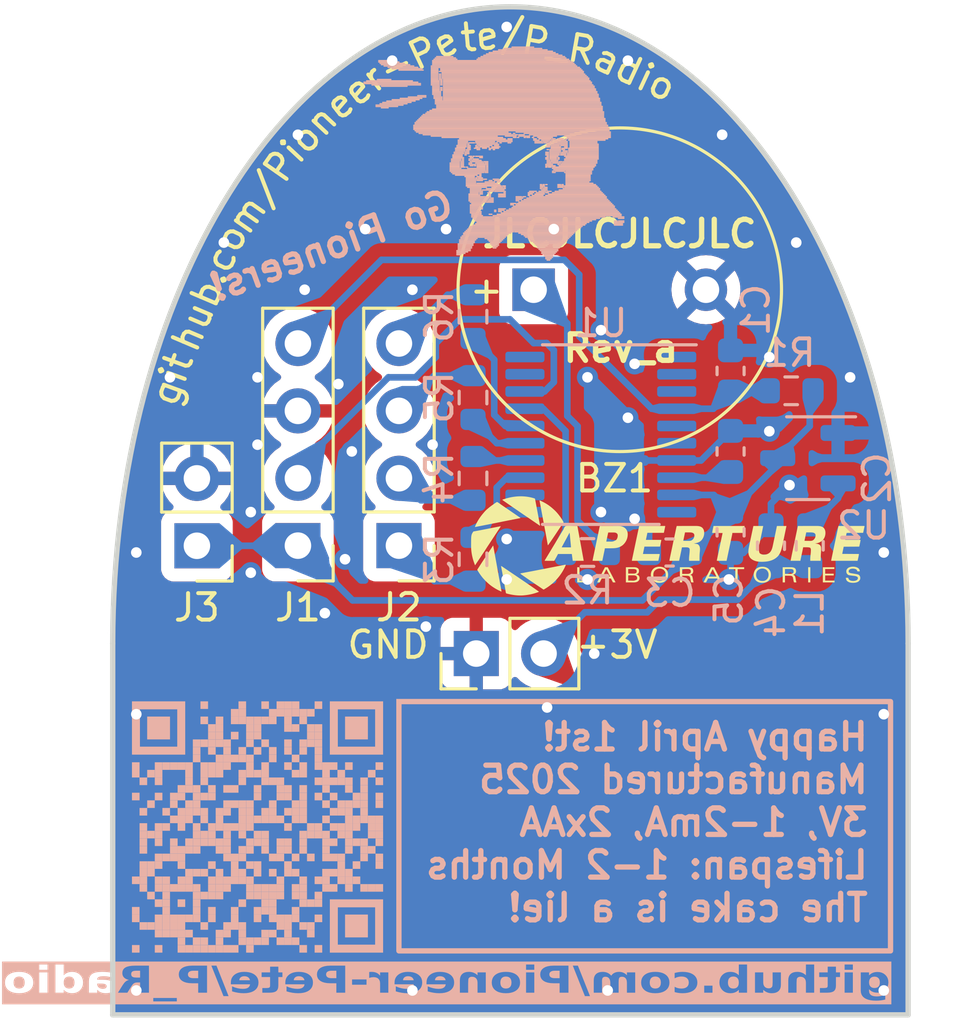
<source format=kicad_pcb>
(kicad_pcb (version 20221018) (generator pcbnew)
  (layers (0 "F.Cu" signal) (31 "B.Cu" signal) (34 "B.Paste" user) (35 "F.Paste" user) (36 "B.SilkS" user "B.Silkscreen") (37 "F.SilkS" user "F.Silkscreen") (38 "B.Mask" user) (39 "F.Mask" user) (44 "Edge.Cuts" user))
  (net 0 "")
  (net 1 "Net-(BZ1-+)")
  (net 2 "GND")
  (net 3 "RST")
  (net 4 "Net-(U1-VCAP)")
  (net 5 "+3V3")
  (net 6 "+BATT")
  (net 7 "Net-(U2-SW)")
  (net 8 "C7")
  (net 17 "C3")
  (net 18 "C4")
  (net 19 "C5")
  (net 20 "C6")
  (net 21 "SWIM")
  (net 24 "Net-(J2-Pin_1)")
  (net 25 "Net-(J2-Pin_2)")
  (net 26 "Net-(J2-Pin_3)")
  (net 27 "Net-(J2-Pin_4)")
  (footprint "Connector_PinHeader_2.54mm:PinHeader_1x02_P2.54mm_Vertical" (layer "F.Cu") (at 125.73 90.932 180)
    (fp_text reference "J3")
    (fp_text value "Conn_01x02")
  )
  (footprint "Connector_PinHeader_2.54mm:PinHeader_1x04_P2.54mm_Vertical" (layer "F.Cu") (at 129.54 90.927 180)
    (fp_text reference "J1")
    (fp_text value "Conn_01x04")
  )
  (footprint "Connector_PinHeader_2.54mm:PinHeader_1x02_P2.54mm_Vertical" (layer "F.Cu") (at 136.266 94.996 90)
    (fp_text reference "J4" hide)
    (fp_text value "Conn_01x02")
  )
  (footprint "Custom:AA_Battery" (layer "F.Cu") (at 129.794 101.346)
    (fp_text reference "J5" hide)
    (fp_text value "Conn_01x01")
  )
  (footprint "Connector_PinHeader_2.54mm:PinHeader_1x04_P2.54mm_Vertical" (layer "F.Cu") (at 133.35 90.927 180)
    (fp_text reference "J2")
    (fp_text value "Conn_01x04")
  )
  (footprint "Custom:AA_Battery" (layer "F.Cu") (at 145.288 101.346)
    (fp_text reference "J6" hide)
    (fp_text value "Conn_01x01")
  )
  (footprint "Buzzer_Beeper:MagneticBuzzer_ProSignal_ABT-410-RC" (layer "F.Cu") (at 138.43 81.28)
    (fp_text reference "BZ1")
    (fp_text value "Buzzer")
  )
  (footprint "Package_TO_SOT_SMD:SOT-23-3" (layer "B.Cu") (at 148.7745 87.63 180)
    (fp_text reference "U2")
    (fp_text value "MD3156E33QA3")
  )
  (footprint "Capacitor_SMD:C_0603_1608Metric" (layer "B.Cu") (at 145.859 90.424 -90)
    (fp_text reference "C5")
    (fp_text value "10uF")
  )
  (footprint "Resistor_SMD:R_0603_1608Metric" (layer "B.Cu") (at 148.145 85.09 180)
    (fp_text reference "R1")
    (fp_text value "10k")
  )
  (footprint "Resistor_SMD:R_0603_1608Metric" (layer "B.Cu") (at 136.144 91.44 -90)
    (fp_text reference "R3")
    (fp_text value "DNP")
  )
  (footprint "Resistor_SMD:R_0603_1608Metric" (layer "B.Cu") (at 136.144 88.392 -90)
    (fp_text reference "R4")
    (fp_text value "DNP")
  )
  (footprint "Capacitor_SMD:C_0603_1608Metric" (layer "B.Cu") (at 145.859 84.341 90)
    (fp_text reference "C1")
    (fp_text value "1uF")
  )
  (footprint "Capacitor_SMD:C_0603_1608Metric" (layer "B.Cu") (at 147.383 90.932 90)
    (fp_text reference "C4")
    (fp_text value "DNP")
  )
  (footprint "Resistor_SMD:R_0603_1608Metric" (layer "B.Cu") (at 140.462 91.186)
    (fp_text reference "R2")
    (fp_text value "TBD")
  )
  (footprint "Capacitor_SMD:C_0603_1608Metric" (layer "B.Cu") (at 143.56 91.186 180)
    (fp_text reference "C3")
    (fp_text value "DNP")
  )
  (footprint "Resistor_SMD:R_0603_1608Metric" (layer "B.Cu") (at 136.144 82.296 90)
    (fp_text reference "R6")
    (fp_text value "DNP")
  )
  (footprint "Inductor_SMD:L_0603_1608Metric" (layer "B.Cu") (at 148.844 90.932 90)
    (fp_text reference "L1")
    (fp_text value "2.2uH")
  )
  (footprint "Package_SO:TSSOP-20_4.4x6.5mm_P0.65mm" (layer "B.Cu") (at 140.9645 86.741 180)
    (fp_text reference "U1")
    (fp_text value "STM8S003F3P")
  )
  (footprint "Resistor_SMD:R_0603_1608Metric" (layer "B.Cu") (at 136.144 85.344 90)
    (fp_text reference "R5")
    (fp_text value "DNP")
  )
  (footprint "Capacitor_SMD:C_0603_1608Metric" (layer "B.Cu") (at 145.859 87.376 90)
    (fp_text reference "C2")
    (fp_text value "1uF")
  )
  (gr_line (start 135.8392 77.0128) (end 136.1948 77.0128) (stroke (width 0.0508)) (layer "B.SilkS"))
  (gr_poly (pts (xy 128.734344 105.982823) (xy 129.021417 105.982823) (xy 129.021417 105.69575) (xy 128.734344 105.69575)) (fill solid) (layer "B.SilkS"))
  (gr_line (start 136.0424 78.8924) (end 140.2588 78.8924) (stroke (width 0.0508)) (layer "B.SilkS"))
  (gr_line (start 134.874 73.2028) (end 134.9248 73.2028) (stroke (width 0.0508)) (layer "B.SilkS"))
  (gr_poly (pts (xy 132.466291 101.389656) (xy 132.753364 101.389656) (xy 132.753364 101.102583) (xy 132.466291 101.102583)) (fill solid) (layer "B.SilkS"))
  (gr_poly (pts (xy 130.169708 97.083563) (xy 130.456781 97.083563) (xy 130.456781 96.79649) (xy 130.169708 96.79649)) (fill solid) (layer "B.SilkS"))
  (gr_line (start 136.6012 77.216) (end 136.9568 77.216) (stroke (width 0.0508)) (layer "B.SilkS"))
  (gr_poly (pts (xy 131.605073 103.686239) (xy 131.892146 103.686239) (xy 131.892146 103.399167) (xy 131.605073 103.399167)) (fill solid) (layer "B.SilkS"))
  (gr_poly (pts (xy 129.595562 102.250875) (xy 129.882635 102.250875) (xy 129.882635 101.963802) (xy 129.595562 101.963802)) (fill solid) (layer "B.SilkS"))
  (gr_line (start 139.5984 77.4192) (end 140.8684 77.4192) (stroke (width 0.0508)) (layer "B.SilkS"))
  (gr_line (start 138.938 76.2508) (end 138.9888 76.2508) (stroke (width 0.0508)) (layer "B.SilkS"))
  (gr_poly (pts (xy 130.456781 99.954292) (xy 130.743854 99.954292) (xy 130.743854 99.667219) (xy 130.456781 99.667219)) (fill solid) (layer "B.SilkS"))
  (gr_line (start 139.3952 76.6064) (end 140.7668 76.6064) (stroke (width 0.0508)) (layer "B.SilkS"))
  (gr_line (start 139.7 76.2) (end 140.8684 76.2) (stroke (width 0.0508)) (layer "B.SilkS"))
  (gr_line (start 135.9916 77.9272) (end 136.652 77.9272) (stroke (width 0.0508)) (layer "B.SilkS"))
  (gr_poly (pts (xy 127.298979 100.81551) (xy 127.586052 100.81551) (xy 127.586052 100.528437) (xy 127.298979 100.528437)) (fill solid) (layer "B.SilkS"))
  (gr_poly (pts (xy 125.289469 101.102583) (xy 125.576542 101.102583) (xy 125.576542 100.81551) (xy 125.289469 100.81551)) (fill solid) (layer "B.SilkS"))
  (gr_poly (pts (xy 125.863615 99.667219) (xy 126.150687 99.667219) (xy 126.150687 99.380146) (xy 125.863615 99.380146)) (fill solid) (layer "B.SilkS"))
  (gr_poly (pts (xy 128.160198 97.657708) (xy 128.447271 97.657708) (xy 128.447271 97.370636) (xy 128.160198 97.370636)) (fill solid) (layer "B.SilkS"))
  (gr_poly (pts (xy 128.734344 100.528437) (xy 129.021417 100.528437) (xy 129.021417 100.241365) (xy 128.734344 100.241365)) (fill solid) (layer "B.SilkS"))
  (gr_line (start 134.5692 73.2028) (end 134.8232 73.2028) (stroke (width 0.0508)) (layer "B.SilkS"))
  (gr_poly (pts (xy 125.863615 104.260385) (xy 126.150687 104.260385) (xy 126.150687 103.973312) (xy 125.863615 103.973312)) (fill solid) (layer "B.SilkS"))
  (gr_line (start 135.0264 73.8632) (end 140.8176 73.8632) (stroke (width 0.0508)) (layer "B.SilkS"))
  (gr_poly (pts (xy 124.42825 103.973312) (xy 124.715323 103.973312) (xy 124.715323 103.686239) (xy 124.42825 103.686239)) (fill solid) (layer "B.SilkS"))
  (gr_poly (pts (xy 124.715323 100.528437) (xy 125.002396 100.528437) (xy 125.002396 100.241365) (xy 124.715323 100.241365)) (fill solid) (layer "B.SilkS"))
  (gr_poly (pts (xy 126.724833 101.963802) (xy 127.011906 101.963802) (xy 127.011906 101.676729) (xy 126.724833 101.676729)) (fill solid) (layer "B.SilkS"))
  (gr_poly (pts (xy 131.892146 103.973312) (xy 132.179218 103.973312) (xy 132.179218 103.686239) (xy 131.892146 103.686239)) (fill solid) (layer "B.SilkS"))
  (gr_line (start 134.62 74.4728) (end 141.0208 74.4728) (stroke (width 0.0508)) (layer "B.SilkS"))
  (gr_poly (pts (xy 124.141177 100.528437) (xy 124.42825 100.528437) (xy 124.42825 100.241365) (xy 124.141177 100.241365)) (fill solid) (layer "B.SilkS"))
  (gr_line (start 137.3632 75.4888) (end 137.7696 75.4888) (stroke (width 0.0508)) (layer "B.SilkS"))
  (gr_line (start 135.5344 79.9084) (end 135.8392 79.9084) (stroke (width 0.0508)) (layer "B.SilkS"))
  (gr_poly (pts (xy 131.892146 100.81551) (xy 132.179218 100.81551) (xy 132.179218 100.528437) (xy 131.892146 100.528437)) (fill solid) (layer "B.SilkS"))
  (gr_poly (pts (xy 132.466291 100.528437) (xy 132.753364 100.528437) (xy 132.753364 100.241365) (xy 132.466291 100.241365)) (fill solid) (layer "B.SilkS"))
  (gr_line (start 138.8872 77.724) (end 141.1224 77.724) (stroke (width 0.0508)) (layer "B.SilkS"))
  (gr_line (start 135.5344 79.9592) (end 135.6868 79.9592) (stroke (width 0.0508)) (layer "B.SilkS"))
  (gr_line (start 139.8016 75.692) (end 140.8176 75.692) (stroke (width 0.0508)) (layer "B.SilkS"))
  (gr_line (start 135.9916 76.2508) (end 136.0932 76.2508) (stroke (width 0.0508)) (layer "B.SilkS"))
  (gr_poly (pts (xy 130.169708 98.518927) (xy 130.456781 98.518927) (xy 130.456781 98.231854) (xy 130.169708 98.231854)) (fill solid) (layer "B.SilkS"))
  (gr_poly (pts (xy 126.150687 97.944781) (xy 126.43776 97.944781) (xy 126.43776 97.657708) (xy 126.150687 97.657708)) (fill solid) (layer "B.SilkS"))
  (gr_poly (pts (xy 132.466291 100.81551) (xy 132.753364 100.81551) (xy 132.753364 100.528437) (xy 132.466291 100.528437)) (fill solid) (layer "B.SilkS"))
  (gr_line (start 139.5476 77.47) (end 140.9192 77.47) (stroke (width 0.0508)) (layer "B.SilkS"))
  (gr_poly (pts (xy 124.715323 103.973312) (xy 125.002396 103.973312) (xy 125.002396 103.686239) (xy 124.715323 103.686239)) (fill solid) (layer "B.SilkS"))
  (gr_line (start 139.6492 77.1144) (end 140.5636 77.1144) (stroke (width 0.0508)) (layer "B.SilkS"))
  (gr_poly (pts (xy 130.456781 102.537948) (xy 130.743854 102.537948) (xy 130.743854 102.250875) (xy 130.456781 102.250875)) (fill solid) (layer "B.SilkS"))
  (gr_poly (pts (xy 127.298979 98.806) (xy 127.586052 98.806) (xy 127.586052 98.518927) (xy 127.298979 98.518927)) (fill solid) (layer "B.SilkS"))
  (gr_line (start 135.7884 79.1972) (end 137.4648 79.1972) (stroke (width 0.0508)) (layer "B.SilkS"))
  (gr_line (start 136.0424 77.6224) (end 136.3472 77.6224) (stroke (width 0.0508)) (layer "B.SilkS"))
  (gr_line (start 138.5316 77.6224) (end 138.8364 77.6224) (stroke (width 0.0508)) (layer "B.SilkS"))
  (gr_poly (pts (xy 129.021417 100.528437) (xy 129.308489 100.528437) (xy 129.308489 100.241365) (xy 129.021417 100.241365)) (fill solid) (layer "B.SilkS"))
  (gr_line (start 136.0424 78.3336) (end 136.4488 78.3336) (stroke (width 0.0508)) (layer "B.SilkS"))
  (gr_line (start 137.9728 79.1972) (end 139.9032 79.1972) (stroke (width 0.0508)) (layer "B.SilkS"))
  (gr_line (start 138.7856 77.3176) (end 138.8364 77.3176) (stroke (width 0.0508)) (layer "B.SilkS"))
  (gr_line (start 138.684 77.3684) (end 138.8364 77.3684) (stroke (width 0.0508)) (layer "B.SilkS"))
  (gr_line (start 138.2268 77.724) (end 138.2776 77.724) (stroke (width 0.0508)) (layer "B.SilkS"))
  (gr_line (start 138.2776 77.7748) (end 141.1732 77.7748) (stroke (width 0.0508)) (layer "B.SilkS"))
  (gr_line (start 134.62 73.8124) (end 134.9248 73.8124) (stroke (width 0.0508)) (layer "B.SilkS"))
  (gr_line (start 136.652 76.708) (end 136.7028 76.708) (stroke (width 0.0508)) (layer "B.SilkS"))
  (gr_line (start 135.0264 74.0664) (end 140.9192 74.0664) (stroke (width 0.0508)) (layer "B.SilkS"))
  (gr_line (start 137.3124 72.1868) (end 138.7348 72.1868) (stroke (width 0.0508)) (layer "B.SilkS"))
  (gr_poly (pts (xy 126.150687 100.241365) (xy 126.43776 100.241365) (xy 126.43776 99.954292) (xy 126.150687 99.954292)) (fill solid) (layer "B.SilkS"))
  (gr_line (start 135.5852 79.6544) (end 136.0932 79.6544) (stroke (width 0.0508)) (layer "B.SilkS"))
  (gr_poly (pts (xy 128.160198 98.518927) (xy 128.447271 98.518927) (xy 128.447271 98.231854) (xy 128.160198 98.231854)) (fill solid) (layer "B.SilkS"))
  (gr_poly (pts (xy 127.011906 103.399167) (xy 127.298979 103.399167) (xy 127.298979 103.112094) (xy 127.011906 103.112094)) (fill solid) (layer "B.SilkS"))
  (gr_line (start 135.5852 75.7936) (end 135.89 75.7936) (stroke (width 0.0508)) (layer "B.SilkS"))
  (gr_line (start 136.0424 76.3016) (end 136.144 76.3016) (stroke (width 0.0508)) (layer "B.SilkS"))
  (gr_poly (pts (xy 127.011906 106.269896) (xy 127.298979 106.269896) (xy 127.298979 105.982823) (xy 127.011906 105.982823)) (fill solid) (layer "B.SilkS"))
  (gr_poly (pts (xy 127.298979 105.69575) (xy 127.586052 105.69575) (xy 127.586052 105.408677) (xy 127.298979 105.408677)) (fill solid) (layer "B.SilkS"))
  (gr_line (start 138.8872 77.3176) (end 138.938 77.3176) (stroke (width 0.0508)) (layer "B.SilkS"))
  (gr_line (start 133.9088 75.0824) (end 141.224 75.0824) (stroke (width 0.0508)) (layer "B.SilkS"))
  (gr_line (start 136.0932 78.4352) (end 136.4488 78.4352) (stroke (width 0.0508)) (layer "B.SilkS"))
  (gr_line (start 138.7348 75.6412) (end 139.0396 75.6412) (stroke (width 0.0508)) (layer "B.SilkS"))
  (gr_line (start 132.5372 73.3552) (end 133.0452 73.3552) (stroke (width 0.0508)) (layer "B.SilkS"))
  (gr_poly (pts (xy 126.43776 102.250875) (xy 126.724833 102.250875) (xy 126.724833 101.963802) (xy 126.43776 101.963802)) (fill solid) (layer "B.SilkS"))
  (gr_line (start 139.6492 75.5904) (end 139.7 75.5904) (stroke (width 0.0508)) (layer "B.SilkS"))
  (gr_line (start 136.652 77.47) (end 137.3632 77.47) (stroke (width 0.0508)) (layer "B.SilkS"))
  (gr_poly (pts (xy 124.42825 105.121604) (xy 124.715323 105.121604) (xy 124.715323 104.834531) (xy 124.42825 104.834531)) (fill solid) (layer "B.SilkS"))
  (gr_line (start 135.9408 75.8952) (end 136.0424 75.8952) (stroke (width 0.0508)) (layer "B.SilkS"))
  (gr_poly (pts (xy 128.734344 105.121604) (xy 129.021417 105.121604) (xy 129.021417 104.834531) (xy 128.734344 104.834531)) (fill solid) (layer "B.SilkS"))
  (gr_poly (pts (xy 125.863615 102.250875) (xy 126.150687 102.250875) (xy 126.150687 101.963802) (xy 125.863615 101.963802)) (fill solid) (layer "B.SilkS"))
  (gr_poly (pts (xy 123.279958 106.269896) (xy 123.567031 106.269896) (xy 123.567031 105.982823) (xy 123.279958 105.982823)) (fill solid) (layer "B.SilkS"))
  (gr_poly (pts (xy 128.447271 103.399167) (xy 128.734344 103.399167) (xy 128.734344 103.112094) (xy 128.447271 103.112094)) (fill solid) (layer "B.SilkS"))
  (gr_line (start 136.7536 77.6732) (end 136.8044 77.6732) (stroke (width 0.0508)) (layer "B.SilkS"))
  (gr_poly (pts (xy 124.141177 103.112094) (xy 124.42825 103.112094) (xy 124.42825 102.825021) (xy 124.141177 102.825021)) (fill solid) (layer "B.SilkS"))
  (gr_line (start 136.6012 76.5048) (end 136.7028 76.5048) (stroke (width 0.0508)) (layer "B.SilkS"))
  (gr_poly (pts (xy 131.030927 99.954292) (xy 131.318 99.954292) (xy 131.318 99.667219) (xy 131.030927 99.667219)) (fill solid) (layer "B.SilkS"))
  (gr_line (start 139.4968 76.5048) (end 140.8176 76.5048) (stroke (width 0.0508)) (layer "B.SilkS"))
  (gr_line (start 134.0612 74.8792) (end 141.1224 74.8792) (stroke (width 0.0508)) (layer "B.SilkS"))
  (gr_line (start 141.6304 78.6892) (end 141.8336 78.6892) (stroke (width 0.0508)) (layer "B.SilkS"))
  (gr_line (start 135.0264 73.5076) (end 140.6144 73.5076) (stroke (width 0.0508)) (layer "B.SilkS"))
  (gr_poly (pts (xy 132.179218 99.667219) (xy 132.466291 99.667219) (xy 132.466291 99.380146) (xy 132.179218 99.380146)) (fill solid) (layer "B.SilkS"))
  (gr_poly (pts (xy 123.567031 102.250875) (xy 123.854104 102.250875) (xy 123.854104 101.963802) (xy 123.567031 101.963802)) (fill solid) (layer "B.SilkS"))
  (gr_poly (pts (xy 124.42825 104.834531) (xy 124.715323 104.834531) (xy 124.715323 104.547458) (xy 124.42825 104.547458)) (fill solid) (layer "B.SilkS"))
  (gr_line (start 135.5852 75.6412) (end 137.6172 75.6412) (stroke (width 0.0508)) (layer "B.SilkS"))
  (gr_line (start 133.4008 74.0664) (end 134.2136 74.0664) (stroke (width 0.0508)) (layer "B.SilkS"))
  (gr_poly (pts (xy 131.318 102.537948) (xy 131.605073 102.537948) (xy 131.605073 102.250875) (xy 131.318 102.250875)) (fill solid) (layer "B.SilkS"))
  (gr_line (start 135.0264 73.4568) (end 140.6144 73.4568) (stroke (width 0.0508)) (layer "B.SilkS"))
  (gr_line (start 136.7536 75.9968) (end 136.8044 75.9968) (stroke (width 0.0508)) (layer "B.SilkS"))
  (gr_poly (pts (xy 126.43776 99.093073) (xy 126.724833 99.093073) (xy 126.724833 98.806) (xy 126.43776 98.806)) (fill solid) (layer "B.SilkS"))
  (gr_line (start 139.0904 75.946) (end 139.446 75.946) (stroke (width 0.0508)) (layer "B.SilkS"))
  (gr_line (start 134.5692 72.9996) (end 134.8232 72.9996) (stroke (width 0.0508)) (layer "B.SilkS"))
  (gr_line (start 138.2776 79.4004) (end 139.7 79.4004) (stroke (width 0.0508)) (layer "B.SilkS"))
  (gr_poly (pts (xy 132.466291 103.112094) (xy 132.753364 103.112094) (xy 132.753364 102.825021) (xy 132.466291 102.825021)) (fill solid) (layer "B.SilkS"))
  (gr_line (start 138.8872 76.3524) (end 138.9888 76.3524) (stroke (width 0.0508)) (layer "B.SilkS"))
  (gr_line (start 135.5852 75.692) (end 135.9408 75.692) (stroke (width 0.0508)) (layer "B.SilkS"))
  (gr_poly (pts (xy 130.456781 103.399167) (xy 130.743854 103.399167) (xy 130.743854 103.112094) (xy 130.456781 103.112094)) (fill solid) (layer "B.SilkS"))
  (gr_poly (pts (xy 123.567031 101.102583) (xy 123.854104 101.102583) (xy 123.854104 100.81551) (xy 123.567031 100.81551)) (fill solid) (layer "B.SilkS"))
  (gr_line (start 137.3124 77.4192) (end 137.3632 77.4192) (stroke (width 0.0508)) (layer "B.SilkS"))
  (gr_poly (pts (xy 129.021417 97.083563) (xy 129.308489 97.083563) (xy 129.308489 96.79649) (xy 129.021417 96.79649)) (fill solid) (layer "B.SilkS"))
  (gr_line (start 135.89 77.3684) (end 137.2108 77.3684) (stroke (width 0.0508)) (layer "B.SilkS"))
  (gr_line (start 134.7216 74.2696) (end 140.97 74.2696) (stroke (width 0.0508)) (layer "B.SilkS"))
  (gr_poly (pts (xy 125.289469 103.686239) (xy 125.576542 103.686239) (xy 125.576542 103.399167) (xy 125.289469 103.399167)) (fill solid) (layer "B.SilkS"))
  (gr_poly (pts (xy 123.567031 99.954292) (xy 123.854104 99.954292) (xy 123.854104 99.667219) (xy 123.567031 99.667219)) (fill solid) (layer "B.SilkS"))
  (gr_poly (pts (xy 129.308489 99.093073) (xy 129.595562 99.093073) (xy 129.595562 98.806) (xy 129.308489 98.806)) (fill solid) (layer "B.SilkS"))
  (gr_line (start 136.2456 75.7428) (end 136.9568 75.7428) (stroke (width 0.0508)) (layer "B.SilkS"))
  (gr_line (start 135.0264 73.7616) (end 140.7668 73.7616) (stroke (width 0.0508)) (layer "B.SilkS"))
  (gr_poly (pts (xy 131.892146 101.102583) (xy 132.179218 101.102583) (xy 132.179218 100.81551) (xy 131.892146 100.81551)) (fill solid) (layer "B.SilkS"))
  (gr_poly (pts (xy 130.169708 99.954292) (xy 130.456781 99.954292) (xy 130.456781 99.667219) (xy 130.169708 99.667219)) (fill solid) (layer "B.SilkS"))
  (gr_poly (pts (xy 129.595562 100.241365) (xy 129.882635 100.241365) (xy 129.882635 99.954292) (xy 129.595562 99.954292)) (fill solid) (layer "B.SilkS"))
  (gr_poly (pts (xy 131.318 98.231854) (xy 132.179218 98.231854) (xy 132.179218 97.370636) (xy 131.318 97.370636)) (fill solid) (layer "B.SilkS"))
  (gr_poly (pts (xy 125.289469 105.69575) (xy 125.576542 105.69575) (xy 125.576542 105.408677) (xy 125.289469 105.408677)) (fill solid) (layer "B.SilkS"))
  (gr_line (start 136.8552 79.6036) (end 137.1092 79.6036) (stroke (width 0.0508)) (layer "B.SilkS"))
  (gr_poly (pts (xy 130.456781 99.667219) (xy 130.743854 99.667219) (xy 130.743854 99.380146) (xy 130.456781 99.380146)) (fill solid) (layer "B.SilkS"))
  (gr_line (start 134.112 74.8284) (end 141.1224 74.8284) (stroke (width 0.0508)) (layer "B.SilkS"))
  (gr_line (start 138.7856 75.692) (end 138.9888 75.692) (stroke (width 0.0508)) (layer "B.SilkS"))
  (gr_poly (pts (xy 132.179218 102.537948) (xy 132.466291 102.537948) (xy 132.466291 102.250875) (xy 132.179218 102.250875)) (fill solid) (layer "B.SilkS"))
  (gr_poly (pts (xy 127.298979 101.389656) (xy 127.586052 101.389656) (xy 127.586052 101.102583) (xy 127.298979 101.102583)) (fill solid) (layer "B.SilkS"))
  (gr_line (start 139.1412 76.8096) (end 139.192 76.8096) (stroke (width 0.0508)) (layer "B.SilkS"))
  (gr_line (start 139.6492 77.216) (end 140.5128 77.216) (stroke (width 0.0508)) (layer "B.SilkS"))
  (gr_line (start 135.636 79.4004) (end 136.2456 79.4004) (stroke (width 0.0508)) (layer "B.SilkS"))
  (gr_line (start 134.5692 73.3044) (end 134.8232 73.3044) (stroke (width 0.0508)) (layer "B.SilkS"))
  (gr_line (start 136.0424 78.2828) (end 136.398 78.2828) (stroke (width 0.0508)) (layer "B.SilkS"))
  (gr_line (start 139.1412 77.6224) (end 141.0208 77.6224) (stroke (width 0.0508)) (layer "B.SilkS"))
  (gr_poly (pts (xy 124.42825 101.676729) (xy 124.715323 101.676729) (xy 124.715323 101.389656) (xy 124.42825 101.389656)) (fill solid) (layer "B.SilkS"))
  (gr_poly (pts (xy 124.42825 99.380146) (xy 124.715323 99.380146) (xy 124.715323 99.093073) (xy 124.42825 99.093073)) (fill solid) (layer "B.SilkS"))
  (gr_line (start 135.0264 73.3552) (end 140.5128 73.3552) (stroke (width 0.0508)) (layer "B.SilkS"))
  (gr_poly (pts (xy 130.169708 101.963802) (xy 130.456781 101.963802) (xy 130.456781 101.676729) (xy 130.169708 101.676729)) (fill solid) (layer "B.SilkS"))
  (gr_line (start 137.7188 75.438) (end 137.8204 75.438) (stroke (width 0.0508)) (layer "B.SilkS"))
  (gr_line (start 136.3472 72.5424) (end 139.6492 72.5424) (stroke (width 0.0508)) (layer "B.SilkS"))
  (gr_poly (pts (xy 128.447271 103.973312) (xy 128.734344 103.973312) (xy 128.734344 103.686239) (xy 128.447271 103.686239)) (fill solid) (layer "B.SilkS"))
  (gr_line (start 135.3312 76.454) (end 135.636 76.454) (stroke (width 0.0508)) (layer "B.SilkS"))
  (gr_line (start 134.5692 73.3552) (end 134.8232 73.3552) (stroke (width 0.0508)) (layer "B.SilkS"))
  (gr_line (start 139.2428 75.6412) (end 139.6492 75.6412) (stroke (width 0.0508)) (layer "B.SilkS"))
  (gr_line (start 136.2456 76.2508) (end 136.4996 76.2508) (stroke (width 0.0508)) (layer "B.SilkS"))
  (gr_poly (pts (xy 130.743854 101.102583) (xy 131.030927 101.102583) (xy 131.030927 100.81551) (xy 130.743854 100.81551)) (fill solid) (layer "B.SilkS"))
  (gr_line (start 135.5852 79.756) (end 136.0424 79.756) (stroke (width 0.0508)) (layer "B.SilkS"))
  (gr_line (start 132.7404 74.2188) (end 133.8072 74.2188) (stroke (width 0.0508)) (layer "B.SilkS"))
  (gr_poly (pts (xy 126.724833 102.825021) (xy 127.011906 102.825021) (xy 127.011906 102.537948) (xy 126.724833 102.537948)) (fill solid) (layer "B.SilkS"))
  (gr_poly (pts (xy 127.298979 101.963802) (xy 127.586052 101.963802) (xy 127.586052 101.676729) (xy 127.298979 101.676729)) (fill solid) (layer "B.SilkS"))
  (gr_poly (pts (xy 123.279958 105.121604) (xy 123.567031 105.121604) (xy 123.567031 104.834531) (xy 123.279958 104.834531)) (fill solid) (layer "B.SilkS"))
  (gr_line (start 135.7376 76.4032) (end 135.7884 76.4032) (stroke (width 0.0508)) (layer "B.SilkS"))
  (gr_line (start 135.2804 76.6572) (end 135.636 76.6572) (stroke (width 0.0508)) (layer "B.SilkS"))
  (gr_line (start 137.7696 78.0796) (end 141.4272 78.0796) (stroke (width 0.0508)) (layer "B.SilkS"))
  (gr_poly (pts (xy 126.724833 105.69575) (xy 127.011906 105.69575) (xy 127.011906 105.408677) (xy 126.724833 105.408677)) (fill solid) (layer "B.SilkS"))
  (gr_poly (pts (xy 129.308489 103.399167) (xy 129.595562 103.399167) (xy 129.595562 103.112094) (xy 129.308489 103.112094)) (fill solid) (layer "B.SilkS"))
  (gr_poly (pts (xy 124.141177 99.380146) (xy 124.42825 99.380146) (xy 124.42825 99.093073) (xy 124.141177 99.093073)) (fill solid) (layer "B.SilkS"))
  (gr_poly (pts (xy 131.030927 103.399167) (xy 131.318 103.399167) (xy 131.318 103.112094) (xy 131.030927 103.112094)) (fill solid) (layer "B.SilkS"))
  (gr_poly (pts (xy 127.298979 102.825021) (xy 127.586052 102.825021) (xy 127.586052 102.537948) (xy 127.298979 102.537948)) (fill solid) (layer "B.SilkS"))
  (gr_line (start 138.6332 79.756) (end 139.3444 79.756) (stroke (width 0.0508)) (layer "B.SilkS"))
  (gr_line (start 137.1092 78.3336) (end 137.2108 78.3336) (stroke (width 0.0508)) (layer "B.SilkS"))
  (gr_line (start 138.8872 76.6064) (end 139.2428 76.6064) (stroke (width 0.0508)) (layer "B.SilkS"))
  (gr_poly (pts (xy 131.318 102.250875) (xy 131.605073 102.250875) (xy 131.605073 101.963802) (xy 131.318 101.963802)) (fill solid) (layer "B.SilkS"))
  (gr_line (start 136.2964 76.5556) (end 136.7028 76.5556) (stroke (width 0.0508)) (layer "B.SilkS"))
  (gr_line (start 139.0396 76.2) (end 139.3952 76.2) (stroke (width 0.0508)) (layer "B.SilkS"))
  (gr_poly (pts (xy 125.863615 105.982823) (xy 126.150687 105.982823) (xy 126.150687 105.69575) (xy 125.863615 105.69575)) (fill solid) (layer "B.SilkS"))
  (gr_poly (pts (xy 128.734344 101.389656) (xy 129.021417 101.389656) (xy 129.021417 101.102583) (xy 128.734344 101.102583)) (fill solid) (layer "B.SilkS"))
  (gr_poly (pts (xy 128.160198 101.389656) (xy 128.447271 101.389656) (xy 128.447271 101.102583) (xy 128.160198 101.102583)) (fill solid) (layer "B.SilkS"))
  (gr_line (start 138.3792 75.5396) (end 138.43 75.5396) (stroke (width 0.0508)) (layer "B.SilkS"))
  (gr_poly (pts (xy 128.447271 104.547458) (xy 128.734344 104.547458) (xy 128.734344 104.260385) (xy 128.447271 104.260385)) (fill solid) (layer "B.SilkS"))
  (gr_poly (pts (xy 125.289469 101.389656) (xy 125.576542 101.389656) (xy 125.576542 101.102583) (xy 125.289469 101.102583)) (fill solid) (layer "B.SilkS"))
  (gr_poly (pts (xy 129.021417 100.241365) (xy 129.308489 100.241365) (xy 129.308489 99.954292) (xy 129.021417 99.954292)) (fill solid) (layer "B.SilkS"))
  (gr_poly (pts (xy 126.150687 98.806) (xy 126.43776 98.806) (xy 126.43776 98.518927) (xy 126.150687 98.518927)) (fill solid) (layer "B.SilkS"))
  (gr_poly (pts (xy 132.466291 102.250875) (xy 132.753364 102.250875) (xy 132.753364 101.963802) (xy 132.466291 101.963802)) (fill solid) (layer "B.SilkS"))
  (gr_poly (pts (xy 126.150687 104.260385) (xy 126.43776 104.260385) (xy 126.43776 103.973312) (xy 126.150687 103.973312)) (fill solid) (layer "B.SilkS"))
  (gr_poly (pts (xy 126.150687 105.121604) (xy 126.43776 105.121604) (xy 126.43776 104.834531) (xy 126.150687 104.834531)) (fill solid) (layer "B.SilkS"))
  (gr_poly (pts (xy 129.308489 104.834531) (xy 129.595562 104.834531) (xy 129.595562 104.547458) (xy 129.308489 104.547458)) (fill solid) (layer "B.SilkS"))
  (gr_line (start 139.7508 75.946) (end 140.8684 75.946) (stroke (width 0.0508)) (layer "B.SilkS"))
  (gr_line (start 141.6304 78.5876) (end 141.8336 78.5876) (stroke (width 0.0508)) (layer "B.SilkS"))
  (gr_poly (pts (xy 131.318 100.241365) (xy 131.605073 100.241365) (xy 131.605073 99.954292) (xy 131.318 99.954292)) (fill solid) (layer "B.SilkS"))
  (gr_poly (pts (xy 127.873125 99.667219) (xy 128.160198 99.667219) (xy 128.160198 99.380146) (xy 127.873125 99.380146)) (fill solid) (layer "B.SilkS"))
  (gr_line (start 135.3312 76.4032) (end 135.6868 76.4032) (stroke (width 0.0508)) (layer "B.SilkS"))
  (gr_poly (pts (xy 125.289469 106.269896) (xy 125.576542 106.269896) (xy 125.576542 105.982823) (xy 125.289469 105.982823)) (fill solid) (layer "B.SilkS"))
  (gr_poly (pts (xy 129.595562 101.389656) (xy 129.882635 101.389656) (xy 129.882635 101.102583) (xy 129.595562 101.102583)) (fill solid) (layer "B.SilkS"))
  (gr_line (start 139.5476 76.454) (end 140.8176 76.454) (stroke (width 0.0508)) (layer "B.SilkS"))
  (gr_line (start 135.8392 79.0956) (end 137.668 79.0956) (stroke (width 0.0508)) (layer "B.SilkS"))
  (gr_line (start 138.9888 75.7428) (end 139.7 75.7428) (stroke (width 0.0508)) (layer "B.SilkS"))
  (gr_line (start 135.6868 76.5048) (end 135.7884 76.5048) (stroke (width 0.0508)) (layer "B.SilkS"))
  (gr_line (start 133.7056 74.0156) (end 134.366 74.0156) (stroke (width 0.0508)) (layer "B.SilkS"))
  (gr_poly (pts (xy 131.892146 102.537948) (xy 132.179218 102.537948) (xy 132.179218 102.250875) (xy 131.892146 102.250875)) (fill solid) (layer "B.SilkS"))
  (gr_line (start 139.7508 76.0476) (end 140.8684 76.0476) (stroke (width 0.0508)) (layer "B.SilkS"))
  (gr_poly (pts (xy 125.576542 103.973312) (xy 125.863615 103.973312) (xy 125.863615 103.686239) (xy 125.576542 103.686239)) (fill solid) (layer "B.SilkS"))
  (gr_line (start 133.9088 75.2348) (end 141.2748 75.2348) (stroke (width 0.0508)) (layer "B.SilkS"))
  (gr_poly (pts (xy 126.43776 104.260385) (xy 126.724833 104.260385) (xy 126.724833 103.973312) (xy 126.43776 103.973312)) (fill solid) (layer "B.SilkS"))
  (gr_line (start 139.0396 76.2508) (end 139.3444 76.2508) (stroke (width 0.0508)) (layer "B.SilkS"))
  (gr_line (start 136.2456 78.6892) (end 140.6144 78.6892) (stroke (width 0.0508)) (layer "B.SilkS"))
  (gr_poly (pts (xy 127.298979 101.102583) (xy 127.586052 101.102583) (xy 127.586052 100.81551) (xy 127.298979 100.81551)) (fill solid) (layer "B.SilkS"))
  (gr_poly (pts (xy 125.576542 104.834531) (xy 125.863615 104.834531) (xy 125.863615 104.547458) (xy 125.576542 104.547458)) (fill solid) (layer "B.SilkS"))
  (gr_line (start 138.7348 79.8576) (end 139.2936 79.8576) (stroke (width 0.0508)) (layer "B.SilkS"))
  (gr_poly (pts (xy 128.160198 104.834531) (xy 128.447271 104.834531) (xy 128.447271 104.547458) (xy 128.160198 104.547458)) (fill solid) (layer "B.SilkS"))
  (gr_line (start 139.5984 75.8952) (end 139.7 75.8952) (stroke (width 0.0508)) (layer "B.SilkS"))
  (gr_line (start 138.9888 76.6572) (end 139.0904 76.6572) (stroke (width 0.0508)) (layer "B.SilkS"))
  (gr_line (start 136.7536 77.5716) (end 136.906 77.5716) (stroke (width 0.0508)) (layer "B.SilkS"))
  (gr_line (start 136.2964 75.7936) (end 137.1092 75.7936) (stroke (width 0.0508)) (layer "B.SilkS"))
  (gr_poly (pts (xy 129.595562 99.380146) (xy 129.882635 99.380146) (xy 129.882635 99.093073) (xy 129.595562 99.093073)) (fill solid) (layer "B.SilkS"))
  (gr_line (start 141.478 78.6892) (end 141.5796 78.6892) (stroke (width 0.0508)) (layer "B.SilkS"))
  (gr_poly (pts (xy 129.882635 98.518927) (xy 130.169708 98.518927) (xy 130.169708 98.231854) (xy 129.882635 98.231854)) (fill solid) (layer "B.SilkS"))
  (gr_poly (pts (xy 128.160198 99.954292) (xy 128.447271 99.954292) (xy 128.447271 99.667219) (xy 128.160198 99.667219)) (fill solid) (layer "B.SilkS"))
  (gr_poly (pts (xy 129.595562 103.686239) (xy 129.882635 103.686239) (xy 129.882635 103.399167) (xy 129.595562 103.399167)) (fill solid) (layer "B.SilkS"))
  (gr_poly (pts (xy 126.43776 97.657708) (xy 126.724833 97.657708) (xy 126.724833 97.370636) (xy 126.43776 97.370636)) (fill solid) (layer "B.SilkS"))
  (gr_poly (pts (xy 126.150687 102.250875) (xy 126.43776 102.250875) (xy 126.43776 101.963802) (xy 126.150687 101.963802)) (fill solid) (layer "B.SilkS"))
  (gr_line (start 138.938 75.9968) (end 138.9888 75.9968) (stroke (width 0.0508)) (layer "B.SilkS"))
  (gr_poly (pts (xy 128.734344 102.825021) (xy 129.021417 102.825021) (xy 129.021417 102.537948) (xy 128.734344 102.537948)) (fill solid) (layer "B.SilkS"))
  (gr_line (start 138.176 75.5396) (end 138.2776 75.5396) (stroke (width 0.0508)) (layer "B.SilkS"))
  (gr_line (start 137.4648 75.7428) (end 137.5664 75.7428) (stroke (width 0.0508)) (layer "B.SilkS"))
  (gr_poly (pts (xy 131.605073 103.112094) (xy 131.892146 103.112094) (xy 131.892146 102.825021) (xy 131.605073 102.825021)) (fill solid) (layer "B.SilkS"))
  (gr_poly (pts (xy 125.002396 99.380146) (xy 125.289469 99.380146) (xy 125.289469 99.093073) (xy 125.002396 99.093073)) (fill solid) (layer "B.SilkS"))
  (gr_line (start 137.668 75.5396) (end 137.7696 75.5396) (stroke (width 0.0508)) (layer "B.SilkS"))
  (gr_poly (pts (xy 126.150687 99.667219) (xy 126.43776 99.667219) (xy 126.43776 99.380146) (xy 126.150687 99.380146)) (fill solid) (layer "B.SilkS"))
  (gr_line (start 135.9916 77.8256) (end 136.7536 77.8256) (stroke (width 0.0508)) (layer "B.SilkS"))
  (gr_poly (pts (xy 129.021417 105.982823) (xy 129.308489 105.982823) (xy 129.308489 105.69575) (xy 129.021417 105.69575)) (fill solid) (layer "B.SilkS"))
  (gr_poly (pts (xy 130.456781 102.825021) (xy 130.743854 102.825021) (xy 130.743854 102.537948) (xy 130.456781 102.537948)) (fill solid) (layer "B.SilkS"))
  (gr_line (start 134.5692 73.406) (end 134.874 73.406) (stroke (width 0.0508)) (layer "B.SilkS"))
  (gr_line (start 134.7724 74.3712) (end 141.0208 74.3712) (stroke (width 0.0508)) (layer "B.SilkS"))
  (gr_line (start 135.5344 79.8068) (end 136.0424 79.8068) (stroke (width 0.0508)) (layer "B.SilkS"))
  (gr_line (start 139.3444 77.4192) (end 139.5476 77.4192) (stroke (width 0.0508)) (layer "B.SilkS"))
  (gr_line (start 136.2456 77.0636) (end 136.2964 77.0636) (stroke (width 0.0508)) (layer "B.SilkS"))
  (gr_poly (pts (xy 126.43776 99.380146) (xy 126.724833 99.380146) (xy 126.724833 99.093073) (xy 126.43776 99.093073)) (fill solid) (layer "B.SilkS"))
  (gr_poly (pts (xy 127.011906 100.241365) (xy 127.298979 100.241365) (xy 127.298979 99.954292) (xy 127.011906 99.954292)) (fill solid) (layer "B.SilkS"))
  (gr_poly (pts (xy 131.030927 100.81551) (xy 131.318 100.81551) (xy 131.318 100.528437) (xy 131.030927 100.528437)) (fill solid) (layer "B.SilkS"))
  (gr_line (start 135.382 76.2) (end 135.7376 76.2) (stroke (width 0.0508)) (layer "B.SilkS"))
  (gr_poly (pts (xy 127.586052 101.102583) (xy 127.873125 101.102583) (xy 127.873125 100.81551) (xy 127.586052 100.81551)) (fill solid) (layer "B.SilkS"))
  (gr_poly (pts (xy 127.586052 103.112094) (xy 127.873125 103.112094) (xy 127.873125 102.825021) (xy 127.586052 102.825021)) (fill solid) (layer "B.SilkS"))
  (gr_poly (pts (xy 132.466291 101.676729) (xy 132.753364 101.676729) (xy 132.753364 101.389656) (xy 132.466291 101.389656)) (fill solid) (layer "B.SilkS"))
  (gr_line (start 134.5692 72.898) (end 140.1572 72.898) (stroke (width 0.0508)) (layer "B.SilkS"))
  (gr_poly (pts (xy 129.308489 97.944781) (xy 129.595562 97.944781) (xy 129.595562 97.657708) (xy 129.308489 97.657708)) (fill solid) (layer "B.SilkS"))
  (gr_line (start 135.9408 77.4192) (end 136.652 77.4192) (stroke (width 0.0508)) (layer "B.SilkS"))
  (gr_poly (pts (xy 128.447271 99.954292) (xy 128.734344 99.954292) (xy 128.734344 99.667219) (xy 128.447271 99.667219)) (fill solid) (layer "B.SilkS"))
  (gr_line (start 136.2456 75.8952) (end 136.3472 75.8952) (stroke (width 0.0508)) (layer "B.SilkS"))
  (gr_poly (pts (xy 127.873125 100.528437) (xy 128.160198 100.528437) (xy 128.160198 100.241365) (xy 127.873125 100.241365)) (fill solid) (layer "B.SilkS"))
  (gr_line (start 138.43 75.6412) (end 138.6332 75.6412) (stroke (width 0.0508)) (layer "B.SilkS"))
  (gr_line (start 138.5824 79.7052) (end 139.3952 79.7052) (stroke (width 0.0508)) (layer "B.SilkS"))
  (gr_line (start 136.1948 78.6384) (end 140.7668 78.6384) (stroke (width 0.0508)) (layer "B.SilkS"))
  (gr_line (start 137.8712 75.438) (end 138.0744 75.438) (stroke (width 0.0508)) (layer "B.SilkS"))
  (gr_poly (pts (xy 125.576542 100.241365) (xy 125.863615 100.241365) (xy 125.863615 99.954292) (xy 125.576542 99.954292)) (fill solid) (layer "B.SilkS"))
  (gr_line (start 134.9248 73.4568) (end 134.9756 73.4568) (stroke (width 0.0508)) (layer "B.SilkS"))
  (gr_line (start 138.0744 75.5396) (end 138.1252 75.5396) (stroke (width 0.0508)) (layer "B.SilkS"))
  (gr_line (start 136.6012 76.8604) (end 136.7028 76.8604) (stroke (width 0.0508)) (layer "B.SilkS"))
  (gr_poly (pts (xy 124.141177 101.963802) (xy 124.42825 101.963802) (xy 124.42825 101.676729) (xy 124.141177 101.676729)) (fill solid) (layer "B.SilkS"))
  (gr_poly (pts (xy 128.160198 104.260385) (xy 128.447271 104.260385) (xy 128.447271 103.973312) (xy 128.160198 103.973312)) (fill solid) (layer "B.SilkS"))
  (gr_poly (pts (xy 126.43776 101.389656) (xy 126.724833 101.389656) (xy 126.724833 101.102583) (xy 126.43776 101.102583)) (fill solid) (layer "B.SilkS"))
  (gr_poly (pts (xy 125.863615 99.954292) (xy 126.150687 99.954292) (xy 126.150687 99.667219) (xy 125.863615 99.667219)) (fill solid) (layer "B.SilkS"))
  (gr_line (start 139.0396 76.0984) (end 139.446 76.0984) (stroke (width 0.0508)) (layer "B.SilkS"))
  (gr_line (start 136.2964 76.6064) (end 136.6012 76.6064) (stroke (width 0.0508)) (layer "B.SilkS"))
  (gr_line (start 134.9248 73.406) (end 134.9756 73.406) (stroke (width 0.0508)) (layer "B.SilkS"))
  (gr_line (start 136.906 77.1144) (end 137.1092 77.1144) (stroke (width 0.0508)) (layer "B.SilkS"))
  (gr_line (start 137.16 75.7428) (end 137.2108 75.7428) (stroke (width 0.0508)) (layer "B.SilkS"))
  (gr_line (start 139.3952 77.5208) (end 140.9192 77.5208) (stroke (width 0.0508)) (layer "B.SilkS"))
  (gr_line (start 132.6896 73.6092) (end 133.6548 73.6092) (stroke (width 0.0508)) (layer "B.SilkS"))
  (gr_line (start 134.7216 74.1172) (end 134.9756 74.1172) (stroke (width 0.0508)) (layer "B.SilkS"))
  (gr_line (start 139.8016 75.7428) (end 140.8176 75.7428) (stroke (width 0.0508)) (layer "B.SilkS"))
  (gr_line (start 139.5984 75.4888) (end 141.3256 75.4888) (stroke (width 0.0508)) (layer "B.SilkS"))
  (gr_line (start 135.2804 76.5048) (end 135.636 76.5048) (stroke (width 0.0508)) (layer "B.SilkS"))
  (gr_poly (pts (xy 126.43776 102.537948) (xy 126.724833 102.537948) (xy 126.724833 102.250875) (xy 126.43776 102.250875)) (fill solid) (layer "B.SilkS"))
  (gr_line (start 136.8044 79.5528) (end 137.1092 79.5528) (stroke (width 0.0508)) (layer "B.SilkS"))
  (gr_line (start 137.8204 78.0288) (end 141.3764 78.0288) (stroke (width 0.0508)) (layer "B.SilkS"))
  (gr_poly (pts (xy 123.567031 105.408677) (xy 123.854104 105.408677) (xy 123.854104 105.121604) (xy 123.567031 105.121604)) (fill solid) (layer "B.SilkS"))
  (gr_poly (pts (xy 127.586052 101.676729) (xy 127.873125 101.676729) (xy 127.873125 101.389656) (xy 127.586052 101.389656)) (fill solid) (layer "B.SilkS"))
  (gr_poly (pts (xy 126.724833 100.241365) (xy 127.011906 100.241365) (xy 127.011906 99.954292) (xy 126.724833 99.954292)) (fill solid) (layer "B.SilkS"))
  (gr_line (start 136.8044 79.502) (end 137.16 79.502) (stroke (width 0.0508)) (layer "B.SilkS"))
  (gr_poly (pts (xy 128.447271 104.834531) (xy 128.734344 104.834531) (xy 128.734344 104.547458) (xy 128.447271 104.547458)) (fill solid) (layer "B.SilkS"))
  (gr_line (start 139.1412 76.5048) (end 139.446 76.5048) (stroke (width 0.0508)) (layer "B.SilkS"))
  (gr_line (start 139.3444 76.3524) (end 139.3952 76.3524) (stroke (width 0.0508)) (layer "B.SilkS"))
  (gr_poly (pts (xy 130.169708 98.231854) (xy 130.456781 98.231854) (xy 130.456781 97.944781) (xy 130.169708 97.944781)) (fill solid) (layer "B.SilkS"))
  (gr_poly (pts (xy 128.160198 97.083563) (xy 128.447271 97.083563) (xy 128.447271 96.79649) (xy 128.160198 96.79649)) (fill solid) (layer "B.SilkS"))
  (gr_poly (pts (xy 129.882635 105.408677) (xy 130.169708 105.408677) (xy 130.169708 105.121604) (xy 129.882635 105.121604)) (fill solid) (layer "B.SilkS"))
  (gr_poly (pts (xy 127.586052 100.81551) (xy 127.873125 100.81551) (xy 127.873125 100.528437) (xy 127.586052 100.528437)) (fill solid) (layer "B.SilkS"))
  (gr_line (start 136.2964 77.2668) (end 137.0584 77.2668) (stroke (width 0.0508)) (layer "B.SilkS"))
  (gr_line (start 134.9248 73.5076) (end 134.9756 73.5076) (stroke (width 0.0508)) (layer "B.SilkS"))
  (gr_line (start 139.7508 75.9968) (end 140.8684 75.9968) (stroke (width 0.0508)) (layer "B.SilkS"))
  (gr_line (start 132.588 72.6948) (end 133.35 72.6948) (stroke (width 0.0508)) (layer "B.SilkS"))
  (gr_poly (pts (xy 126.724833 103.686239) (xy 127.011906 103.686239) (xy 127.011906 103.399167) (xy 126.724833 103.399167)) (fill solid) (layer "B.SilkS"))
  (gr_line (start 134.7216 74.2188) (end 140.97 74.2188) (stroke (width 0.0508)) (layer "B.SilkS"))
  (gr_poly (pts (xy 125.576542 101.102583) (xy 125.863615 101.102583) (xy 125.863615 100.81551) (xy 125.576542 100.81551)) (fill solid) (layer "B.SilkS"))
  (gr_line (start 136.906 78.486) (end 141.732 78.486) (stroke (width 0.0508)) (layer "B.SilkS"))
  (gr_poly (pts (xy 123.567031 101.676729) (xy 123.854104 101.676729) (xy 123.854104 101.389656) (xy 123.567031 101.389656)) (fill solid) (layer "B.SilkS"))
  (gr_line (start 135.7376 76.3524) (end 135.7884 76.3524) (stroke (width 0.0508)) (layer "B.SilkS"))
  (gr_poly (pts (xy 132.466291 99.954292) (xy 132.753364 99.954292) (xy 132.753364 99.667219) (xy 132.466291 99.667219)) (fill solid) (layer "B.SilkS"))
  (gr_poly (pts (xy 129.882635 105.69575) (xy 130.169708 105.69575) (xy 130.169708 105.408677) (xy 129.882635 105.408677)) (fill solid) (layer "B.SilkS"))
  (gr_line (start 134.7216 74.168) (end 140.9192 74.168) (stroke (width 0.0508)) (layer "B.SilkS"))
  (gr_poly (pts (xy 127.586052 98.231854) (xy 127.873125 98.231854) (xy 127.873125 97.944781) (xy 127.586052 97.944781)) (fill solid) (layer "B.SilkS"))
  (gr_line (start 137.0076 75.7428) (end 137.0584 75.7428) (stroke (width 0.0508)) (layer "B.SilkS"))
  (gr_line (start 135.2804 76.5556) (end 135.636 76.5556) (stroke (width 0.0508)) (layer "B.SilkS"))
  (gr_line (start 139.5984 76.3524) (end 140.8684 76.3524) (stroke (width 0.0508)) (layer "B.SilkS"))
  (gr_poly (pts (xy 129.308489 105.121604) (xy 129.595562 105.121604) (xy 129.595562 104.834531) (xy 129.308489 104.834531)) (fill solid) (layer "B.SilkS"))
  (gr_line (start 138.938 80.1624) (end 139.0396 80.1624) (stroke (width 0.0508)) (layer "B.SilkS"))
  (gr_line (start 135.0264 73.406) (end 140.5636 73.406) (stroke (width 0.0508)) (layer "B.SilkS"))
  (gr_line (start 139.4968 76.0984) (end 139.7 76.0984) (stroke (width 0.0508)) (layer "B.SilkS"))
  (gr_poly (pts (xy 127.873125 103.399167) (xy 128.160198 103.399167) (xy 128.160198 103.112094) (xy 127.873125 103.112094)) (fill solid) (layer "B.SilkS"))
  (gr_line (start 138.0236 77.7748) (end 138.1252 77.7748) (stroke (width 0.0508)) (layer "B.SilkS"))
  (gr_line (start 134.5692 73.2536) (end 134.8232 73.2536) (stroke (width 0.0508)) (layer "B.SilkS"))
  (gr_line (start 133.9596 74.9808) (end 141.1732 74.9808) (stroke (width 0.0508)) (layer "B.SilkS"))
  (gr_line (start 139.446 75.8444) (end 139.7 75.8444) (stroke (width 0.0508)) (layer "B.SilkS"))
  (gr_poly (pts (xy 125.576542 105.121604) (xy 125.863615 105.121604) (xy 125.863615 104.834531) (xy 125.576542 104.834531)) (fill solid) (layer "B.SilkS"))
  (gr_poly (pts (xy 129.595562 102.537948) (xy 129.882635 102.537948) (xy 129.882635 102.250875) (xy 129.595562 102.250875)) (fill solid) (layer "B.SilkS"))
  (gr_poly (pts (xy 130.456781 101.963802) (xy 130.743854 101.963802) (xy 130.743854 101.676729) (xy 130.456781 101.676729)) (fill solid) (layer "B.SilkS"))
  (gr_line (start 138.8872 76.0984) (end 138.9888 76.0984) (stroke (width 0.0508)) (layer "B.SilkS"))
  (gr_line (start 136.398 77.6732) (end 136.4996 77.6732) (stroke (width 0.0508)) (layer "B.SilkS"))
  (gr_poly (pts (xy 129.021417 99.380146) (xy 129.308489 99.380146) (xy 129.308489 99.093073) (xy 129.021417 99.093073)) (fill solid) (layer "B.SilkS"))
  (gr_poly (pts (xy 124.141177 105.408677) (xy 124.42825 105.408677) (xy 124.42825 105.121604) (xy 124.141177 105.121604)) (fill solid) (layer "B.SilkS"))
  (gr_poly (pts (xy 126.43776 103.399167) (xy 126.724833 103.399167) (xy 126.724833 103.112094) (xy 126.43776 103.112094)) (fill solid) (layer "B.SilkS"))
  (gr_poly (pts (xy 128.734344 99.954292) (xy 129.021417 99.954292) (xy 129.021417 99.667219) (xy 128.734344 99.667219)) (fill solid) (layer "B.SilkS"))
  (gr_poly (pts (xy 129.308489 102.825021) (xy 129.595562 102.825021) (xy 129.595562 102.537948) (xy 129.308489 102.537948)) (fill solid) (layer "B.SilkS"))
  (gr_line (start 137.1092 72.2376) (end 138.938 72.2376) (stroke (width 0.0508)) (layer "B.SilkS"))
  (gr_poly (pts (xy 124.42825 102.825021) (xy 124.715323 102.825021) (xy 124.715323 102.537948) (xy 124.42825 102.537948)) (fill solid) (layer "B.SilkS"))
  (gr_poly (pts (xy 125.002396 103.686239) (xy 125.289469 103.686239) (xy 125.289469 103.399167) (xy 125.002396 103.399167)) (fill solid) (layer "B.SilkS"))
  (gr_poly (pts (xy 130.743854 102.250875) (xy 131.030927 102.250875) (xy 131.030927 101.963802) (xy 130.743854 101.963802)) (fill solid) (layer "B.SilkS"))
  (gr_poly (pts (xy 126.150687 101.963802) (xy 126.43776 101.963802) (xy 126.43776 101.676729) (xy 126.150687 101.676729)) (fill solid) (layer "B.SilkS"))
  (gr_line (start 139.3444 75.5904) (end 139.5476 75.5904) (stroke (width 0.0508)) (layer "B.SilkS"))
  (gr_line (start 139.5984 76.8604) (end 140.6144 76.8604) (stroke (width 0.0508)) (layer "B.SilkS"))
  (gr_poly (pts (xy 127.586052 102.250875) (xy 127.873125 102.250875) (xy 127.873125 101.963802) (xy 127.586052 101.963802)) (fill solid) (layer "B.SilkS"))
  (gr_poly (pts (xy 125.002396 105.408677) (xy 125.289469 105.408677) (xy 125.289469 105.121604) (xy 125.002396 105.121604)) (fill solid) (layer "B.SilkS"))
  (gr_line (start 134.7724 74.3204) (end 140.97 74.3204) (stroke (width 0.0508)) (layer "B.SilkS"))
  (gr_poly (pts (xy 125.289469 99.954292) (xy 125.576542 99.954292) (xy 125.576542 99.667219) (xy 125.289469 99.667219)) (fill solid) (layer "B.SilkS"))
  (gr_line (start 136.9568 77.5716) (end 137.3632 77.5716) (stroke (width 0.0508)) (layer "B.SilkS"))
  (gr_poly (pts (xy 129.595562 101.963802) (xy 129.882635 101.963802) (xy 129.882635 101.676729) (xy 129.595562 101.676729)) (fill solid) (layer "B.SilkS"))
  (gr_line (start 138.6332 77.5716) (end 138.8872 77.5716) (stroke (width 0.0508)) (layer "B.SilkS"))
  (gr_line (start 136.0424 77.47) (end 136.4488 77.47) (stroke (width 0.0508)) (layer "B.SilkS"))
  (gr_line (start 136.2964 72.5932) (end 139.7508 72.5932) (stroke (width 0.0508)) (layer "B.SilkS"))
  (gr_line (start 138.8872 76.6572) (end 138.938 76.6572) (stroke (width 0.0508)) (layer "B.SilkS"))
  (gr_poly (pts (xy 130.743854 99.380146) (xy 131.030927 99.380146) (xy 131.030927 99.093073) (xy 130.743854 99.093073)) (fill solid) (layer "B.SilkS"))
  (gr_line (start 136.0424 78.1304) (end 136.4488 78.1304) (stroke (width 0.0508)) (layer "B.SilkS"))
  (gr_line (start 139.4968 75.9968) (end 139.5984 75.9968) (stroke (width 0.0508)) (layer "B.SilkS"))
  (gr_poly (pts (xy 131.318 101.963802) (xy 131.605073 101.963802) (xy 131.605073 101.676729) (xy 131.318 101.676729)) (fill solid) (layer "B.SilkS"))
  (gr_line (start 139.6492 76.3016) (end 140.8684 76.3016) (stroke (width 0.0508)) (layer "B.SilkS"))
  (gr_poly (pts (xy 125.863615 105.408677) (xy 126.150687 105.408677) (xy 126.150687 105.121604) (xy 125.863615 105.121604)) (fill solid) (layer "B.SilkS"))
  (gr_line (start 139.6492 77.0636) (end 140.5636 77.0636) (stroke (width 0.0508)) (layer "B.SilkS"))
  (gr_line (start 139.7 75.5396) (end 141.3256 75.5396) (stroke (width 0.0508)) (layer "B.SilkS"))
  (gr_line (start 135.6868 79.3496) (end 136.2964 79.3496) (stroke (width 0.0508)) (layer "B.SilkS"))
  (gr_line (start 136.144 78.5876) (end 140.9192 78.5876) (stroke (width 0.0508)) (layer "B.SilkS"))
  (gr_line (start 135.5344 75.8952) (end 135.89 75.8952) (stroke (width 0.0508)) (layer "B.SilkS"))
  (gr_line (start 134.874 73.0504) (end 140.3096 73.0504) (stroke (width 0.0508)) (layer "B.SilkS"))
  (gr_poly (pts (xy 125.289469 103.399167) (xy 125.576542 103.399167) (xy 125.576542 103.112094) (xy 125.289469 103.112094)) (fill solid) (layer "B.SilkS"))
  (gr_poly (pts (xy 129.882635 97.944781) (xy 130.169708 97.944781) (xy 130.169708 97.657708) (xy 129.882635 97.657708)) (fill solid) (layer "B.SilkS"))
  (gr_poly (pts (xy 126.43776 106.269896) (xy 126.724833 106.269896) (xy 126.724833 105.982823) (xy 126.43776 105.982823)) (fill solid) (layer "B.SilkS"))
  (gr_line (start 138.8872 76.1492) (end 138.9888 76.1492) (stroke (width 0.0508)) (layer "B.SilkS"))
  (gr_line (start 135.5344 75.8444) (end 135.89 75.8444) (stroke (width 0.0508)) (layer "B.SilkS"))
  (gr_poly (pts (xy 128.160198 99.667219) (xy 128.447271 99.667219) (xy 128.447271 99.380146) (xy 128.160198 99.380146)) (fill solid) (layer "B.SilkS"))
  (gr_line (start 134.6708 72.5932) (end 135.5344 72.5932) (stroke (width 0.0508)) (layer "B.SilkS"))
  (gr_line (start 138.2268 77.6732) (end 138.3792 77.6732) (stroke (width 0.0508)) (layer "B.SilkS"))
  (gr_line (start 139.192 75.692) (end 139.7 75.692) (stroke (width 0.0508)) (layer "B.SilkS"))
  (gr_line (start 135.3312 76.8604) (end 136.5504 76.8604) (stroke (width 0.0508)) (layer "B.SilkS"))
  (gr_poly (pts (xy 129.595562 105.408677) (xy 129.882635 105.408677) (xy 129.882635 105.121604) (xy 129.595562 105.121604)) (fill solid) (layer "B.SilkS"))
  (gr_line (start 139.1412 75.5904) (end 139.2428 75.5904) (stroke (width 0.0508)) (layer "B.SilkS"))
  (gr_poly (pts (xy 129.308489 101.102583) (xy 129.595562 101.102583) (xy 129.595562 100.81551) (xy 129.308489 100.81551)) (fill solid) (layer "B.SilkS"))
  (gr_line (start 136.652 76.6572) (end 136.7028 76.6572) (stroke (width 0.0508)) (layer "B.SilkS"))
  (gr_line (start 136.0424 78.1812) (end 136.398 78.1812) (stroke (width 0.0508)) (layer "B.SilkS"))
  (gr_line (start 136.2456 78.7908) (end 140.4112 78.7908) (stroke (width 0.0508)) (layer "B.SilkS"))
  (gr_poly (pts (xy 124.42825 104.547458) (xy 124.715323 104.547458) (xy 124.715323 104.260385) (xy 124.42825 104.260385)) (fill solid) (layer "B.SilkS"))
  (gr_poly (pts (xy 126.150687 103.112094) (xy 126.43776 103.112094) (xy 126.43776 102.825021) (xy 126.150687 102.825021)) (fill solid) (layer "B.SilkS"))
  (gr_poly (pts (xy 125.289469 100.241365) (xy 125.576542 100.241365) (xy 125.576542 99.954292) (xy 125.289469 99.954292)) (fill solid) (layer "B.SilkS"))
  (gr_line (start 135.636 79.502) (end 136.1948 79.502) (stroke (width 0.0508)) (layer "B.SilkS"))
  (gr_poly (pts (xy 125.002396 105.69575) (xy 125.289469 105.69575) (xy 125.289469 105.408677) (xy 125.002396 105.408677)) (fill solid) (layer "B.SilkS"))
  (gr_line (start 137.1092 78.2828) (end 137.3124 78.2828) (stroke (width 0.0508)) (layer "B.SilkS"))
  (gr_line (start 139.3444 76.5556) (end 139.3952 76.5556) (stroke (width 0.0508)) (layer "B.SilkS"))
  (gr_line (start 139.2428 77.5716) (end 140.97 77.5716) (stroke (width 0.0508)) (layer "B.SilkS"))
  (gr_poly (pts (xy 125.576542 105.982823) (xy 125.863615 105.982823) (xy 125.863615 105.69575) (xy 125.576542 105.69575)) (fill solid) (layer "B.SilkS"))
  (gr_line (start 134.9756 73.1012) (end 140.3096 73.1012) (stroke (width 0.0508)) (layer "B.SilkS"))
  (gr_line (start 136.3472 75.8444) (end 136.8552 75.8444) (stroke (width 0.0508)) (layer "B.SilkS"))
  (gr_line (start 139.0904 75.8952) (end 139.446 75.8952) (stroke (width 0.0508)) (layer "B.SilkS"))
  (gr_line (start 135.2804 76.7588) (end 136.6012 76.7588) (stroke (width 0.0508)) (layer "B.SilkS"))
  (gr_poly (pts (xy 128.734344 105.408677) (xy 129.021417 105.408677) (xy 129.021417 105.121604) (xy 128.734344 105.121604)) (fill solid) (layer "B.SilkS"))
  (gr_line (start 136.8552 75.8952) (end 137.16 75.8952) (stroke (width 0.0508)) (layer "B.SilkS"))
  (gr_line (start 139.6492 77.0128) (end 140.5636 77.0128) (stroke (width 0.0508)) (layer "B.SilkS"))
  (gr_line (start 134.2644 74.676) (end 141.0716 74.676) (stroke (width 0.0508)) (layer "B.SilkS"))
  (gr_poly (pts (xy 128.160198 102.537948) (xy 128.447271 102.537948) (xy 128.447271 102.250875) (xy 128.160198 102.250875)) (fill solid) (layer "B.SilkS"))
  (gr_poly (pts (xy 128.734344 103.973312) (xy 129.021417 103.973312) (xy 129.021417 103.686239) (xy 128.734344 103.686239)) (fill solid) (layer "B.SilkS"))
  (gr_poly (pts (xy 129.595562 97.370636) (xy 129.882635 97.370636) (xy 129.882635 97.083563) (xy 129.595562 97.083563)) (fill solid) (layer "B.SilkS"))
  (gr_poly (pts (xy 125.863615 101.102583) (xy 126.150687 101.102583) (xy 126.150687 100.81551) (xy 125.863615 100.81551)) (fill solid) (layer "B.SilkS"))
  (gr_poly (pts (xy 128.447271 105.69575) (xy 128.734344 105.69575) (xy 128.734344 105.408677) (xy 128.447271 105.408677)) (fill solid) (layer "B.SilkS"))
  (gr_poly (pts (xy 129.882635 102.825021) (xy 130.169708 102.825021) (xy 130.169708 102.537948) (xy 129.882635 102.537948)) (fill solid) (layer "B.SilkS"))
  (gr_poly (pts (xy 125.863615 100.528437) (xy 126.150687 100.528437) (xy 126.150687 100.241365) (xy 125.863615 100.241365)) (fill solid) (layer "B.SilkS"))
  (gr_poly (pts (xy 126.724833 105.408677) (xy 127.011906 105.408677) (xy 127.011906 105.121604) (xy 126.724833 105.121604)) (fill solid) (layer "B.SilkS"))
  (gr_poly (pts (xy 126.43776 103.686239) (xy 126.724833 103.686239) (xy 126.724833 103.399167) (xy 126.43776 103.399167)) (fill solid) (layer "B.SilkS"))
  (gr_line (start 139.4968 75.946) (end 139.7 75.946) (stroke (width 0.0508)) (layer "B.SilkS"))
  (gr_line (start 137.5664 78.0288) (end 137.7696 78.0288) (stroke (width 0.0508)) (layer "B.SilkS"))
  (gr_poly (pts (xy 132.179218 101.389656) (xy 132.466291 101.389656) (xy 132.466291 101.102583) (xy 132.179218 101.102583)) (fill solid) (layer "B.SilkS"))
  (gr_poly (pts (xy 132.466291 101.963802) (xy 132.753364 101.963802) (xy 132.753364 101.676729) (xy 132.466291 101.676729)) (fill solid) (layer "B.SilkS"))
  (gr_poly (pts (xy 128.160198 104.547458) (xy 128.447271 104.547458) (xy 128.447271 104.260385) (xy 128.160198 104.260385)) (fill solid) (layer "B.SilkS"))
  (gr_line (start 138.5824 79.6544) (end 139.446 79.6544) (stroke (width 0.0508)) (layer "B.SilkS"))
  (gr_poly (pts (xy 129.021417 105.69575) (xy 129.308489 105.69575) (xy 129.308489 105.408677) (xy 129.021417 105.408677)) (fill solid) (layer "B.SilkS"))
  (gr_line (start 134.874 73.152) (end 134.9248 73.152) (stroke (width 0.0508)) (layer "B.SilkS"))
  (gr_line (start 139.446 76.2) (end 139.6492 76.2) (stroke (width 0.0508)) (layer "B.SilkS"))
  (gr_line (start 137.7188 79.0956) (end 140.0048 79.0956) (stroke (width 0.0508)) (layer "B.SilkS"))
  (gr_poly (pts (xy 127.586052 99.380146) (xy 127.873125 99.380146) (xy 127.873125 99.093073) (xy 127.586052 99.093073)) (fill solid) (layer "B.SilkS"))
  (gr_poly (pts (xy 127.586052 103.973312) (xy 127.873125 103.973312) (xy 127.873125 103.686239) (xy 127.586052 103.686239)) (fill solid) (layer "B.SilkS"))
  (gr_line (start 132.0292 73.4568) (end 134.0612 73.4568) (stroke (width 0.0508)) (layer "B.SilkS"))
  (gr_line (start 137.8712 77.978) (end 141.3256 77.978) (stroke (width 0.0508)) (layer "B.SilkS"))
  (gr_poly (pts (xy 127.873125 104.834531) (xy 128.160198 104.834531) (xy 128.160198 104.547458) (xy 127.873125 104.547458)) (fill solid) (layer "B.SilkS"))
  (gr_line (start 137.7696 77.9272) (end 137.8712 77.9272) (stroke (width 0.0508)) (layer "B.SilkS"))
  (gr_line (start 139.7508 76.0984) (end 140.8684 76.0984) (stroke (width 0.0508)) (layer "B.SilkS"))
  (gr_line (start 133.9088 75.184) (end 141.2748 75.184) (stroke (width 0.0508)) (layer "B.SilkS"))
  (gr_poly (pts (xy 129.595562 98.806) (xy 129.882635 98.806) (xy 129.882635 98.518927) (xy 129.595562 98.518927)) (fill solid) (layer "B.SilkS"))
  (gr_poly (pts (xy 125.002396 102.537948) (xy 125.289469 102.537948) (xy 125.289469 102.250875) (xy 125.002396 102.250875)) (fill solid) (layer "B.SilkS"))
  (gr_poly (pts (xy 131.318 99.954292) (xy 131.605073 99.954292) (xy 131.605073 99.667219) (xy 131.318 99.667219)) (fill solid) (layer "B.SilkS"))
  (gr_poly (pts (xy 126.724833 103.973312) (xy 127.011906 103.973312) (xy 127.011906 103.686239) (xy 126.724833 103.686239)) (fill solid) (layer "B.SilkS"))
  (gr_poly (pts (xy 124.715323 102.537948) (xy 125.002396 102.537948) (xy 125.002396 102.250875) (xy 124.715323 102.250875)) (fill solid) (layer "B.SilkS"))
  (gr_poly (pts (xy 123.854104 103.112094) (xy 124.141177 103.112094) (xy 124.141177 102.825021) (xy 123.854104 102.825021)) (fill solid) (layer "B.SilkS"))
  (gr_line (start 136.7536 75.946) (end 137.1092 75.946) (stroke (width 0.0508)) (layer "B.SilkS"))
  (gr_line (start 134.9756 73.2536) (end 140.462 73.2536) (stroke (width 0.0508)) (layer "B.SilkS"))
  (gr_line (start 134.5692 73.1012) (end 134.8232 73.1012) (stroke (width 0.0508)) (layer "B.SilkS"))
  (gr_poly (pts (xy 130.169708 104.547458) (xy 130.456781 104.547458) (xy 130.456781 104.260385) (xy 130.169708 104.260385)) (fill solid) (layer "B.SilkS"))
  (gr_poly (pts (xy 127.011906 105.408677) (xy 127.298979 105.408677) (xy 127.298979 105.121604) (xy 127.011906 105.121604)) (fill solid) (layer "B.SilkS"))
  (gr_line (start 138.43 75.5904) (end 138.5316 75.5904) (stroke (width 0.0508)) (layer "B.SilkS"))
  (gr_line (start 132.4864 74.3204) (end 133.5024 74.3204) (stroke (width 0.0508)) (layer "B.SilkS"))
  (gr_line (start 139.8016 75.8952) (end 140.8684 75.8952) (stroke (width 0.0508)) (layer "B.SilkS"))
  (gr_line (start 138.8872 80.0608) (end 139.1412 80.0608) (stroke (width 0.0508)) (layer "B.SilkS"))
  (gr_line (start 136.398 76.962) (end 136.4488 76.962) (stroke (width 0.0508)) (layer "B.SilkS"))
  (gr_poly (pts (xy 126.43776 97.944781) (xy 126.724833 97.944781) (xy 126.724833 97.657708) (xy 126.43776 97.657708)) (fill solid) (layer "B.SilkS"))
  (gr_poly (pts (xy 126.43776 101.102583) (xy 126.724833 101.102583) (xy 126.724833 100.81551) (xy 126.43776 100.81551)) (fill solid) (layer "B.SilkS"))
  (gr_poly (pts (xy 124.141177 104.547458) (xy 124.42825 104.547458) (xy 124.42825 104.260385) (xy 124.141177 104.260385)) (fill solid) (layer "B.SilkS"))
  (gr_poly (pts (xy 127.873125 103.973312) (xy 128.160198 103.973312) (xy 128.160198 103.686239) (xy 127.873125 103.686239)) (fill solid) (layer "B.SilkS"))
  (gr_line (start 137.2108 78.3844) (end 141.6812 78.3844) (stroke (width 0.0508)) (layer "B.SilkS"))
  (gr_poly (pts (xy 126.724833 98.806) (xy 127.011906 98.806) (xy 127.011906 98.518927) (xy 126.724833 98.518927)) (fill solid) (layer "B.SilkS"))
  (gr_poly (pts (xy 126.724833 99.093073) (xy 127.011906 99.093073) (xy 127.011906 98.806) (xy 126.724833 98.806)) (fill solid) (layer "B.SilkS"))
  (gr_poly (pts (xy 127.873125 101.389656) (xy 128.160198 101.389656) (xy 128.160198 101.102583) (xy 127.873125 101.102583)) (fill solid) (layer "B.SilkS"))
  (gr_line (start 132.6896 72.7964) (end 133.7564 72.7964) (stroke (width 0.0508)) (layer "B.SilkS"))
  (gr_poly (pts (xy 125.576542 102.537948) (xy 125.863615 102.537948) (xy 125.863615 102.250875) (xy 125.576542 102.250875)) (fill solid) (layer "B.SilkS"))
  (gr_poly (pts (xy 129.021417 102.250875) (xy 129.308489 102.250875) (xy 129.308489 101.963802) (xy 129.021417 101.963802)) (fill solid) (layer "B.SilkS"))
  (gr_line (start 134.874 73.3552) (end 134.9756 73.3552) (stroke (width 0.0508)) (layer "B.SilkS"))
  (gr_poly (pts (xy 127.586052 102.537948) (xy 127.873125 102.537948) (xy 127.873125 102.250875) (xy 127.586052 102.250875)) (fill solid) (layer "B.SilkS"))
  (gr_poly (pts (xy 123.567031 103.973312) (xy 123.854104 103.973312) (xy 123.854104 103.686239) (xy 123.567031 103.686239)) (fill solid) (layer "B.SilkS"))
  (gr_poly (pts (xy 123.567031 103.112094) (xy 123.854104 103.112094) (xy 123.854104 102.825021) (xy 123.567031 102.825021)) (fill solid) (layer "B.SilkS"))
  (gr_line (start 135.2804 76.708) (end 135.6868 76.708) (stroke (width 0.0508)) (layer "B.SilkS"))
  (gr_line (start 138.4808 77.6732) (end 138.8364 77.6732) (stroke (width 0.0508)) (layer "B.SilkS"))
  (gr_line (start 135.9916 76.3524) (end 136.0932 76.3524) (stroke (width 0.0508)) (layer "B.SilkS"))
  (gr_line (start 135.9408 75.8444) (end 136.0424 75.8444) (stroke (width 0.0508)) (layer "B.SilkS"))
  (gr_line (start 139.0396 76.0476) (end 139.446 76.0476) (stroke (width 0.0508)) (layer "B.SilkS"))
  (gr_poly (pts (xy 132.179218 101.676729) (xy 132.466291 101.676729) (xy 132.466291 101.389656) (xy 132.179218 101.389656)) (fill solid) (layer "B.SilkS"))
  (gr_poly (pts (xy 128.160198 105.982823) (xy 128.447271 105.982823) (xy 128.447271 105.69575) (xy 128.160198 105.69575)) (fill solid) (layer "B.SilkS"))
  (gr_line (start 135.6868 76.5556) (end 135.7884 76.5556) (stroke (width 0.0508)) (layer "B.SilkS"))
  (gr_line (start 137.7696 77.8256) (end 138.0236 77.8256) (stroke (width 0.0508)) (layer "B.SilkS"))
  (gr_poly (pts (xy 128.160198 99.380146) (xy 128.447271 99.380146) (xy 128.447271 99.093073) (xy 128.160198 99.093073)) (fill solid) (layer "B.SilkS"))
  (gr_line (start 135.4328 76.1492) (end 135.7884 76.1492) (stroke (width 0.0508)) (layer "B.SilkS"))
  (gr_line (start 136.0932 76.4032) (end 136.4488 76.4032) (stroke (width 0.0508)) (layer "B.SilkS"))
  (gr_line (start 134.0612 73.9648) (end 134.366 73.9648) (stroke (width 0.0508)) (layer "B.SilkS"))
  (gr_poly (pts (xy 127.586052 99.093073) (xy 127.873125 99.093073) (xy 127.873125 98.806) (xy 127.586052 98.806)) (fill solid) (layer "B.SilkS"))
  (gr_poly (pts (xy 129.021417 101.102583) (xy 129.308489 101.102583) (xy 129.308489 100.81551) (xy 129.021417 100.81551)) (fill solid) (layer "B.SilkS"))
  (gr_line (start 136.7536 72.3392) (end 139.2428 72.3392) (stroke (width 0.0508)) (layer "B.SilkS"))
  (gr_poly (pts (xy 123.854104 98.231854) (xy 124.715323 98.231854) (xy 124.715323 97.370636) (xy 123.854104 97.370636)) (fill solid) (layer "B.SilkS"))
  (gr_line (start 136.2456 76.5048) (end 136.5504 76.5048) (stroke (width 0.0508)) (layer "B.SilkS"))
  (gr_poly (pts (xy 130.743854 103.973312) (xy 131.030927 103.973312) (xy 131.030927 103.686239) (xy 130.743854 103.686239)) (fill solid) (layer "B.SilkS"))
  (gr_poly (pts (xy 126.724833 98.518927) (xy 127.011906 98.518927) (xy 127.011906 98.231854) (xy 126.724833 98.231854)) (fill solid) (layer "B.SilkS"))
  (gr_poly (pts (xy 124.141177 105.69575) (xy 124.42825 105.69575) (xy 124.42825 105.408677) (xy 124.141177 105.408677)) (fill solid) (layer "B.SilkS"))
  (gr_line (start 135.8392 76.2) (end 135.89 76.2) (stroke (width 0.0508)) (layer "B.SilkS"))
  (gr_line (start 135.0264 73.7108) (end 140.7668 73.7108) (stroke (width 0.0508)) (layer "B.SilkS"))
  (gr_poly (pts (xy 123.279958 100.528437) (xy 123.567031 100.528437) (xy 123.567031 100.241365) (xy 123.279958 100.241365)) (fill solid) (layer "B.SilkS"))
  (gr_line (start 135.89 76.0476) (end 135.9916 76.0476) (stroke (width 0.0508)) (layer "B.SilkS"))
  (gr_line (start 136.2964 77.1652) (end 136.4996 77.1652) (stroke (width 0.0508)) (layer "B.SilkS"))
  (gr_poly (pts (xy 131.318 101.676729) (xy 131.605073 101.676729) (xy 131.605073 101.389656) (xy 131.318 101.389656)) (fill solid) (layer "B.SilkS"))
  (gr_poly (pts (xy 127.298979 103.686239) (xy 127.586052 103.686239) (xy 127.586052 103.399167) (xy 127.298979 103.399167)) (fill solid) (layer "B.SilkS"))
  (gr_poly (pts (xy 125.576542 104.547458) (xy 125.863615 104.547458) (xy 125.863615 104.260385) (xy 125.576542 104.260385)) (fill solid) (layer "B.SilkS"))
  (gr_poly (pts (xy 131.030927 99.667219) (xy 131.318 99.667219) (xy 131.318 99.380146) (xy 131.030927 99.380146)) (fill solid) (layer "B.SilkS"))
  (gr_poly (pts (xy 127.011906 104.834531) (xy 127.298979 104.834531) (xy 127.298979 104.547458) (xy 127.011906 104.547458)) (fill solid) (layer "B.SilkS"))
  (gr_line (start 135.6868 76.454) (end 135.7884 76.454) (stroke (width 0.0508)) (layer "B.SilkS"))
  (gr_line (start 137.1092 77.6732) (end 137.3632 77.6732) (stroke (width 0.0508)) (layer "B.SilkS"))
  (gr_line (start 136.652 77.978) (end 136.906 77.978) (stroke (width 0.0508)) (layer "B.SilkS"))
  (gr_line (start 135.382 76.3016) (end 135.7884 76.3016) (stroke (width 0.0508)) (layer "B.SilkS"))
  (gr_poly (pts (xy 130.456781 102.250875) (xy 130.743854 102.250875) (xy 130.743854 101.963802) (xy 130.456781 101.963802)) (fill solid) (layer "B.SilkS"))
  (gr_poly (pts (xy 127.586052 97.944781) (xy 127.873125 97.944781) (xy 127.873125 97.657708) (xy 127.586052 97.657708)) (fill solid) (layer "B.SilkS"))
  (gr_poly (pts (xy 126.150687 103.686239) (xy 126.43776 103.686239) (xy 126.43776 103.399167) (xy 126.150687 103.399167)) (fill solid) (layer "B.SilkS"))
  (gr_line (start 137.4648 75.5904) (end 137.6172 75.5904) (stroke (width 0.0508)) (layer "B.SilkS"))
  (gr_poly (pts (xy 124.141177 99.954292) (xy 124.42825 99.954292) (xy 124.42825 99.667219) (xy 124.141177 99.667219)) (fill solid) (layer "B.SilkS"))
  (gr_poly (pts (xy 126.43776 98.231854) (xy 126.724833 98.231854) (xy 126.724833 97.944781) (xy 126.43776 97.944781)) (fill solid) (layer "B.SilkS"))
  (gr_line (start 134.5692 72.8472) (end 140.0556 72.8472) (stroke (width 0.0508)) (layer "B.SilkS"))
  (gr_line (start 135.89 77.1652) (end 136.2456 77.1652) (stroke (width 0.0508)) (layer "B.SilkS"))
  (gr_line (start 134.9248 72.9488) (end 140.208 72.9488) (stroke (width 0.0508)) (layer "B.SilkS"))
  (gr_line (start 134.5692 72.9488) (end 134.8232 72.9488) (stroke (width 0.0508)) (layer "B.SilkS"))
  (gr_poly (pts (xy 124.715323 101.389656) (xy 125.002396 101.389656) (xy 125.002396 101.102583) (xy 124.715323 101.102583)) (fill solid) (layer "B.SilkS"))
  (gr_poly (pts (xy 125.002396 105.121604) (xy 125.289469 105.121604) (xy 125.289469 104.834531) (xy 125.002396 104.834531)) (fill solid) (layer "B.SilkS"))
  (gr_line (start 135.2804 76.8096) (end 136.7028 76.8096) (stroke (width 0.0508)) (layer "B.SilkS"))
  (gr_line (start 137.0584 75.692) (end 137.6172 75.692) (stroke (width 0.0508)) (layer "B.SilkS"))
  (gr_line (start 137.1092 77.7748) (end 137.3632 77.7748) (stroke (width 0.0508)) (layer "B.SilkS"))
  (gr_poly (pts (xy 128.447271 104.260385) (xy 128.734344 104.260385) (xy 128.734344 103.973312) (xy 128.447271 103.973312)) (fill solid) (layer "B.SilkS"))
  (gr_line (start 135.0264 73.8124) (end 140.8176 73.8124) (stroke (width 0.0508)) (layer "B.SilkS"))
  (gr_poly (pts (xy 123.854104 99.667219) (xy 124.141177 99.667219) (xy 124.141177 99.380146) (xy 123.854104 99.380146)) (fill solid) (layer "B.SilkS"))
  (gr_poly (pts (xy 128.447271 100.81551) (xy 128.734344 100.81551) (xy 128.734344 100.528437) (xy 128.447271 100.528437)) (fill solid) (layer "B.SilkS"))
  (gr_poly (pts (xy 125.289469 105.121604) (xy 125.576542 105.121604) (xy 125.576542 104.834531) (xy 125.289469 104.834531)) (fill solid) (layer "B.SilkS"))
  (gr_poly (pts (xy 123.567031 103.399167) (xy 123.854104 103.399167) (xy 123.854104 103.112094) (xy 123.567031 103.112094)) (fill solid) (layer "B.SilkS"))
  (gr_line (start 136.2456 75.8444) (end 136.2964 75.8444) (stroke (width 0.0508)) (layer "B.SilkS"))
  (gr_line (start 136.7536 77.1652) (end 136.8552 77.1652) (stroke (width 0.0508)) (layer "B.SilkS"))
  (gr_poly (pts (xy 123.567031 101.963802) (xy 123.854104 101.963802) (xy 123.854104 101.676729) (xy 123.567031 101.676729)) (fill solid) (layer "B.SilkS"))
  (gr_poly (pts (xy 131.605073 100.528437) (xy 131.892146 100.528437) (xy 131.892146 100.241365) (xy 131.605073 100.241365)) (fill solid) (layer "B.SilkS"))
  (gr_line (start 134.112 75.3872) (end 137.5664 75.3872) (stroke (width 0.0508)) (layer "B.SilkS"))
  (gr_poly (pts (xy 130.743854 102.825021) (xy 131.030927 102.825021) (xy 131.030927 102.537948) (xy 130.743854 102.537948)) (fill solid) (layer "B.SilkS"))
  (gr_poly (pts (xy 127.586052 98.518927) (xy 127.873125 98.518927) (xy 127.873125 98.231854) (xy 127.586052 98.231854)) (fill solid) (layer "B.SilkS"))
  (gr_poly (pts (xy 125.002396 106.269896) (xy 125.289469 106.269896) (xy 125.289469 105.982823) (xy 125.002396 105.982823)) (fill solid) (layer "B.SilkS"))
  (gr_line (start 134.7216 72.5424) (end 135.4836 72.5424) (stroke (width 0.0508)) (layer "B.SilkS"))
  (gr_line (start 136.144 76.2508) (end 136.1948 76.2508) (stroke (width 0.0508)) (layer "B.SilkS"))
  (gr_poly (pts (xy 127.298979 104.547458) (xy 127.586052 104.547458) (xy 127.586052 104.260385) (xy 127.298979 104.260385)) (fill solid) (layer "B.SilkS"))
  (gr_poly (pts (xy 126.150687 98.231854) (xy 126.43776 98.231854) (xy 126.43776 97.944781) (xy 126.150687 97.944781)) (fill solid) (layer "B.SilkS"))
  (gr_poly (pts (xy 129.595562 100.81551) (xy 129.882635 100.81551) (xy 129.882635 100.528437) (xy 129.595562 100.528437)) (fill solid) (layer "B.SilkS"))
  (gr_line (start 139.1412 76.8604) (end 139.2428 76.8604) (stroke (width 0.0508)) (layer "B.SilkS"))
  (gr_poly (pts (xy 128.734344 102.537948) (xy 129.021417 102.537948) (xy 129.021417 102.250875) (xy 128.734344 102.250875)) (fill solid) (layer "B.SilkS"))
  (gr_poly (pts (xy 131.318 103.686239) (xy 131.605073 103.686239) (xy 131.605073 103.399167) (xy 131.318 103.399167)) (fill solid) (layer "B.SilkS"))
  (gr_line (start 136.4996 77.5208) (end 137.3124 77.5208) (stroke (width 0.0508)) (layer "B.SilkS"))
  (gr_poly (pts (xy 132.466291 102.825021) (xy 132.753364 102.825021) (xy 132.753364 102.537948) (xy 132.466291 102.537948)) (fill solid) (layer "B.SilkS"))
  (gr_poly (pts (xy 131.318 105.69575) (xy 132.179218 105.69575) (xy 132.179218 104.834531) (xy 131.318 104.834531)) (fill solid) (layer "B.SilkS"))
  (gr_line (start 134.62 72.6948) (end 139.9032 72.6948) (stroke (width 0.0508)) (layer "B.SilkS"))
  (gr_line (start 137.668 75.3872) (end 137.7188 75.3872) (stroke (width 0.0508)) (layer "B.SilkS"))
  (gr_line (start 136.7536 79.4512) (end 137.2108 79.4512) (stroke (width 0.0508)) (layer "B.SilkS"))
  (gr_line (start 138.938 77.5716) (end 139.0904 77.5716) (stroke (width 0.0508)) (layer "B.SilkS"))
  (gr_poly (pts (xy 125.002396 103.973312) (xy 125.289469 103.973312) (xy 125.289469 103.686239) (xy 125.002396 103.686239)) (fill solid) (layer "B.SilkS"))
  (gr_line (start 136.3472 77.0636) (end 136.4996 77.0636) (stroke (width 0.0508)) (layer "B.SilkS"))
  (gr_poly (pts (xy 125.289469 99.380146) (xy 125.576542 99.380146) (xy 125.576542 99.093073) (xy 125.289469 99.093073)) (fill solid) (layer "B.SilkS"))
  (gr_poly (pts (xy 127.298979 99.954292) (xy 127.586052 99.954292) (xy 127.586052 99.667219) (xy 127.298979 99.667219)) (fill solid) (layer "B.SilkS"))
  (gr_poly (pts (xy 131.030927 102.825021) (xy 131.318 102.825021) (xy 131.318 102.537948) (xy 131.030927 102.537948)) (fill solid) (layer "B.SilkS"))
  (gr_line (start 136.1948 75.946) (end 136.398 75.946) (stroke (width 0.0508)) (layer "B.SilkS"))
  (gr_line (start 137.7696 77.8764) (end 137.9728 77.8764) (stroke (width 0.0508)) (layer "B.SilkS"))
  (gr_poly (pts (xy 125.576542 98.518927) (xy 125.863615 98.518927) (xy 125.863615 98.231854) (xy 125.576542 98.231854)) (fill solid) (layer "B.SilkS"))
  (gr_poly (pts (xy 123.854104 103.399167) (xy 124.141177 103.399167) (xy 124.141177 103.112094) (xy 123.854104 103.112094)) (fill solid) (layer "B.SilkS"))
  (gr_line (start 138.5316 79.6036) (end 139.4968 79.6036) (stroke (width 0.0508)) (layer "B.SilkS"))
  (gr_line (start 134.874 73.2536) (end 134.9248 73.2536) (stroke (width 0.0508)) (layer "B.SilkS"))
  (gr_line (start 133.9596 75.2856) (end 141.2748 75.2856) (stroke (width 0.0508)) (layer "B.SilkS"))
  (gr_poly (pts (xy 124.141177 105.121604) (xy 124.42825 105.121604) (xy 124.42825 104.834531) (xy 124.141177 104.834531)) (fill solid) (layer "B.SilkS"))
  (gr_line (start 136.2964 78.74) (end 140.5128 78.74) (stroke (width 0.0508)) (layer "B.SilkS"))
  (gr_poly (pts (xy 127.298979 101.676729) (xy 127.586052 101.676729) (xy 127.586052 101.389656) (xy 127.298979 101.389656)) (fill solid) (layer "B.SilkS"))
  (gr_line (start 134.62 72.7456) (end 139.954 72.7456) (stroke (width 0.0508)) (layer "B.SilkS"))
  (gr_line (start 136.0932 78.0288) (end 136.4996 78.0288) (stroke (width 0.0508)) (layer "B.SilkS"))
  (gr_poly (pts (xy 129.021417 98.518927) (xy 129.308489 98.518927) (xy 129.308489 98.231854) (xy 129.021417 98.231854)) (fill solid) (layer "B.SilkS"))
  (gr_line (start 134.9248 73.7108) (end 134.9756 73.7108) (stroke (width 0.0508)) (layer "B.SilkS"))
  (gr_poly (pts (xy 125.576542 103.399167) (xy 125.863615 103.399167) (xy 125.863615 103.112094) (xy 125.576542 103.112094)) (fill solid) (layer "B.SilkS"))
  (gr_line (start 135.89 76.6572) (end 135.9408 76.6572) (stroke (width 0.0508)) (layer "B.SilkS"))
  (gr_poly (pts (xy 131.892146 102.250875) (xy 132.179218 102.250875) (xy 132.179218 101.963802) (xy 131.892146 101.963802)) (fill solid) (layer "B.SilkS"))
  (gr_poly (pts (xy 123.279958 104.834531) (xy 123.567031 104.834531) (xy 123.567031 104.547458) (xy 123.279958 104.547458)) (fill solid) (layer "B.SilkS"))
  (gr_line (start 135.0264 73.914) (end 140.8684 73.914) (stroke (width 0.0508)) (layer "B.SilkS"))
  (gr_line (start 139.0904 75.6412) (end 139.192 75.6412) (stroke (width 0.0508)) (layer "B.SilkS"))
  (gr_line (start 139.2428 76.8096) (end 139.5984 76.8096) (stroke (width 0.0508)) (layer "B.SilkS"))
  (gr_line (start 135.4836 76.0476) (end 135.8392 76.0476) (stroke (width 0.0508)) (layer "B.SilkS"))
  (gr_poly (pts (xy 130.456781 100.81551) (xy 130.743854 100.81551) (xy 130.743854 100.528437) (xy 130.456781 100.528437)) (fill solid) (layer "B.SilkS"))
  (gr_line (start 132.1308 73.406) (end 133.858 73.406) (stroke (width 0.0508)) (layer "B.SilkS"))
  (gr_poly (pts (xy 127.298979 99.093073) (xy 127.586052 99.093073) (xy 127.586052 98.806) (xy 127.298979 98.806)) (fill solid) (layer "B.SilkS"))
  (gr_line (start 134.62 73.66) (end 134.874 73.66) (stroke (width 0.0508)) (layer "B.SilkS"))
  (gr_poly (pts (xy 123.567031 103.686239) (xy 123.854104 103.686239) (xy 123.854104 103.399167) (xy 123.567031 103.399167)) (fill solid) (layer "B.SilkS"))
  (gr_line (start 134.2136 74.7268) (end 141.0716 74.7268) (stroke (width 0.0508)) (layer "B.SilkS"))
  (gr_poly (pts (xy 126.150687 103.973312) (xy 126.43776 103.973312) (xy 126.43776 103.686239) (xy 126.150687 103.686239)) (fill solid) (layer "B.SilkS"))
  (gr_line (start 138.7348 77.5208) (end 138.938 77.5208) (stroke (width 0.0508)) (layer "B.SilkS"))
  (gr_line (start 136.2964 76.6572) (end 136.6012 76.6572) (stroke (width 0.0508)) (layer "B.SilkS"))
  (gr_line (start 135.9916 77.7748) (end 136.8044 77.7748) (stroke (width 0.0508)) (layer "B.SilkS"))
  (gr_line (start 141.478 78.8416) (end 141.7828 78.8416) (stroke (width 0.0508)) (layer "B.SilkS"))
  (gr_line (start 137.3124 78.3336) (end 141.6304 78.3336) (stroke (width 0.0508)) (layer "B.SilkS"))
  (gr_line (start 136.9568 75.8444) (end 137.1092 75.8444) (stroke (width 0.0508)) (layer "B.SilkS"))
  (gr_line (start 134.9248 72.9996) (end 140.2588 72.9996) (stroke (width 0.0508)) (layer "B.SilkS"))
  (gr_line (start 136.5504 76.454) (end 136.7028 76.454) (stroke (width 0.0508)) (layer "B.SilkS"))
  (gr_line (start 139.0396 76.3524) (end 139.2936 76.3524) (stroke (width 0.0508)) (layer "B.SilkS"))
  (gr_line (start 135.89 77.0636) (end 136.1948 77.0636) (stroke (width 0.0508)) (layer "B.SilkS"))
  (gr_poly (pts (xy 126.724833 101.102583) (xy 127.011906 101.102583) (xy 127.011906 100.81551) (xy 126.724833 100.81551)) (fill solid) (layer "B.SilkS"))
  (gr_poly (pts (xy 125.576542 102.250875) (xy 125.863615 102.250875) (xy 125.863615 101.963802) (xy 125.576542 101.963802)) (fill solid) (layer "B.SilkS"))
  (gr_poly (pts (xy 123.279958 99.380146) (xy 123.567031 99.380146) (xy 123.567031 99.093073) (xy 123.279958 99.093073)) (fill solid) (layer "B.SilkS"))
  (gr_line (start 138.0744 77.8764) (end 141.224 77.8764) (stroke (width 0.0508)) (layer "B.SilkS"))
  (gr_poly (pts (xy 131.892146 100.528437) (xy 132.179218 100.528437) (xy 132.179218 100.241365) (xy 131.892146 100.241365)) (fill solid) (layer "B.SilkS"))
  (gr_line (start 139.7 76.1492) (end 140.8684 76.1492) (stroke (width 0.0508)) (layer "B.SilkS"))
  (gr_poly (pts (xy 128.447271 102.825021) (xy 128.734344 102.825021) (xy 128.734344 102.537948) (xy 128.447271 102.537948)) (fill solid) (layer "B.SilkS"))
  (gr_poly (pts (xy 130.456781 103.973312) (xy 130.743854 103.973312) (xy 130.743854 103.686239) (xy 130.456781 103.686239)) (fill solid) (layer "B.SilkS"))
  (gr_poly (pts (xy 124.715323 102.825021) (xy 125.002396 102.825021) (xy 125.002396 102.537948) (xy 124.715323 102.537948)) (fill solid) (layer "B.SilkS"))
  (gr_poly (pts (xy 126.150687 106.269896) (xy 126.43776 106.269896) (xy 126.43776 105.982823) (xy 126.150687 105.982823)) (fill solid) (layer "B.SilkS"))
  (gr_line (start 139.1412 76.6572) (end 140.716 76.6572) (stroke (width 0.0508)) (layer "B.SilkS"))
  (gr_line (start 132.8928 74.168) (end 133.9596 74.168) (stroke (width 0.0508)) (layer "B.SilkS"))
  (gr_line (start 136.0424 76.6064) (end 136.144 76.6064) (stroke (width 0.0508)) (layer "B.SilkS"))
  (gr_poly (pts (xy 125.289469 103.973312) (xy 125.576542 103.973312) (xy 125.576542 103.686239) (xy 125.289469 103.686239)) (fill solid) (layer "B.SilkS"))
  (gr_line (start 138.8872 75.8952) (end 139.0396 75.8952) (stroke (width 0.0508)) (layer "B.SilkS"))
  (gr_poly (pts (xy 129.595562 104.260385) (xy 129.882635 104.260385) (xy 129.882635 103.973312) (xy 129.595562 103.973312)) (fill solid) (layer "B.SilkS"))
  (gr_poly (pts (xy 128.734344 104.260385) (xy 129.021417 104.260385) (xy 129.021417 103.973312) (xy 128.734344 103.973312)) (fill solid) (layer "B.SilkS"))
  (gr_poly (pts (xy 129.595562 106.269896) (xy 129.882635 106.269896) (xy 129.882635 105.982823) (xy 129.595562 105.982823)) (fill solid) (layer "B.SilkS"))
  (gr_line (start 139.0904 76.4032) (end 139.3444 76.4032) (stroke (width 0.0508)) (layer "B.SilkS"))
  (gr_line (start 136.0424 77.978) (end 136.6012 77.978) (stroke (width 0.0508)) (layer "B.SilkS"))
  (gr_line (start 136.144 76.3524) (end 136.3472 76.3524) (stroke (width 0.0508)) (layer "B.SilkS"))
  (gr_line (start 135.89 77.3176) (end 137.16 77.3176) (stroke (width 0.0508)) (layer "B.SilkS"))
  (gr_line (start 136.2964 75.9968) (end 136.398 75.9968) (stroke (width 0.0508)) (layer "B.SilkS"))
  (gr_line (start 135.9916 76.5048) (end 136.0932 76.5048) (stroke (width 0.0508)) (layer "B.SilkS"))
  (gr_line (start 138.176 77.8256) (end 141.1732 77.8256) (stroke (width 0.0508)) (layer "B.SilkS"))
  (gr_line (start 132.6388 72.7456) (end 133.5532 72.7456) (stroke (width 0.0508)) (layer "B.SilkS"))
  (gr_line (start 137.1092 77.724) (end 137.3632 77.724) (stroke (width 0.0508)) (layer "B.SilkS"))
  (gr_line (start 135.4836 76.962) (end 136.2964 76.962) (stroke (width 0.0508)) (layer "B.SilkS"))
  (gr_line (start 135.7884 79.1464) (end 137.5664 79.1464) (stroke (width 0.0508)) (layer "B.SilkS"))
  (gr_line (start 138.938 75.7936) (end 139.0904 75.7936) (stroke (width 0.0508)) (layer "B.SilkS"))
  (gr_line (start 138.938 76.454) (end 139.3444 76.454) (stroke (width 0.0508)) (layer "B.SilkS"))
  (gr_poly (pts (xy 126.43776 101.676729) (xy 126.724833 101.676729) (xy 126.724833 101.389656) (xy 126.43776 101.389656)) (fill solid) (layer "B.SilkS"))
  (gr_line (start 138.7856 77.47) (end 138.938 77.47) (stroke (width 0.0508)) (layer "B.SilkS"))
  (gr_line (start 139.3952 76.454) (end 139.4968 76.454) (stroke (width 0.0508)) (layer "B.SilkS"))
  (gr_poly (pts (xy 130.169708 97.944781) (xy 130.456781 97.944781) (xy 130.456781 97.657708) (xy 130.169708 97.657708)) (fill solid) (layer "B.SilkS"))
  (gr_poly (pts (xy 127.298979 102.537948) (xy 127.586052 102.537948) (xy 127.586052 102.250875) (xy 127.298979 102.250875)) (fill solid) (layer "B.SilkS"))
  (gr_poly (pts (xy 129.882635 101.676729) (xy 130.169708 101.676729) (xy 130.169708 101.389656) (xy 129.882635 101.389656)) (fill solid) (layer "B.SilkS"))
  (gr_poly (pts (xy 124.141177 99.667219) (xy 124.42825 99.667219) (xy 124.42825 99.380146) (xy 124.141177 99.380146)) (fill solid) (layer "B.SilkS"))
  (gr_poly (pts (xy 127.586052 104.260385) (xy 127.873125 104.260385) (xy 127.873125 103.973312) (xy 127.586052 103.973312)) (fill solid) (layer "B.SilkS"))
  (gr_poly (pts (xy 127.586052 97.657708) (xy 127.873125 97.657708) (xy 127.873125 97.370636) (xy 127.586052 97.370636)) (fill solid) (layer "B.SilkS"))
  (gr_line (start 134.6708 73.9648) (end 134.9248 73.9648) (stroke (width 0.0508)) (layer "B.SilkS"))
  (gr_line (start 135.9408 78.994) (end 140.1064 78.994) (stroke (width 0.0508)) (layer "B.SilkS"))
  (gr_line (start 135.5852 79.6036) (end 136.144 79.6036) (stroke (width 0.0508)) (layer "B.SilkS"))
  (gr_poly (pts (xy 127.873125 100.241365) (xy 128.160198 100.241365) (xy 128.160198 99.954292) (xy 127.873125 99.954292)) (fill solid) (layer "B.SilkS"))
  (gr_poly (pts (xy 128.160198 101.102583) (xy 128.447271 101.102583) (xy 128.447271 100.81551) (xy 128.160198 100.81551)) (fill solid) (layer "B.SilkS"))
  (gr_line (start 138.684 77.4192) (end 138.7856 77.4192) (stroke (width 0.0508)) (layer "B.SilkS"))
  (gr_poly (pts (xy 130.169708 99.093073) (xy 130.456781 99.093073) (xy 130.456781 98.806) (xy 130.169708 98.806)) (fill solid) (layer "B.SilkS"))
  (gr_line (start 134.9756 75.5396) (end 137.2616 75.5396) (stroke (width 0.0508)) (layer "B.SilkS"))
  (gr_poly (pts (xy 124.42825 104.260385) (xy 124.715323 104.260385) (xy 124.715323 103.973312) (xy 124.42825 103.973312)) (fill solid) (layer "B.SilkS"))
  (gr_line (start 134.7724 72.4916) (end 135.382 72.4916) (stroke (width 0.0508)) (layer "B.SilkS"))
  (gr_line (start 134.62 73.7108) (end 134.874 73.7108) (stroke (width 0.0508)) (layer "B.SilkS"))
  (gr_line (start 135.0264 73.66) (end 140.716 73.66) (stroke (width 0.0508)) (layer "B.SilkS"))
  (gr_poly (pts (xy 124.715323 105.121604) (xy 125.002396 105.121604) (xy 125.002396 104.834531) (xy 124.715323 104.834531)) (fill solid) (layer "B.SilkS"))
  (gr_poly (pts (xy 128.447271 105.121604) (xy 128.734344 105.121604) (xy 128.734344 104.834531) (xy 128.447271 104.834531)) (fill solid) (layer "B.SilkS"))
  (gr_poly (pts (xy 131.892146 100.241365) (xy 132.179218 100.241365) (xy 132.179218 99.954292) (xy 131.892146 99.954292)) (fill solid) (layer "B.SilkS"))
  (gr_line (start 136.7536 78.4352) (end 136.8552 78.4352) (stroke (width 0.0508)) (layer "B.SilkS"))
  (gr_line (start 136.906 79.7052) (end 137.0076 79.7052) (stroke (width 0.0508)) (layer "B.SilkS"))
  (gr_line (start 138.7856 79.9592) (end 139.192 79.9592) (stroke (width 0.0508)) (layer "B.SilkS"))
  (gr_line (start 136.9568 78.2828) (end 137.0076 78.2828) (stroke (width 0.0508)) (layer "B.SilkS"))
  (gr_line (start 139.3444 77.3684) (end 140.8176 77.3684) (stroke (width 0.0508)) (layer "B.SilkS"))
  (gr_line (start 135.5852 79.7052) (end 136.0932 79.7052) (stroke (width 0.0508)) (layer "B.SilkS"))
  (gr_poly (pts (xy 128.447271 97.370636) (xy 128.734344 97.370636) (xy 128.734344 97.083563) (xy 128.447271 97.083563)) (fill solid) (layer "B.SilkS"))
  (gr_line (start 135.2804 76.6064) (end 135.636 76.6064) (stroke (width 0.0508)) (layer "B.SilkS"))
  (gr_poly (pts (xy 126.724833 102.250875) (xy 127.011906 102.250875) (xy 127.011906 101.963802) (xy 126.724833 101.963802)) (fill solid) (layer "B.SilkS"))
  (gr_line (start 139.6492 76.8096) (end 140.6144 76.8096) (stroke (width 0.0508)) (layer "B.SilkS"))
  (gr_line (start 132.334 73.5584) (end 134.1628 73.5584) (stroke (width 0.0508)) (layer "B.SilkS"))
  (gr_poly (pts (xy 130.169708 99.380146) (xy 130.456781 99.380146) (xy 130.456781 99.093073) (xy 130.169708 99.093073)) (fill solid) (layer "B.SilkS"))
  (gr_line (start 141.478 78.74) (end 141.8336 78.74) (stroke (width 0.0508)) (layer "B.SilkS"))
  (gr_poly (pts (xy 128.447271 101.102583) (xy 128.734344 101.102583) (xy 128.734344 100.81551) (xy 128.447271 100.81551)) (fill solid) (layer "B.SilkS"))
  (gr_poly (pts (xy 124.715323 99.380146) (xy 125.002396 99.380146) (xy 125.002396 99.093073) (xy 124.715323 99.093073)) (fill solid) (layer "B.SilkS"))
  (gr_poly (pts (xy 127.011906 102.825021) (xy 127.298979 102.825021) (xy 127.298979 102.537948) (xy 127.011906 102.537948)) (fill solid) (layer "B.SilkS"))
  (gr_poly (pts (xy 131.605073 101.389656) (xy 131.892146 101.389656) (xy 131.892146 101.102583) (xy 131.605073 101.102583)) (fill solid) (layer "B.SilkS"))
  (gr_line (start 139.8016 75.7936) (end 140.8684 75.7936) (stroke (width 0.0508)) (layer "B.SilkS"))
  (gr_line (start 136.0424 77.5208) (end 136.4488 77.5208) (stroke (width 0.0508)) (layer "B.SilkS"))
  (gr_line (start 136.0424 77.5716) (end 136.4996 77.5716) (stroke (width 0.0508)) (layer "B.SilkS"))
  (gr_line (start 134.5692 73.152) (end 134.8232 73.152) (stroke (width 0.0508)) (layer "B.SilkS"))
  (gr_line (start 134.62 73.7616) (end 134.874 73.7616) (stroke (width 0.0508)) (layer "B.SilkS"))
  (gr_line (start 136.398 77.6224) (end 136.4996 77.6224) (stroke (width 0.0508)) (layer "B.SilkS"))
  (gr_poly (pts (xy 129.021417 101.676729) (xy 129.308489 101.676729) (xy 129.308489 101.389656) (xy 129.021417 101.389656)) (fill solid) (layer "B.SilkS"))
  (gr_poly (pts (xy 130.743854 101.676729) (xy 131.030927 101.676729) (xy 131.030927 101.389656) (xy 130.743854 101.389656)) (fill solid) (layer "B.SilkS"))
  (gr_poly (pts (xy 127.011906 97.370636) (xy 127.298979 97.370636) (xy 127.298979 97.083563) (xy 127.011906 97.083563)) (fill solid) (layer "B.SilkS"))
  (gr_poly (pts (xy 130.169708 104.260385) (xy 130.456781 104.260385) (xy 130.456781 103.973312) (xy 130.169708 103.973312)) (fill solid) (layer "B.SilkS"))
  (gr_line (start 135.382 76.2508) (end 135.7376 76.2508) (stroke (width 0.0508)) (layer "B.SilkS"))
  (gr_poly (pts (xy 129.021417 102.537948) (xy 129.308489 102.537948) (xy 129.308489 102.250875) (xy 129.021417 102.250875)) (fill solid) (layer "B.SilkS"))
  (gr_poly (pts (xy 131.030927 101.102583) (xy 131.318 101.102583) (xy 131.318 100.81551) (xy 131.030927 100.81551)) (fill solid) (layer "B.SilkS"))
  (gr_line (start 136.7028 77.6224) (end 136.7536 77.6224) (stroke (width 0.0508)) (layer "B.SilkS"))
  (gr_poly (pts (xy 126.43776 105.982823) (xy 126.724833 105.982823) (xy 126.724833 105.69575) (xy 126.43776 105.69575)) (fill solid) (layer "B.SilkS"))
  (gr_line (start 139.6492 76.962) (end 140.5636 76.962) (stroke (width 0.0508)) (layer "B.SilkS"))
  (gr_poly (pts (xy 127.298979 105.982823) (xy 127.586052 105.982823) (xy 127.586052 105.69575) (xy 127.298979 105.69575)) (fill solid) (layer "B.SilkS"))
  (gr_line (start 135.9408 76.708) (end 136.6012 76.708) (stroke (width 0.0508)) (layer "B.SilkS"))
  (gr_line (start 138.0744 79.248) (end 139.8524 79.248) (stroke (width 0.0508)) (layer "B.SilkS"))
  (gr_poly (pts (xy 131.030927 103.112094) (xy 131.318 103.112094) (xy 131.318 102.825021) (xy 131.030927 102.825021)) (fill solid) (layer "B.SilkS"))
  (gr_line (start 136.0424 78.0796) (end 136.4488 78.0796) (stroke (width 0.0508)) (layer "B.SilkS"))
  (gr_poly (pts (xy 126.724833 106.269896) (xy 127.011906 106.269896) (xy 127.011906 105.982823) (xy 126.724833 105.982823)) (fill solid) (layer "B.SilkS"))
  (gr_line (start 137.0584 78.4352) (end 141.732 78.4352) (stroke (width 0.0508)) (layer "B.SilkS"))
  (gr_poly (pts (xy 125.002396 103.112094) (xy 125.289469 103.112094) (xy 125.289469 102.825021) (xy 125.002396 102.825021)) (fill solid) (layer "B.SilkS"))
  (gr_line (start 135.89 75.9968) (end 136.0424 75.9968) (stroke (width 0.0508)) (layer "B.SilkS"))
  (gr_poly (pts (xy 128.160198 101.963802) (xy 128.447271 101.963802) (xy 128.447271 101.676729) (xy 128.160198 101.676729)) (fill solid) (layer "B.SilkS"))
  (gr_line (start 134.62 73.6092) (end 134.874 73.6092) (stroke (width 0.0508)) (layer "B.SilkS"))
  (gr_poly (pts (xy 132.466291 99.380146) (xy 132.753364 99.380146) (xy 132.753364 99.093073) (xy 132.466291 99.093073)) (fill solid) (layer "B.SilkS"))
  (gr_poly (pts (xy 127.011906 98.231854) (xy 127.298979 98.231854) (xy 127.298979 97.944781) (xy 127.011906 97.944781)) (fill solid) (layer "B.SilkS"))
  (gr_poly (pts (xy 125.863615 101.963802) (xy 126.150687 101.963802) (xy 126.150687 101.676729) (xy 125.863615 101.676729)) (fill solid) (layer "B.SilkS"))
  (gr_line (start 135.8392 76.1492) (end 135.9916 76.1492) (stroke (width 0.0508)) (layer "B.SilkS"))
  (gr_line (start 132.7912 72.8472) (end 133.9088 72.8472) (stroke (width 0.0508)) (layer "B.SilkS"))
  (gr_line (start 139.0396 75.692) (end 139.1412 75.692) (stroke (width 0.0508)) (layer "B.SilkS"))
  (gr_line (start 138.4808 75.7428) (end 138.7856 75.7428) (stroke (width 0.0508)) (layer "B.SilkS"))
  (gr_line (start 137.5156 78.232) (end 141.5288 78.232) (stroke (width 0.0508)) (layer "B.SilkS"))
  (gr_line (start 137.5664 78.0796) (end 137.668 78.0796) (stroke (width 0.0508)) (layer "B.SilkS"))
  (gr_poly (pts (xy 123.279958 99.667219) (xy 123.567031 99.667219) (xy 123.567031 99.380146) (xy 123.279958 99.380146)) (fill solid) (layer "B.SilkS"))
  (gr_poly (pts (xy 127.011906 101.676729) (xy 127.298979 101.676729) (xy 127.298979 101.389656) (xy 127.011906 101.389656)) (fill solid) (layer "B.SilkS"))
  (gr_line (start 134.6708 74.0664) (end 134.9756 74.0664) (stroke (width 0.0508)) (layer "B.SilkS"))
  (gr_poly (pts (xy 125.576542 99.093073) (xy 125.863615 99.093073) (xy 125.863615 98.806) (xy 125.576542 98.806)) (fill solid) (layer "B.SilkS"))
  (gr_poly (pts (xy 129.595562 103.973312) (xy 129.882635 103.973312) (xy 129.882635 103.686239) (xy 129.595562 103.686239)) (fill solid) (layer "B.SilkS"))
  (gr_poly (pts (xy 127.298979 99.667219) (xy 127.586052 99.667219) (xy 127.586052 99.380146) (xy 127.298979 99.380146)) (fill solid) (layer "B.SilkS"))
  (gr_poly (pts (xy 131.030927 101.963802) (xy 131.318 101.963802) (xy 131.318 101.676729) (xy 131.030927 101.676729)) (fill solid) (layer "B.SilkS"))
  (gr_line (start 136.0424 76.454) (end 136.4996 76.454) (stroke (width 0.0508)) (layer "B.SilkS"))
  (gr_line (start 135.89 79.0448) (end 140.0556 79.0448) (stroke (width 0.0508)) (layer "B.SilkS"))
  (gr_poly (pts (xy 125.576542 104.260385) (xy 125.863615 104.260385) (xy 125.863615 103.973312) (xy 125.576542 103.973312)) (fill solid) (layer "B.SilkS"))
  (gr_poly (pts (xy 127.873125 105.982823) (xy 128.160198 105.982823) (xy 128.160198 105.69575) (xy 127.873125 105.69575)) (fill solid) (layer "B.SilkS"))
  (gr_line (start 135.9916 75.7428) (end 136.1948 75.7428) (stroke (width 0.0508)) (layer "B.SilkS"))
  (gr_poly (pts (xy 123.567031 102.537948) (xy 123.854104 102.537948) (xy 123.854104 102.250875) (xy 123.567031 102.250875)) (fill solid) (layer "B.SilkS"))
  (gr_line (start 138.3284 79.4512) (end 139.6492 79.4512) (stroke (width 0.0508)) (layer "B.SilkS"))
  (gr_poly (pts (xy 127.586052 99.667219) (xy 127.873125 99.667219) (xy 127.873125 99.380146) (xy 127.586052 99.380146)) (fill solid) (layer "B.SilkS"))
  (gr_line (start 135.89 77.216) (end 136.2456 77.216) (stroke (width 0.0508)) (layer "B.SilkS"))
  (gr_line (start 136.652 76.6064) (end 136.7028 76.6064) (stroke (width 0.0508)) (layer "B.SilkS"))
  (gr_line (start 138.4808 75.692) (end 138.7348 75.692) (stroke (width 0.0508)) (layer "B.SilkS"))
  (gr_line (start 138.938 76.5048) (end 139.0904 76.5048) (stroke (width 0.0508)) (layer "B.SilkS"))
  (gr_poly (pts (xy 124.42825 105.69575) (xy 124.715323 105.69575) (xy 124.715323 105.408677) (xy 124.42825 105.408677)) (fill solid) (layer "B.SilkS"))
  (gr_line (start 137.8204 75.5396) (end 137.8712 75.5396) (stroke (width 0.0508)) (layer "B.SilkS"))
  (gr_line (start 137.8712 75.4888) (end 138.2776 75.4888) (stroke (width 0.0508)) (layer "B.SilkS"))
  (gr_poly (pts (xy 131.605073 100.81551) (xy 131.892146 100.81551) (xy 131.892146 100.528437) (xy 131.605073 100.528437)) (fill solid) (layer "B.SilkS"))
  (gr_line (start 136.7028 79.4004) (end 137.2616 79.4004) (stroke (width 0.0508)) (layer "B.SilkS"))
  (gr_line (start 133.35 72.9996) (end 134.2644 72.9996) (stroke (width 0.0508)) (layer "B.SilkS"))
  (gr_line (start 139.5476 76.0476) (end 139.7 76.0476) (stroke (width 0.0508)) (layer "B.SilkS"))
  (gr_poly (pts (xy 126.150687 101.676729) (xy 126.43776 101.676729) (xy 126.43776 101.389656) (xy 126.150687 101.389656)) (fill solid) (layer "B.SilkS"))
  (gr_poly (pts (xy 130.743854 103.399167) (xy 131.030927 103.399167) (xy 131.030927 103.112094) (xy 130.743854 103.112094)) (fill solid) (layer "B.SilkS"))
  (gr_line (start 139.6492 77.3176) (end 140.7668 77.3176) (stroke (width 0.0508)) (layer "B.SilkS"))
  (gr_poly (pts (xy 130.743854 106.269896) (xy 132.753364 106.269896) (xy 132.753364 104.561812) (xy 132.451938 104.561812) (xy 132.451938 105.968468) (xy 131.04528 105.968468) (xy 131.04528 104.561812) (xy 132.451938 104.561812) (xy 132.753364 104.561812) (xy 132.753364 104.260385) (xy 130.743854 104.260385)) (fill solid) (layer "B.SilkS"))
  (gr_line (start 134.2644 75.438) (end 137.668 75.438) (stroke (width 0.0508)) (layer "B.SilkS"))
  (gr_poly (pts (xy 125.863615 103.399167) (xy 126.150687 103.399167) (xy 126.150687 103.112094) (xy 125.863615 103.112094)) (fill solid) (layer "B.SilkS"))
  (gr_poly (pts (xy 131.318 101.389656) (xy 131.605073 101.389656) (xy 131.605073 101.102583) (xy 131.318 101.102583)) (fill solid) (layer "B.SilkS"))
  (gr_line (start 135.9408 75.946) (end 136.0424 75.946) (stroke (width 0.0508)) (layer "B.SilkS"))
  (gr_poly (pts (xy 130.456781 99.380146) (xy 130.743854 99.380146) (xy 130.743854 99.093073) (xy 130.456781 99.093073)) (fill solid) (layer "B.SilkS"))
  (gr_line (start 135.9916 78.9432) (end 140.208 78.9432) (stroke (width 0.0508)) (layer "B.SilkS"))
  (gr_poly (pts (xy 124.42825 103.686239) (xy 124.715323 103.686239) (xy 124.715323 103.399167) (xy 124.42825 103.399167)) (fill solid) (layer "B.SilkS"))
  (gr_line (start 135.636 79.4512) (end 136.1948 79.4512) (stroke (width 0.0508)) (layer "B.SilkS"))
  (gr_line (start 136.906 72.2884) (end 139.1412 72.2884) (stroke (width 0.0508)) (layer "B.SilkS"))
  (gr_line (start 138.8872 80.1116) (end 139.0904 80.1116) (stroke (width 0.0508)) (layer "B.SilkS"))
  (gr_line (start 135.6868 76.6064) (end 135.7884 76.6064) (stroke (width 0.0508)) (layer "B.SilkS"))
  (gr_line (start 135.9408 75.7936) (end 135.9916 75.7936) (stroke (width 0.0508)) (layer "B.SilkS"))
  (gr_line (start 138.684 79.8068) (end 139.3444 79.8068) (stroke (width 0.0508)) (layer "B.SilkS"))
  (gr_line (start 137.8712 79.1464) (end 139.954 79.1464) (stroke (width 0.0508)) (layer "B.SilkS"))
  (gr_line (start 134.7724 74.422) (end 141.0208 74.422) (stroke (width 0.0508)) (layer "B.SilkS"))
  (gr_poly (pts (xy 126.43776 103.973312) (xy 126.724833 103.973312) (xy 126.724833 103.686239) (xy 126.43776 103.686239)) (fill solid) (layer "B.SilkS"))
  (gr_poly (pts (xy 126.43776 99.667219) (xy 126.724833 99.667219) (xy 126.724833 99.380146) (xy 126.43776 99.380146)) (fill solid) (layer "B.SilkS"))
  (gr_poly (pts (xy 123.854104 100.81551) (xy 124.141177 100.81551) (xy 124.141177 100.528437) (xy 123.854104 100.528437)) (fill solid) (layer "B.SilkS"))
  (gr_poly (pts (xy 130.169708 106.269896) (xy 130.456781 106.269896) (xy 130.456781 105.982823) (xy 130.169708 105.982823)) (fill solid) (layer "B.SilkS"))
  (gr_poly (pts (xy 127.586052 103.686239) (xy 127.873125 103.686239) (xy 127.873125 103.399167) (xy 127.586052 103.399167)) (fill solid) (layer "B.SilkS"))
  (gr_line (start 139.3444 77.3176) (end 139.446 77.3176) (stroke (width 0.0508)) (layer "B.SilkS"))
  (gr_line (start 134.366 74.6252) (end 141.0716 74.6252) (stroke (width 0.0508)) (layer "B.SilkS"))
  (gr_line (start 136.2456 75.692) (end 136.9568 75.692) (stroke (width 0.0508)) (layer "B.SilkS"))
  (gr_line (start 135.6868 76.6572) (end 135.8392 76.6572) (stroke (width 0.0508)) (layer "B.SilkS"))
  (gr_poly (pts (xy 126.150687 104.834531) (xy 126.43776 104.834531) (xy 126.43776 104.547458) (xy 126.150687 104.547458)) (fill solid) (layer "B.SilkS"))
  (gr_line (start 134.6708 74.0156) (end 134.9756 74.0156) (stroke (width 0.0508)) (layer "B.SilkS"))
  (gr_line (start 139.7508 75.6412) (end 141.1224 75.6412) (stroke (width 0.0508)) (layer "B.SilkS"))
  (gr_poly (pts (xy 129.021417 97.370636) (xy 129.308489 97.370636) (xy 129.308489 97.083563) (xy 129.021417 97.083563)) (fill solid) (layer "B.SilkS"))
  (gr_line (start 132.4864 74.3712) (end 133.2992 74.3712) (stroke (width 0.0508)) (layer "B.SilkS"))
  (gr_line (start 137.9728 77.9272) (end 141.2748 77.9272) (stroke (width 0.0508)) (layer "B.SilkS"))
  (gr_poly (pts (xy 131.030927 101.676729) (xy 131.318 101.676729) (xy 131.318 101.389656) (xy 131.030927 101.389656)) (fill solid) (layer "B.SilkS"))
  (gr_line (start 135.0264 74.1172) (end 140.9192 74.1172) (stroke (width 0.0508)) (layer "B.SilkS"))
  (gr_line (start 134.0104 74.93) (end 141.1224 74.93) (stroke (width 0.0508)) (layer "B.SilkS"))
  (gr_line (start 136.9568 78.3336) (end 137.0076 78.3336) (stroke (width 0.0508)) (layer "B.SilkS"))
  (gr_poly (pts (xy 127.298979 105.408677) (xy 127.586052 105.408677) (xy 127.586052 105.121604) (xy 127.298979 105.121604)) (fill solid) (layer "B.SilkS"))
  (gr_poly (pts (xy 128.734344 97.370636) (xy 129.021417 97.370636) (xy 129.021417 97.083563) (xy 128.734344 97.083563)) (fill solid) (layer "B.SilkS"))
  (gr_line (start 134.62 73.914) (end 134.9248 73.914) (stroke (width 0.0508)) (layer "B.SilkS"))
  (gr_poly (pts (xy 130.456781 100.241365) (xy 130.743854 100.241365) (xy 130.743854 99.954292) (xy 130.456781 99.954292)) (fill solid) (layer "B.SilkS"))
  (gr_poly (pts (xy 125.576542 100.528437) (xy 125.863615 100.528437) (xy 125.863615 100.241365) (xy 125.576542 100.241365)) (fill solid) (layer "B.SilkS"))
  (gr_line (start 136.4488 72.4916) (end 139.5984 72.4916) (stroke (width 0.0508)) (layer "B.SilkS"))
  (gr_poly (pts (xy 130.169708 101.676729) (xy 130.456781 101.676729) (xy 130.456781 101.389656) (xy 130.169708 101.389656)) (fill solid) (layer "B.SilkS"))
  (gr_line (start 139.6492 77.2668) (end 140.6652 77.2668) (stroke (width 0.0508)) (layer "B.SilkS"))
  (gr_line (start 139.0396 76.1492) (end 139.3952 76.1492) (stroke (width 0.0508)) (layer "B.SilkS"))
  (gr_line (start 139.0396 75.9968) (end 139.446 75.9968) (stroke (width 0.0508)) (layer "B.SilkS"))
  (gr_line (start 134.9248 73.5584) (end 134.9756 73.5584) (stroke (width 0.0508)) (layer "B.SilkS"))
  (gr_poly (pts (xy 125.289469 99.667219) (xy 125.576542 99.667219) (xy 125.576542 99.380146) (xy 125.289469 99.380146)) (fill solid) (layer "B.SilkS"))
  (gr_line (start 134.62 72.644) (end 139.8016 72.644) (stroke (width 0.0508)) (layer "B.SilkS"))
  (gr_line (start 139.0904 75.8444) (end 139.3952 75.8444) (stroke (width 0.0508)) (layer "B.SilkS"))
  (gr_line (start 135.5344 79.8576) (end 135.9408 79.8576) (stroke (width 0.0508)) (layer "B.SilkS"))
  (gr_poly (pts (xy 126.724833 101.676729) (xy 127.011906 101.676729) (xy 127.011906 101.389656) (xy 126.724833 101.389656)) (fill solid) (layer "B.SilkS"))
  (gr_line (start 136.7028 77.9272) (end 136.906 77.9272) (stroke (width 0.0508)) (layer "B.SilkS"))
  (gr_line (start 136.8044 77.8256) (end 136.906 77.8256) (stroke (width 0.0508)) (layer "B.SilkS"))
  (gr_poly (pts (xy 132.179218 103.973312) (xy 132.466291 103.973312) (xy 132.466291 103.686239) (xy 132.179218 103.686239)) (fill solid) (layer "B.SilkS"))
  (gr_poly (pts (xy 125.002396 101.389656) (xy 125.289469 101.389656) (xy 125.289469 101.102583) (xy 125.002396 101.102583)) (fill solid) (layer "B.SilkS"))
  (gr_line (start 138.2268 77.6224) (end 138.43 77.6224) (stroke (width 0.0508)) (layer "B.SilkS"))
  (gr_line (start 134.5184 74.5236) (end 141.0208 74.5236) (stroke (width 0.0508)) (layer "B.SilkS"))
  (gr_poly (pts (xy 125.289469 102.537948) (xy 125.576542 102.537948) (xy 125.576542 102.250875) (xy 125.289469 102.250875)) (fill solid) (layer "B.SilkS"))
  (gr_poly (pts (xy 131.318 103.973312) (xy 131.605073 103.973312) (xy 131.605073 103.686239) (xy 131.318 103.686239)) (fill solid) (layer "B.SilkS"))
  (gr_line (start 136.652 76.7588) (end 136.7028 76.7588) (stroke (width 0.0508)) (layer "B.SilkS"))
  (gr_poly (pts (xy 127.298979 97.657708) (xy 127.586052 97.657708) (xy 127.586052 97.370636) (xy 127.298979 97.370636)) (fill solid) (layer "B.SilkS"))
  (gr_line (start 139.5984 76.2508) (end 140.8684 76.2508) (stroke (width 0.0508)) (layer "B.SilkS"))
  (gr_line (start 134.9756 73.2028) (end 140.4112 73.2028) (stroke (width 0.0508)) (layer "B.SilkS"))
  (gr_line (start 132.9436 72.898) (end 134.0612 72.898) (stroke (width 0.0508)) (layer "B.SilkS"))
  (gr_line (start 138.684 77.47) (end 138.7348 77.47) (stroke (width 0.0508)) (layer "B.SilkS"))
  (gr_line (start 134.5692 75.4888) (end 137.0584 75.4888) (stroke (width 0.0508)) (layer "B.SilkS"))
  (gr_poly (pts (xy 127.011906 99.093073) (xy 127.298979 99.093073) (xy 127.298979 98.806) (xy 127.011906 98.806)) (fill solid) (layer "B.SilkS"))
  (gr_poly (pts (xy 127.011906 103.112094) (xy 127.298979 103.112094) (xy 127.298979 102.825021) (xy 127.011906 102.825021)) (fill solid) (layer "B.SilkS"))
  (gr_line (start 138.938 75.8444) (end 139.0396 75.8444) (stroke (width 0.0508)) (layer "B.SilkS"))
  (gr_line (start 136.6012 79.3496) (end 137.3124 79.3496) (stroke (width 0.0508)) (layer "B.SilkS"))
  (gr_poly (pts (xy 131.605073 101.676729) (xy 131.892146 101.676729) (xy 131.892146 101.389656) (xy 131.605073 101.389656)) (fill solid) (layer "B.SilkS"))
  (gr_line (start 135.4328 76.0984) (end 135.7884 76.0984) (stroke (width 0.0508)) (layer "B.SilkS"))
  (gr_line (start 135.9916 76.4032) (end 136.0424 76.4032) (stroke (width 0.0508)) (layer "B.SilkS"))
  (gr_line (start 138.2776 77.5716) (end 138.5316 77.5716) (stroke (width 0.0508)) (layer "B.SilkS"))
  (gr_line (start 138.9888 77.6732) (end 141.0716 77.6732) (stroke (width 0.0508)) (layer "B.SilkS"))
  (gr_poly (pts (xy 129.021417 105.121604) (xy 129.308489 105.121604) (xy 129.308489 104.834531) (xy 129.021417 104.834531)) (fill solid) (layer "B.SilkS"))
  (gr_poly (pts (xy 127.586052 105.982823) (xy 127.873125 105.982823) (xy 127.873125 105.69575) (xy 127.586052 105.69575)) (fill solid) (layer "B.SilkS"))
  (gr_line (start 139.7508 75.5904) (end 141.224 75.5904) (stroke (width 0.0508)) (layer "B.SilkS"))
  (gr_poly (pts (xy 130.743854 98.806) (xy 132.753364 98.806) (xy 132.753364 97.097916) (xy 132.451938 97.097916) (xy 132.451938 98.504574) (xy 131.04528 98.504574) (xy 131.04528 97.097916) (xy 132.451938 97.097916) (xy 132.753364 97.097916) (xy 132.753364 96.79649) (xy 130.743854 96.79649)) (fill solid) (layer "B.SilkS"))
  (gr_line (start 136.0424 78.3844) (end 136.4488 78.3844) (stroke (width 0.0508)) (layer "B.SilkS"))
  (gr_line (start 139.0396 76.3016) (end 139.2936 76.3016) (stroke (width 0.0508)) (layer "B.SilkS"))
  (gr_poly (pts (xy 124.715323 100.81551) (xy 125.002396 100.81551) (xy 125.002396 100.528437) (xy 124.715323 100.528437)) (fill solid) (layer "B.SilkS"))
  (gr_poly (pts (xy 126.724833 100.81551) (xy 127.011906 100.81551) (xy 127.011906 100.528437) (xy 126.724833 100.528437)) (fill solid) (layer "B.SilkS"))
  (gr_poly (pts (xy 127.873125 97.657708) (xy 128.160198 97.657708) (xy 128.160198 97.370636) (xy 127.873125 97.370636)) (fill solid) (layer "B.SilkS"))
  (gr_poly (pts (xy 124.141177 103.686239) (xy 124.42825 103.686239) (xy 124.42825 103.399167) (xy 124.141177 103.399167)) (fill solid) (layer "B.SilkS"))
  (gr_poly (pts (xy 127.873125 103.112094) (xy 128.160198 103.112094) (xy 128.160198 102.825021) (xy 127.873125 102.825021)) (fill solid) (layer "B.SilkS"))
  (gr_poly (pts (xy 124.141177 102.250875) (xy 124.42825 102.250875) (xy 124.42825 101.963802) (xy 124.141177 101.963802)) (fill solid) (layer "B.SilkS"))
  (gr_poly (pts (xy 127.873125 101.963802) (xy 128.160198 101.963802) (xy 128.160198 101.676729) (xy 127.873125 101.676729)) (fill solid) (layer "B.SilkS"))
  (gr_poly (pts (xy 127.011906 105.121604) (xy 127.298979 105.121604) (xy 127.298979 104.834531) (xy 127.011906 104.834531)) (fill solid) (layer "B.SilkS"))
  (gr_poly (pts (xy 129.595562 100.528437) (xy 129.882635 100.528437) (xy 129.882635 100.241365) (xy 129.595562 100.241365)) (fill solid) (layer "B.SilkS"))
  (gr_poly (pts (xy 125.576542 101.676729) (xy 125.863615 101.676729) (xy 125.863615 101.389656) (xy 125.576542 101.389656)) (fill solid) (layer "B.SilkS"))
  (gr_poly (pts (xy 129.021417 103.112094) (xy 129.308489 103.112094) (xy 129.308489 102.825021) (xy 129.021417 102.825021)) (fill solid) (layer "B.SilkS"))
  (gr_poly (pts (xy 131.892146 101.389656) (xy 132.179218 101.389656) (xy 132.179218 101.102583) (xy 131.892146 101.102583)) (fill solid) (layer "B.SilkS"))
  (gr_poly (pts (xy 124.715323 105.408677) (xy 125.002396 105.408677) (xy 125.002396 105.121604) (xy 124.715323 105.121604)) (fill solid) (layer "B.SilkS"))
  (gr_line (start 135.0264 73.6092) (end 140.716 73.6092) (stroke (width 0.0508)) (layer "B.SilkS"))
  (gr_line (start 137.2616 77.3684) (end 137.3632 77.3684) (stroke (width 0.0508)) (layer "B.SilkS"))
  (gr_poly (pts (xy 128.447271 98.806) (xy 128.734344 98.806) (xy 128.734344 98.518927) (xy 128.447271 98.518927)) (fill solid) (layer "B.SilkS"))
  (gr_line (start 136.5504 72.4408) (end 139.4968 72.4408) (stroke (width 0.0508)) (layer "B.SilkS"))
  (gr_line (start 138.8872 76.3016) (end 138.9888 76.3016) (stroke (width 0.0508)) (layer "B.SilkS"))
  (gr_poly (pts (xy 129.021417 97.944781) (xy 129.308489 97.944781) (xy 129.308489 97.657708) (xy 129.021417 97.657708)) (fill solid) (layer "B.SilkS"))
  (gr_line (start 139.4968 77.3176) (end 139.5476 77.3176) (stroke (width 0.0508)) (layer "B.SilkS"))
  (gr_line (start 136.4488 78.1812) (end 136.4996 78.1812) (stroke (width 0.0508)) (layer "B.SilkS"))
  (gr_line (start 139.6492 76.9112) (end 140.6144 76.9112) (stroke (width 0.0508)) (layer "B.SilkS"))
  (gr_line (start 136.0932 78.486) (end 136.4996 78.486) (stroke (width 0.0508)) (layer "B.SilkS"))
  (gr_poly (pts (xy 124.715323 102.250875) (xy 125.002396 102.250875) (xy 125.002396 101.963802) (xy 124.715323 101.963802)) (fill solid) (layer "B.SilkS"))
  (gr_line (start 134.62 73.8632) (end 134.9248 73.8632) (stroke (width 0.0508)) (layer "B.SilkS"))
  (gr_poly (pts (xy 130.456781 103.686239) (xy 130.743854 103.686239) (xy 130.743854 103.399167) (xy 130.456781 103.399167)) (fill solid) (layer "B.SilkS"))
  (gr_poly (pts (xy 129.595562 97.657708) (xy 129.882635 97.657708) (xy 129.882635 97.370636) (xy 129.595562 97.370636)) (fill solid) (layer "B.SilkS"))
  (gr_poly (pts (xy 125.863615 98.518927) (xy 126.150687 98.518927) (xy 126.150687 98.231854) (xy 125.863615 98.231854)) (fill solid) (layer "B.SilkS"))
  (gr_poly (pts (xy 128.447271 101.389656) (xy 128.734344 101.389656) (xy 128.734344 101.102583) (xy 128.447271 101.102583)) (fill solid) (layer "B.SilkS"))
  (gr_line (start 135.0264 73.9648) (end 140.8684 73.9648) (stroke (width 0.0508)) (layer "B.SilkS"))
  (gr_poly (pts (xy 126.724833 102.537948) (xy 127.011906 102.537948) (xy 127.011906 102.250875) (xy 126.724833 102.250875)) (fill solid) (layer "B.SilkS"))
  (gr_poly (pts (xy 124.141177 103.973312) (xy 124.42825 103.973312) (xy 124.42825 103.686239) (xy 124.141177 103.686239)) (fill solid) (layer "B.SilkS"))
  (gr_line (start 135.8392 76.0984) (end 135.9916 76.0984) (stroke (width 0.0508)) (layer "B.SilkS"))
  (gr_line (start 137.414 78.2828) (end 141.5796 78.2828) (stroke (width 0.0508)) (layer "B.SilkS"))
  (gr_poly (pts (xy 125.002396 104.547458) (xy 125.289469 104.547458) (xy 125.289469 104.260385) (xy 125.002396 104.260385)) (fill solid) (layer "B.SilkS"))
  (gr_line (start 135.9916 76.5556) (end 136.2456 76.5556) (stroke (width 0.0508)) (layer "B.SilkS"))
  (gr_line (start 138.8872 77.6224) (end 138.9888 77.6224) (stroke (width 0.0508)) (layer "B.SilkS"))
  (gr_line (start 137.3124 77.6224) (end 137.3632 77.6224) (stroke (width 0.0508)) (layer "B.SilkS"))
  (gr_line (start 133.096 74.1172) (end 134.112 74.1172) (stroke (width 0.0508)) (layer "B.SilkS"))
  (gr_poly (pts (xy 125.002396 100.528437) (xy 125.289469 100.528437) (xy 125.289469 100.241365) (xy 125.002396 100.241365)) (fill solid) (layer "B.SilkS"))
  (gr_poly (pts (xy 127.873125 98.806) (xy 128.160198 98.806) (xy 128.160198 98.518927) (xy 127.873125 98.518927)) (fill solid) (layer "B.SilkS"))
  (gr_poly (pts (xy 128.447271 97.657708) (xy 128.734344 97.657708) (xy 128.734344 97.370636) (xy 128.447271 97.370636)) (fill solid) (layer "B.SilkS"))
  (gr_line (start 138.43 75.4888) (end 139.2936 75.4888) (stroke (width 0.0508)) (layer "B.SilkS"))
  (gr_poly (pts (xy 132.179218 101.963802) (xy 132.466291 101.963802) (xy 132.466291 101.676729) (xy 132.179218 101.676729)) (fill solid) (layer "B.SilkS"))
  (gr_poly (pts (xy 131.318 100.81551) (xy 131.605073 100.81551) (xy 131.605073 100.528437) (xy 131.318 100.528437)) (fill solid) (layer "B.SilkS"))
  (gr_line (start 136.652 72.39) (end 139.3444 72.39) (stroke (width 0.0508)) (layer "B.SilkS"))
  (gr_line (start 139.6492 77.1652) (end 140.5636 77.1652) (stroke (width 0.0508)) (layer "B.SilkS"))
  (gr_line (start 136.2964 77.0128) (end 136.4488 77.0128) (stroke (width 0.0508)) (layer "B.SilkS"))
  (gr_line (start 133.9088 75.1332) (end 141.224 75.1332) (stroke (width 0.0508)) (layer "B.SilkS"))
  (gr_poly (pts (xy 129.308489 103.973312) (xy 129.595562 103.973312) (xy 129.595562 103.686239) (xy 129.308489 103.686239)) (fill solid) (layer "B.SilkS"))
  (gr_poly (pts (xy 126.150687 98.518927) (xy 126.43776 98.518927) (xy 126.43776 98.231854) (xy 126.150687 98.231854)) (fill solid) (layer "B.SilkS"))
  (gr_line (start 134.0104 75.3364) (end 137.4648 75.3364) (stroke (width 0.0508)) (layer "B.SilkS"))
  (gr_line (start 135.3312 76.3524) (end 135.6868 76.3524) (stroke (width 0.0508)) (layer "B.SilkS"))
  (gr_line (start 134.62 72.7964) (end 140.0048 72.7964) (stroke (width 0.0508)) (layer "B.SilkS"))
  (gr_poly (pts (xy 127.873125 105.121604) (xy 128.160198 105.121604) (xy 128.160198 104.834531) (xy 127.873125 104.834531)) (fill solid) (layer "B.SilkS"))
  (gr_line (start 134.9248 73.7616) (end 134.9756 73.7616) (stroke (width 0.0508)) (layer "B.SilkS"))
  (gr_line (start 132.0292 73.5076) (end 134.1628 73.5076) (stroke (width 0.0508)) (layer "B.SilkS"))
  (gr_poly (pts (xy 130.169708 103.686239) (xy 130.456781 103.686239) (xy 130.456781 103.399167) (xy 130.169708 103.399167)) (fill solid) (layer "B.SilkS"))
  (gr_line (start 135.4836 75.946) (end 135.8392 75.946) (stroke (width 0.0508)) (layer "B.SilkS"))
  (gr_poly (pts (xy 130.169708 98.806) (xy 130.456781 98.806) (xy 130.456781 98.518927) (xy 130.169708 98.518927)) (fill solid) (layer "B.SilkS"))
  (gr_poly (pts (xy 126.150687 99.380146) (xy 126.43776 99.380146) (xy 126.43776 99.093073) (xy 126.150687 99.093073)) (fill solid) (layer "B.SilkS"))
  (gr_line (start 136.906 75.9968) (end 136.9568 75.9968) (stroke (width 0.0508)) (layer "B.SilkS"))
  (gr_line (start 137.6172 72.136) (end 138.43 72.136) (stroke (width 0.0508)) (layer "B.SilkS"))
  (gr_poly (pts (xy 127.873125 104.260385) (xy 128.160198 104.260385) (xy 128.160198 103.973312) (xy 127.873125 103.973312)) (fill solid) (layer "B.SilkS"))
  (gr_line (start 138.8872 76.5556) (end 139.1412 76.5556) (stroke (width 0.0508)) (layer "B.SilkS"))
  (gr_poly (pts (xy 125.863615 101.389656) (xy 126.150687 101.389656) (xy 126.150687 101.102583) (xy 125.863615 101.102583)) (fill solid) (layer "B.SilkS"))
  (gr_line (start 135.636 75.5904) (end 137.3632 75.5904) (stroke (width 0.0508)) (layer "B.SilkS"))
  (gr_poly (pts (xy 129.882635 104.547458) (xy 130.169708 104.547458) (xy 130.169708 104.260385) (xy 129.882635 104.260385)) (fill solid) (layer "B.SilkS"))
  (gr_line (start 136.906 79.6544) (end 137.0584 79.6544) (stroke (width 0.0508)) (layer "B.SilkS"))
  (gr_line (start 134.874 73.3044) (end 134.9248 73.3044) (stroke (width 0.0508)) (layer "B.SilkS"))
  (gr_poly (pts (xy 126.43776 105.69575) (xy 126.724833 105.69575) (xy 126.724833 105.408677) (xy 126.43776 105.408677)) (fill solid) (layer "B.SilkS"))
  (gr_line (start 138.4808 79.5528) (end 139.5476 79.5528) (stroke (width 0.0508)) (layer "B.SilkS"))
  (gr_poly (pts (xy 129.308489 97.083563) (xy 129.595562 97.083563) (xy 129.595562 96.79649) (xy 129.308489 96.79649)) (fill solid) (layer "B.SilkS"))
  (gr_line (start 135.9916 77.724) (end 136.398 77.724) (stroke (width 0.0508)) (layer "B.SilkS"))
  (gr_line (start 138.43 79.502) (end 139.5984 79.502) (stroke (width 0.0508)) (layer "B.SilkS"))
  (gr_line (start 133.096 72.9488) (end 134.2136 72.9488) (stroke (width 0.0508)) (layer "B.SilkS"))
  (gr_poly (pts (xy 123.854104 104.260385) (xy 124.141177 104.260385) (xy 124.141177 103.973312) (xy 123.854104 103.973312)) (fill solid) (layer "B.SilkS"))
  (gr_line (start 138.6332 75.5904) (end 139.0904 75.5904) (stroke (width 0.0508)) (layer "B.SilkS"))
  (gr_poly (pts (xy 129.882635 98.231854) (xy 130.169708 98.231854) (xy 130.169708 97.944781) (xy 129.882635 97.944781)) (fill solid) (layer "B.SilkS"))
  (gr_line (start 135.7376 79.248) (end 137.414 79.248) (stroke (width 0.0508)) (layer "B.SilkS"))
  (gr_poly (pts (xy 124.141177 106.269896) (xy 124.42825 106.269896) (xy 124.42825 105.982823) (xy 124.141177 105.982823)) (fill solid) (layer "B.SilkS"))
  (gr_poly (pts (xy 129.308489 100.81551) (xy 129.595562 100.81551) (xy 129.595562 100.528437) (xy 129.308489 100.528437)) (fill solid) (layer "B.SilkS"))
  (gr_poly (pts (xy 130.169708 100.528437) (xy 130.456781 100.528437) (xy 130.456781 100.241365) (xy 130.169708 100.241365)) (fill solid) (layer "B.SilkS"))
  (gr_poly (pts (xy 123.854104 105.408677) (xy 124.141177 105.408677) (xy 124.141177 105.121604) (xy 123.854104 105.121604)) (fill solid) (layer "B.SilkS"))
  (gr_line (start 134.9756 73.152) (end 140.3604 73.152) (stroke (width 0.0508)) (layer "B.SilkS"))
  (gr_poly (pts (xy 124.42825 101.102583) (xy 124.715323 101.102583) (xy 124.715323 100.81551) (xy 124.42825 100.81551)) (fill solid) (layer "B.SilkS"))
  (gr_poly (pts (xy 129.308489 105.982823) (xy 129.595562 105.982823) (xy 129.595562 105.69575) (xy 129.308489 105.69575)) (fill solid) (layer "B.SilkS"))
  (gr_poly (pts (xy 132.466291 103.973312) (xy 132.753364 103.973312) (xy 132.753364 103.686239) (xy 132.466291 103.686239)) (fill solid) (layer "B.SilkS"))
  (gr_poly (pts (xy 127.586052 106.269896) (xy 127.873125 106.269896) (xy 127.873125 105.982823) (xy 127.586052 105.982823)) (fill solid) (layer "B.SilkS"))
  (gr_line (start 138.7348 79.9084) (end 139.2428 79.9084) (stroke (width 0.0508)) (layer "B.SilkS"))
  (gr_line (start 139.446 76.5556) (end 140.7668 76.5556) (stroke (width 0.0508)) (layer "B.SilkS"))
  (gr_line (start 136.7536 77.8764) (end 136.906 77.8764) (stroke (width 0.0508)) (layer "B.SilkS"))
  (gr_line (start 132.6388 74.2696) (end 133.6548 74.2696) (stroke (width 0.0508)) (layer "B.SilkS"))
  (gr_poly (pts (xy 128.447271 99.093073) (xy 128.734344 99.093073) (xy 128.734344 98.806) (xy 128.447271 98.806)) (fill solid) (layer "B.SilkS"))
  (gr_poly (pts (xy 125.863615 99.380146) (xy 126.150687 99.380146) (xy 126.150687 99.093073) (xy 125.863615 99.093073)) (fill solid) (layer "B.SilkS"))
  (gr_poly (pts (xy 125.576542 106.269896) (xy 125.863615 106.269896) (xy 125.863615 105.982823) (xy 125.576542 105.982823)) (fill solid) (layer "B.SilkS"))
  (gr_poly (pts (xy 127.873125 102.250875) (xy 128.160198 102.250875) (xy 128.160198 101.963802) (xy 127.873125 101.963802)) (fill solid) (layer "B.SilkS"))
  (gr_line (start 138.684 77.3176) (end 138.7348 77.3176) (stroke (width 0.0508)) (layer "B.SilkS"))
  (gr_line (start 136.0932 78.5368) (end 141.1224 78.5368) (stroke (width 0.0508)) (layer "B.SilkS"))
  (gr_line (start 135.9916 77.8764) (end 136.7028 77.8764) (stroke (width 0.0508)) (layer "B.SilkS"))
  (gr_poly (pts (xy 129.308489 99.667219) (xy 129.595562 99.667219) (xy 129.595562 99.380146) (xy 129.308489 99.380146)) (fill solid) (layer "B.SilkS"))
  (gr_poly (pts (xy 129.595562 98.518927) (xy 129.882635 98.518927) (xy 129.882635 98.231854) (xy 129.595562 98.231854)) (fill solid) (layer "B.SilkS"))
  (gr_line (start 136.8552 77.4192) (end 137.2616 77.4192) (stroke (width 0.0508)) (layer "B.SilkS"))
  (gr_poly (pts (xy 129.882635 101.963802) (xy 130.169708 101.963802) (xy 130.169708 101.676729) (xy 129.882635 101.676729)) (fill solid) (layer "B.SilkS"))
  (gr_line (start 134.9248 73.66) (end 134.9756 73.66) (stroke (width 0.0508)) (layer "B.SilkS"))
  (gr_line (start 137.0584 77.216) (end 137.16 77.216) (stroke (width 0.0508)) (layer "B.SilkS"))
  (gr_poly (pts (xy 128.734344 97.083563) (xy 129.021417 97.083563) (xy 129.021417 96.79649) (xy 128.734344 96.79649)) (fill solid) (layer "B.SilkS"))
  (gr_poly (pts (xy 129.595562 99.667219) (xy 129.882635 99.667219) (xy 129.882635 99.380146) (xy 129.595562 99.380146)) (fill solid) (layer "B.SilkS"))
  (gr_poly (pts (xy 128.734344 100.241365) (xy 129.021417 100.241365) (xy 129.021417 99.954292) (xy 128.734344 99.954292)) (fill solid) (layer "B.SilkS"))
  (gr_line (start 138.8364 80.01) (end 139.1412 80.01) (stroke (width 0.0508)) (layer "B.SilkS"))
  (gr_line (start 137.7696 75.3364) (end 141.3256 75.3364) (stroke (width 0.0508)) (layer "B.SilkS"))
  (gr_line (start 136.398 75.8952) (end 136.7536 75.8952) (stroke (width 0.0508)) (layer "B.SilkS"))
  (gr_line (start 136.4996 75.946) (end 136.652 75.946) (stroke (width 0.0508)) (layer "B.SilkS"))
  (gr_line (start 138.8872 76.2) (end 138.9888 76.2) (stroke (width 0.0508)) (layer "B.SilkS"))
  (gr_poly (pts (xy 124.141177 102.825021) (xy 124.42825 102.825021) (xy 124.42825 102.537948) (xy 124.141177 102.537948)) (fill solid) (layer "B.SilkS"))
  (gr_line (start 135.89 77.2668) (end 136.2456 77.2668) (stroke (width 0.0508)) (layer "B.SilkS"))
  (gr_line (start 139.1412 76.708) (end 140.6652 76.708) (stroke (width 0.0508)) (layer "B.SilkS"))
  (gr_line (start 139.1412 75.7936) (end 139.7 75.7936) (stroke (width 0.0508)) (layer "B.SilkS"))
  (gr_poly (pts (xy 129.882635 97.370636) (xy 130.169708 97.370636) (xy 130.169708 97.083563) (xy 129.882635 97.083563)) (fill solid) (layer "B.SilkS"))
  (gr_line (start 138.8364 75.7428) (end 138.938 75.7428) (stroke (width 0.0508)) (layer "B.SilkS"))
  (gr_poly (pts (xy 127.873125 98.231854) (xy 128.160198 98.231854) (xy 128.160198 97.944781) (xy 127.873125 97.944781)) (fill solid) (layer "B.SilkS"))
  (gr_poly (pts (xy 131.318 99.380146) (xy 131.605073 99.380146) (xy 131.605073 99.093073) (xy 131.318 99.093073)) (fill solid) (layer "B.SilkS"))
  (gr_line (start 136.398 76.3016) (end 136.4996 76.3016) (stroke (width 0.0508)) (layer "B.SilkS"))
  (gr_poly (pts (xy 129.021417 103.399167) (xy 129.308489 103.399167) (xy 129.308489 103.112094) (xy 129.021417 103.112094)) (fill solid) (layer "B.SilkS"))
  (gr_line (start 139.8016 75.8444) (end 140.8684 75.8444) (stroke (width 0.0508)) (layer "B.SilkS"))
  (gr_poly (pts (xy 125.002396 101.102583) (xy 125.289469 101.102583) (xy 125.289469 100.81551) (xy 125.002396 100.81551)) (fill solid) (layer "B.SilkS"))
  (gr_line (start 134.5692 73.0504) (end 134.8232 73.0504) (stroke (width 0.0508)) (layer "B.SilkS"))
  (gr_line (start 139.446 76.1492) (end 139.6492 76.1492) (stroke (width 0.0508)) (layer "B.SilkS"))
  (gr_poly (pts (xy 131.892146 99.954292) (xy 132.179218 99.954292) (xy 132.179218 99.667219) (xy 131.892146 99.667219)) (fill solid) (layer "B.SilkS"))
  (gr_poly (pts (xy 129.595562 104.547458) (xy 129.882635 104.547458) (xy 129.882635 104.260385) (xy 129.595562 104.260385)) (fill solid) (layer "B.SilkS"))
  (gr_line (start 135.6868 79.2988) (end 137.3632 79.2988) (stroke (width 0.0508)) (layer "B.SilkS"))
  (gr_line (start 135.5852 75.7428) (end 135.9408 75.7428) (stroke (width 0.0508)) (layer "B.SilkS"))
  (gr_poly (pts (xy 131.030927 103.686239) (xy 131.318 103.686239) (xy 131.318 103.399167) (xy 131.030927 103.399167)) (fill solid) (layer "B.SilkS"))
  (gr_line (start 135.9916 77.6732) (end 136.3472 77.6732) (stroke (width 0.0508)) (layer "B.SilkS"))
  (gr_line (start 138.938 76.4032) (end 139.0396 76.4032) (stroke (width 0.0508)) (layer "B.SilkS"))
  (gr_line (start 134.5692 73.5076) (end 134.874 73.5076) (stroke (width 0.0508)) (layer "B.SilkS"))
  (gr_poly (pts (xy 124.42825 105.408677) (xy 124.715323 105.408677) (xy 124.715323 105.121604) (xy 124.42825 105.121604)) (fill solid) (layer "B.SilkS"))
  (gr_poly (pts (xy 125.863615 97.083563) (xy 126.150687 97.083563) (xy 126.150687 96.79649) (xy 125.863615 96.79649)) (fill solid) (layer "B.SilkS"))
  (gr_line (start 138.5824 75.5396) (end 139.1412 75.5396) (stroke (width 0.0508)) (layer "B.SilkS"))
  (gr_poly (pts (xy 129.021417 105.408677) (xy 129.308489 105.408677) (xy 129.308489 105.121604) (xy 129.021417 105.121604)) (fill solid) (layer "B.SilkS"))
  (gr_line (start 137.7696 77.7748) (end 137.9728 77.7748) (stroke (width 0.0508)) (layer "B.SilkS"))
  (gr_line (start 134.5692 73.5584) (end 134.874 73.5584) (stroke (width 0.0508)) (layer "B.SilkS"))
  (gr_line (start 136.1948 76.6064) (end 136.2456 76.6064) (stroke (width 0.0508)) (layer "B.SilkS"))
  (gr_line (start 137.1092 78.232) (end 137.3632 78.232) (stroke (width 0.0508)) (layer "B.SilkS"))
  (gr_poly (pts (xy 131.892146 102.825021) (xy 132.179218 102.825021) (xy 132.179218 102.537948) (xy 131.892146 102.537948)) (fill solid) (layer "B.SilkS"))
  (gr_poly (pts (xy 129.308489 101.389656) (xy 129.595562 101.389656) (xy 129.595562 101.102583) (xy 129.308489 101.102583)) (fill solid) (layer "B.SilkS"))
  (gr_poly (pts (xy 125.863615 97.657708) (xy 126.150687 97.657708) (xy 126.150687 97.370636) (xy 125.863615 97.370636)) (fill solid) (layer "B.SilkS"))
  (gr_line (start 136.144 78.8416) (end 140.3604 78.8416) (stroke (width 0.0508)) (layer "B.SilkS"))
  (gr_poly (pts (xy 127.298979 103.399167) (xy 127.586052 103.399167) (xy 127.586052 103.112094) (xy 127.298979 103.112094)) (fill solid) (layer "B.SilkS"))
  (gr_poly (pts (xy 131.605073 102.250875) (xy 131.892146 102.250875) (xy 131.892146 101.963802) (xy 131.605073 101.963802)) (fill solid) (layer "B.SilkS"))
  (gr_poly (pts (xy 124.715323 105.69575) (xy 125.002396 105.69575) (xy 125.002396 105.408677) (xy 124.715323 105.408677)) (fill solid) (layer "B.SilkS"))
  (gr_poly (pts (xy 123.279958 103.686239) (xy 123.567031 103.686239) (xy 123.567031 103.399167) (xy 123.279958 103.399167)) (fill solid) (layer "B.SilkS"))
  (gr_poly (pts (xy 125.002396 100.241365) (xy 125.289469 100.241365) (xy 125.289469 99.954292) (xy 125.002396 99.954292)) (fill solid) (layer "B.SilkS"))
  (gr_poly (pts (xy 129.021417 98.806) (xy 129.308489 98.806) (xy 129.308489 98.518927) (xy 129.021417 98.518927)) (fill solid) (layer "B.SilkS"))
  (gr_line (start 138.2776 75.438) (end 141.3256 75.438) (stroke (width 0.0508)) (layer "B.SilkS"))
  (gr_line (start 138.3792 77.724) (end 138.7856 77.724) (stroke (width 0.0508)) (layer "B.SilkS"))
  (gr_line (start 138.8364 77.4192) (end 138.938 77.4192) (stroke (width 0.0508)) (layer "B.SilkS"))
  (gr_poly (pts (xy 130.743854 100.528437) (xy 131.030927 100.528437) (xy 131.030927 100.241365) (xy 130.743854 100.241365)) (fill solid) (layer "B.SilkS"))
  (gr_poly (pts (xy 129.308489 97.370636) (xy 129.595562 97.370636) (xy 129.595562 97.083563) (xy 129.308489 97.083563)) (fill solid) (layer "B.SilkS"))
  (gr_line (start 136.4488 78.232) (end 136.4996 78.232) (stroke (width 0.0508)) (layer "B.SilkS"))
  (gr_poly (pts (xy 126.43776 98.518927) (xy 126.724833 98.518927) (xy 126.724833 98.231854) (xy 126.43776 98.231854)) (fill solid) (layer "B.SilkS"))
  (gr_poly (pts (xy 127.011906 97.657708) (xy 127.298979 97.657708) (xy 127.298979 97.370636) (xy 127.011906 97.370636)) (fill solid) (layer "B.SilkS"))
  (gr_poly (pts (xy 126.150687 100.528437) (xy 126.43776 100.528437) (xy 126.43776 100.241365) (xy 126.150687 100.241365)) (fill solid) (layer "B.SilkS"))
  (gr_line (start 135.5852 79.5528) (end 136.144 79.5528) (stroke (width 0.0508)) (layer "B.SilkS"))
  (gr_poly (pts (xy 130.743854 99.954292) (xy 131.030927 99.954292) (xy 131.030927 99.667219) (xy 130.743854 99.667219)) (fill solid) (layer "B.SilkS"))
  (gr_line (start 136.9568 77.1652) (end 137.16 77.1652) (stroke (width 0.0508)) (layer "B.SilkS"))
  (gr_poly (pts (xy 125.863615 106.269896) (xy 126.150687 106.269896) (xy 126.150687 105.982823) (xy 125.863615 105.982823)) (fill solid) (layer "B.SilkS"))
  (gr_poly (pts (xy 130.169708 105.121604) (xy 130.456781 105.121604) (xy 130.456781 104.834531) (xy 130.169708 104.834531)) (fill solid) (layer "B.SilkS"))
  (gr_poly (pts (xy 125.576542 101.963802) (xy 125.863615 101.963802) (xy 125.863615 101.676729) (xy 125.576542 101.676729)) (fill solid) (layer "B.SilkS"))
  (gr_line (start 134.1628 74.7776) (end 141.0716 74.7776) (stroke (width 0.0508)) (layer "B.SilkS"))
  (gr_poly (pts (xy 123.279958 98.806) (xy 125.289469 98.806) (xy 125.289469 97.097916) (xy 124.988042 97.097916) (xy 124.988042 98.504574) (xy 123.581386 98.504574) (xy 123.581386 97.097916) (xy 124.988042 97.097916) (xy 125.289469 97.097916) (xy 125.289469 96.79649) (xy 123.279958 96.79649)) (fill solid) (layer "B.SilkS"))
  (gr_line (start 134.5692 73.4568) (end 134.874 73.4568) (stroke (width 0.0508)) (layer "B.SilkS"))
  (gr_poly (pts (xy 127.298979 97.083563) (xy 127.586052 97.083563) (xy 127.586052 96.79649) (xy 127.298979 96.79649)) (fill solid) (layer "B.SilkS"))
  (gr_line (start 134.9756 73.3044) (end 140.5128 73.3044) (stroke (width 0.0508)) (layer "B.SilkS"))
  (gr_poly (pts (xy 131.318 103.399167) (xy 131.605073 103.399167) (xy 131.605073 103.112094) (xy 131.318 103.112094)) (fill solid) (layer "B.SilkS"))
  (gr_line (start 133.9596 75.0316) (end 141.1732 75.0316) (stroke (width 0.0508)) (layer "B.SilkS"))
  (gr_poly (pts (xy 124.141177 101.676729) (xy 124.42825 101.676729) (xy 124.42825 101.389656) (xy 124.141177 101.389656)) (fill solid) (layer "B.SilkS"))
  (gr_line (start 135.0264 73.5584) (end 140.6652 73.5584) (stroke (width 0.0508)) (layer "B.SilkS"))
  (gr_poly (pts (xy 128.734344 103.686239) (xy 129.021417 103.686239) (xy 129.021417 103.399167) (xy 128.734344 103.399167)) (fill solid) (layer "B.SilkS"))
  (gr_poly (pts (xy 130.456781 101.389656) (xy 130.743854 101.389656) (xy 130.743854 101.102583) (xy 130.456781 101.102583)) (fill solid) (layer "B.SilkS"))
  (gr_line (start 136.7536 77.724) (end 136.8044 77.724) (stroke (width 0.0508)) (layer "B.SilkS"))
  (gr_poly (pts (xy 127.011906 100.81551) (xy 127.298979 100.81551) (xy 127.298979 100.528437) (xy 127.011906 100.528437)) (fill solid) (layer "B.SilkS"))
  (gr_poly (pts (xy 125.576542 100.81551) (xy 125.863615 100.81551) (xy 125.863615 100.528437) (xy 125.576542 100.528437)) (fill solid) (layer "B.SilkS"))
  (gr_poly (pts (xy 127.298979 97.370636) (xy 127.586052 97.370636) (xy 127.586052 97.083563) (xy 127.298979 97.083563)) (fill solid) (layer "B.SilkS"))
  (gr_line (start 132.588 72.644) (end 133.1468 72.644) (stroke (width 0.0508)) (layer "B.SilkS"))
  (gr_line (start 134.4168 74.5744) (end 141.0716 74.5744) (stroke (width 0.0508)) (layer "B.SilkS"))
  (gr_line (start 138.0744 75.3872) (end 141.3256 75.3872) (stroke (width 0.0508)) (layer "B.SilkS"))
  (gr_poly (pts (xy 125.002396 102.825021) (xy 125.289469 102.825021) (xy 125.289469 102.537948) (xy 125.002396 102.537948)) (fill solid) (layer "B.SilkS"))
  (gr_poly (pts (xy 128.734344 102.250875) (xy 129.021417 102.250875) (xy 129.021417 101.963802) (xy 128.734344 101.963802)) (fill solid) (layer "B.SilkS"))
  (gr_poly (pts (xy 127.873125 97.944781) (xy 128.160198 97.944781) (xy 128.160198 97.657708) (xy 127.873125 97.657708)) (fill solid) (layer "B.SilkS"))
  (gr_poly (pts (xy 126.724833 99.380146) (xy 127.011906 99.380146) (xy 127.011906 99.093073) (xy 126.724833 99.093073)) (fill solid) (layer "B.SilkS"))
  (gr_poly (pts (xy 129.021417 97.657708) (xy 129.308489 97.657708) (xy 129.308489 97.370636) (xy 129.021417 97.370636)) (fill solid) (layer "B.SilkS"))
  (gr_poly (pts (xy 129.595562 101.102583) (xy 129.882635 101.102583) (xy 129.882635 100.81551) (xy 129.595562 100.81551)) (fill solid) (layer "B.SilkS"))
  (gr_poly (pts (xy 127.586052 101.389656) (xy 127.873125 101.389656) (xy 127.873125 101.102583) (xy 127.586052 101.102583)) (fill solid) (layer "B.SilkS"))
  (gr_poly (pts (xy 125.002396 101.676729) (xy 125.289469 101.676729) (xy 125.289469 101.389656) (xy 125.002396 101.389656)) (fill solid) (layer "B.SilkS"))
  (gr_poly (pts (xy 125.289469 102.250875) (xy 125.576542 102.250875) (xy 125.576542 101.963802) (xy 125.289469 101.963802)) (fill solid) (layer "B.SilkS"))
  (gr_poly (pts (xy 128.160198 105.69575) (xy 128.447271 105.69575) (xy 128.447271 105.408677) (xy 128.160198 105.408677)) (fill solid) (layer "B.SilkS"))
  (gr_line (start 135.0264 74.0156) (end 140.8684 74.0156) (stroke (width 0.0508)) (layer "B.SilkS"))
  (gr_line (start 138.1252 79.2988) (end 139.8016 79.2988) (stroke (width 0.0508)) (layer "B.SilkS"))
  (gr_poly (pts (xy 125.002396 105.982823) (xy 125.289469 105.982823) (xy 125.289469 105.69575) (xy 125.002396 105.69575)) (fill solid) (layer "B.SilkS"))
  (gr_line (start 139.3444 76.3016) (end 139.3952 76.3016) (stroke (width 0.0508)) (layer "B.SilkS"))
  (gr_line (start 137.668 78.1304) (end 141.478 78.1304) (stroke (width 0.0508)) (layer "B.SilkS"))
  (gr_line (start 132.6896 74.422) (end 132.9436 74.422) (stroke (width 0.0508)) (layer "B.SilkS"))
  (gr_line (start 136.0424 78.232) (end 136.398 78.232) (stroke (width 0.0508)) (layer "B.SilkS"))
  (gr_poly (pts (xy 131.318 101.102583) (xy 131.605073 101.102583) (xy 131.605073 100.81551) (xy 131.318 100.81551)) (fill solid) (layer "B.SilkS"))
  (gr_poly (pts (xy 123.854104 101.963802) (xy 124.141177 101.963802) (xy 124.141177 101.676729) (xy 123.854104 101.676729)) (fill solid) (layer "B.SilkS"))
  (gr_line (start 135.89 77.1144) (end 136.652 77.1144) (stroke (width 0.0508)) (layer "B.SilkS"))
  (gr_line (start 141.4272 78.5368) (end 141.8336 78.5368) (stroke (width 0.0508)) (layer "B.SilkS"))
  (gr_line (start 141.478 78.7908) (end 141.7828 78.7908) (stroke (width 0.0508)) (layer "B.SilkS"))
  (gr_poly (pts (xy 125.289469 100.81551) (xy 125.576542 100.81551) (xy 125.576542 100.528437) (xy 125.289469 100.528437)) (fill solid) (layer "B.SilkS"))
  (gr_line (start 139.192 76.7588) (end 140.6652 76.7588) (stroke (width 0.0508)) (layer "B.SilkS"))
  (gr_line (start 135.4836 75.9968) (end 135.8392 75.9968) (stroke (width 0.0508)) (layer "B.SilkS"))
  (gr_poly (pts (xy 128.160198 102.250875) (xy 128.447271 102.250875) (xy 128.447271 101.963802) (xy 128.160198 101.963802)) (fill solid) (layer "B.SilkS"))
  (gr_line (start 137.6172 78.1812) (end 141.478 78.1812) (stroke (width 0.0508)) (layer "B.SilkS"))
  (gr_poly (pts (xy 129.308489 104.260385) (xy 129.595562 104.260385) (xy 129.595562 103.973312) (xy 129.308489 103.973312)) (fill solid) (layer "B.SilkS"))
  (gr_poly (pts (xy 128.160198 103.973312) (xy 128.447271 103.973312) (xy 128.447271 103.686239) (xy 128.160198 103.686239)) (fill solid) (layer "B.SilkS"))
  (gr_line (start 138.2268 79.3496) (end 139.7508 79.3496) (stroke (width 0.0508)) (layer "B.SilkS"))
  (gr_poly (pts (xy 127.011906 103.686239) (xy 127.298979 103.686239) (xy 127.298979 103.399167) (xy 127.011906 103.399167)) (fill solid) (layer "B.SilkS"))
  (gr_line (start 139.5984 76.4032) (end 140.8176 76.4032) (stroke (width 0.0508)) (layer "B.SilkS"))
  (gr_poly (pts (xy 125.576542 98.806) (xy 125.863615 98.806) (xy 125.863615 98.518927) (xy 125.576542 98.518927)) (fill solid) (layer "B.SilkS"))
  (gr_line (start 135.382 76.9112) (end 136.4488 76.9112) (stroke (width 0.0508)) (layer "B.SilkS"))
  (gr_poly (pts (xy 147.068389 90.296523) (xy 147.062393 90.325932) (xy 147.055216 90.359805) (xy 147.051179 90.378879) (xy 147.04263 90.419192) (xy 147.029058 90.483259) (xy 146.992949 90.653712) (xy 146.969119 90.766241) (xy 146.957859 90.819368) (xy 146.940304 90.883605) (xy 146.93337 90.910307) (xy 146.927645 90.934138) (xy 146.923117 90.955653) (xy 146.91977 90.975407) (xy 146.91759 90.993954) (xy 146.916562 91.01185) (xy 146.916674 91.029649) (xy 146.91791 91.047906) (xy 146.920257 91.067176) (xy 146.9237 91.088013) (xy 146.928224 91.110974) (xy 146.933816 91.136612) (xy 146.948146 91.198139) (xy 146.951093 91.20189) (xy 146.954174 91.2055) (xy 146.957384 91.208973) (xy 146.960718 91.212311) (xy 146.967733 91.218598) (xy 146.975174 91.224386) (xy 146.982997 91.229702) (xy 146.991156 91.234571) (xy 146.999607 91.23902) (xy 147.008304 91.243073) (xy 147.017203 91.246757) (xy 147.02626 91.250098) (xy 147.035428 91.253122) (xy 147.044663 91.255853) (xy 147.053921 91.25832) (xy 147.063156 91.260546) (xy 147.081378 91.264383) (xy 147.085467 91.264698) (xy 147.089559 91.264964) (xy 147.093653 91.265188) (xy 147.09775 91.265375) (xy 147.110539 91.265995) (xy 147.126926 91.266098) (xy 147.143045 91.265563) (xy 147.158896 91.264377) (xy 147.174482 91.262525) (xy 147.189801 91.259993) (xy 147.204854 91.256768) (xy 147.219641 91.252834) (xy 147.234163 91.24818) (xy 147.24842 91.242789) (xy 147.262413 91.236648) (xy 147.276142 91.229744) (xy 147.289607 91.222061) (xy 147.302808 91.213587) (xy 147.315746 91.204306) (xy 147.328422 91.194206) (xy 147.340835 91.183272) (xy 147.353141 91.169336) (xy 147.364506 91.154773) (xy 147.374984 91.139633) (xy 147.384629 91.12397) (xy 147.393495 91.107837) (xy 147.401634 91.091287) (xy 147.4091 91.074371) (xy 147.415948 91.057143) (xy 147.42223 91.039656) (xy 147.428001 91.021961) (xy 147.433313 91.004113) (xy 147.43822 90.986163) (xy 147.447035 90.95017) (xy 147.454875 90.914404) (xy 147.459311 90.89381) (xy 147.47478 90.820875) (xy 147.477839 90.806377) (xy 147.525724 90.577681) (xy 147.544535 90.487487) (xy 147.570866 90.36124) (xy 147.577083 90.331427) (xy 147.591729 90.260724) (xy 147.594501 90.247263) (xy 147.599618 90.222268) (xy 147.6019 90.211208) (xy 147.603873 90.201554) (xy 147.6045 90.198983) (xy 147.60502 90.196955) (xy 147.605261 90.196086) (xy 147.6055 90.195284) (xy 147.605748 90.194526) (xy 147.606011 90.193788) (xy 147.606298 90.193048) (xy 147.606619 90.192283) (xy 147.606982 90.19147) (xy 147.607394 90.190585) (xy 147.608404 90.18851) (xy 147.609718 90.185875) (xy 147.966905 90.185875) (xy 147.914258 90.441317) (xy 147.911581 90.454237) (xy 147.848635 90.756067) (xy 147.836731 90.812923) (xy 147.822529 90.880591) (xy 147.817345 90.905365) (xy 147.803386 90.969373) (xy 147.787157 91.0344) (xy 147.7779 91.066908) (xy 147.767726 91.099206) (xy 147.756518 91.131138) (xy 147.744159 91.16255) (xy 147.730534 91.193286) (xy 147.715524 91.223192) (xy 147.699014 91.252112) (xy 147.680887 91.279891) (xy 147.661026 91.306375) (xy 147.639315 91.331408) (xy 147.615636 91.354834) (xy 147.589875 91.3765) (xy 147.577906 91.386174) (xy 147.555399 91.402988) (xy 147.532176 91.418616) (xy 147.50829 91.433092) (xy 147.483794 91.446447) (xy 147.458739 91.458716) (xy 147.433179 91.469929) (xy 147.407164 91.480121) (xy 147.380748 91.489324) (xy 147.353983 91.497571) (xy 147.326922 91.504895) (xy 147.299616 91.511328) (xy 147.272117 91.516903) (xy 147.244479 91.521653) (xy 147.216754 91.525611) (xy 147.188993 91.528809) (xy 147.16125 91.531281) (xy 147.152505 91.531959) (xy 147.08818 91.535633) (xy 147.055105 91.536548) (xy 147.021624 91.536676) (xy 146.987889 91.535883) (xy 146.954054 91.534041) (xy 146.920269 91.531017) (xy 146.886687 91.52668) (xy 146.853461 91.5209) (xy 146.820742 91.513546) (xy 146.788683 91.504486) (xy 146.757435 91.49359) (xy 146.727152 91.480727) (xy 146.697984 91.465766) (xy 146.670085 91.448575) (xy 146.643607 91.429024) (xy 146.633406 91.420156) (xy 146.623701 91.411785) (xy 146.612181 91.400338) (xy 146.601538 91.388261) (xy 146.591747 91.375599) (xy 146.582783 91.3624) (xy 146.57462 91.348712) (xy 146.567234 91.334582) (xy 146.560599 91.320057) (xy 146.554689 91.305185) (xy 146.549481 91.290012) (xy 146.544948 91.274588) (xy 146.541066 91.258958) (xy 146.537809 91.24317) (xy 146.535152 91.227272) (xy 146.533071 91.211311) (xy 146.531539 91.195334) (xy 146.530532 91.179389) (xy 146.530339 91.155757) (xy 146.53105 91.132248) (xy 146.532579 91.108841) (xy 146.534836 91.085514) (xy 146.537735 91.062247) (xy 146.541189 91.03902) (xy 146.54511 91.015812) (xy 146.549411 90.992601) (xy 146.551175 90.983334) (xy 146.565364 90.911213) (xy 146.580196 90.83922) (xy 146.610768 90.695423) (xy 146.625736 90.62506) (xy 146.65344 90.494885) (xy 146.681021 90.365119) (xy 146.693691 90.305443) (xy 146.700068 90.275385) (xy 146.708563 90.235438) (xy 146.710967 90.224085) (xy 146.713137 90.213925) (xy 146.714981 90.205253) (xy 146.715573 90.202763) (xy 146.716065 90.200747) (xy 146.716527 90.198978) (xy 146.717024 90.197227) (xy 146.717625 90.195269) (xy 146.718396 90.192875) (xy 146.720718 90.185875) (xy 147.089812 90.185875)) (fill solid) (layer "F.SilkS"))
  (gr_poly (pts (xy 149.123283 90.185014) (xy 149.161296 90.186091) (xy 149.180451 90.187247) (xy 149.199594 90.188945) (xy 149.21864 90.191282) (xy 149.237506 90.194359) (xy 149.256106 90.198271) (xy 149.274358 90.203118) (xy 149.292177 90.208997) (xy 149.30948 90.216007) (xy 149.326182 90.224245) (xy 149.342199 90.23381) (xy 149.357447 90.2448) (xy 149.364757 90.25086) (xy 149.371843 90.257313) (xy 149.381726 90.268997) (xy 149.39065 90.280918) (xy 149.398651 90.293074) (xy 149.40577 90.30546) (xy 149.412044 90.318075) (xy 149.417512 90.330916) (xy 149.422212 90.343979) (xy 149.426183 90.357262) (xy 149.429464 90.370763) (xy 149.432092 90.384478) (xy 149.434107 90.398404) (xy 149.435546 90.412539) (xy 149.436449 90.426881) (xy 149.436854 90.441425) (xy 149.436799 90.456169) (xy 149.436323 90.471112) (xy 149.43439 90.491474) (xy 149.43173 90.511984) (xy 149.428255 90.532504) (xy 149.426186 90.542723) (xy 149.423881 90.552893) (xy 149.421329 90.562996) (xy 149.41852 90.573014) (xy 149.415443 90.58293) (xy 149.412086 90.592727) (xy 149.40844 90.602388) (xy 149.404493 90.611894) (xy 149.400236 90.621229) (xy 149.395655 90.630375) (xy 149.390508 90.641057) (xy 149.381132 90.658245) (xy 149.370871 90.674596) (xy 149.359765 90.690127) (xy 149.347856 90.704854) (xy 149.335187 90.718793) (xy 149.321798 90.731961) (xy 149.307732 90.744374) (xy 149.29303 90.756049) (xy 149.277734 90.767001) (xy 149.261886 90.777249) (xy 149.245527 90.786808) (xy 149.228699 90.795694) (xy 149.211444 90.803924) (xy 149.193803 90.811515) (xy 149.175818 90.818483) (xy 149.15753 90.824844) (xy 149.14337 90.828808) (xy 149.129123 90.83243) (xy 149.1148 90.83574) (xy 149.100411 90.838767) (xy 149.08597 90.841542) (xy 149.071486 90.844095) (xy 149.056971 90.846456) (xy 149.042437 90.848656) (xy 149.056839 90.849834) (xy 149.081576 90.852193) (xy 149.106254 90.85523) (xy 149.11848 90.857161) (xy 149.130584 90.859452) (xy 149.142529 90.862166) (xy 149.154278 90.865367) (xy 149.165796 90.869119) (xy 149.177046 90.873484) (xy 149.187993 90.878527) (xy 149.1986 90.884311) (xy 149.208831 90.890899) (xy 149.218649 90.898355) (xy 149.22802 90.906742) (xy 149.236906 90.916125) (xy 149.245091 90.924559) (xy 149.249857 90.932118) (xy 149.25406 90.93978) (xy 149.257737 90.947542) (xy 149.260921 90.9554) (xy 149.263649 90.963349) (xy 149.265955 90.971386) (xy 149.267875 90.979508) (xy 149.269445 90.98771) (xy 149.2707 90.995989) (xy 149.271674 91.004341) (xy 149.272404 91.012763) (xy 149.272924 91.021249) (xy 149.273478 91.038404) (xy 149.273617 91.055775) (xy 149.273645 91.064412) (xy 149.273503 91.08388) (xy 149.273054 91.103302) (xy 149.272331 91.122689) (xy 149.27137 91.142055) (xy 149.268868 91.18077) (xy 149.265822 91.219544) (xy 149.263393 91.254533) (xy 149.261716 91.289502) (xy 149.26067 91.324463) (xy 149.260137 91.359426) (xy 149.260125 91.429406) (xy 149.260718 91.499531) (xy 148.863843 91.499531) (xy 148.863924 91.435674) (xy 148.864118 91.414467) (xy 148.864494 91.397939) (xy 148.865115 91.384241) (xy 148.866041 91.371522) (xy 148.869052 91.341619) (xy 148.870654 91.325303) (xy 148.875749 91.274801) (xy 148.881293 91.222004) (xy 148.883124 91.202888) (xy 148.884536 91.185843) (xy 148.885687 91.168781) (xy 148.886734 91.149614) (xy 148.889144 91.09661) (xy 148.889309 91.086293) (xy 148.889226 91.082193) (xy 148.889039 91.078215) (xy 148.888749 91.074344) (xy 148.888356 91.070566) (xy 148.88786 91.066866) (xy 148.887262 91.06323) (xy 148.886563 91.059644) (xy 148.885762 91.056094) (xy 148.88486 91.052565) (xy 148.883857 91.049042) (xy 148.882754 91.045513) (xy 148.881552 91.041961) (xy 148.878848 91.034735) (xy 148.875749 91.02725) (xy 148.872277 91.017824) (xy 148.871178 91.016349) (xy 148.869978 91.014946) (xy 148.868682 91.013611) (xy 148.867296 91.012342) (xy 148.865824 91.011138) (xy 148.864272 91.009995) (xy 148.862647 91.008912) (xy 148.860952 91.007885) (xy 148.857377 91.005993) (xy 148.853591 91.0043) (xy 148.849636 91.002786) (xy 148.845557 91.001432) (xy 148.841395 91.00022) (xy 148.837195 90.99913) (xy 148.82885 90.997239) (xy 148.813592 90.994079) (xy 148.806226 90.992913) (xy 148.798824 90.991933) (xy 148.783935 90.990465) (xy 148.768959 90.989549) (xy 148.753928 90.989058) (xy 148.738877 90.988865) (xy 148.723838 90.988843) (xy 148.693931 90.988803) (xy 148.665956 90.988392) (xy 148.597937 90.987563) (xy 148.59645 90.995084) (xy 148.577077 91.090989) (xy 148.557055 91.18676) (xy 148.551268 91.214096) (xy 148.536255 91.284929) (xy 148.518125 91.370515) (xy 148.49078 91.499531) (xy 148.121687 91.499531) (xy 148.165591 91.285287) (xy 148.210482 91.071248) (xy 148.227129 90.992675) (xy 148.228835 90.984612) (xy 148.235705 90.952162) (xy 148.246078 90.903167) (xy 148.279344 90.745469) (xy 148.649531 90.745469) (xy 148.69844 90.746077) (xy 148.747351 90.746497) (xy 148.770072 90.746685) (xy 148.792793 90.746966) (xy 148.814794 90.747221) (xy 148.836797 90.747352) (xy 148.845114 90.747432) (xy 148.85343 90.747567) (xy 148.862656 90.747646) (xy 148.871827 90.747518) (xy 148.880932 90.747154) (xy 148.889961 90.746529) (xy 148.898906 90.745616) (xy 148.907755 90.744386) (xy 148.916499 90.742813) (xy 148.925129 90.740871) (xy 148.933634 90.738531) (xy 148.942004 90.735767) (xy 148.950231 90.732551) (xy 148.958303 90.728858) (xy 148.966212 90.724659) (xy 148.973948 90.719927) (xy 148.9815 90.714636) (xy 148.988858 90.708758) (xy 148.997448 90.699884) (xy 149.005563 90.690924) (xy 149.013193 90.681856) (xy 149.020329 90.67266) (xy 149.026962 90.663313) (xy 149.033082 90.653793) (xy 149.03868 90.644078) (xy 149.043747 90.634147) (xy 149.048272 90.623978) (xy 149.052248 90.61355) (xy 149.055663 90.602839) (xy 149.05851 90.591826) (xy 149.060778 90.580487) (xy 149.062458 90.568802) (xy 149.063541 90.556747) (xy 149.064017 90.544303) (xy 149.06392 90.538742) (xy 149.063719 90.533423) (xy 149.063398 90.528322) (xy 149.062937 90.523418) (xy 149.062318 90.51869) (xy 149.061523 90.514116) (xy 149.060532 90.509675) (xy 149.059329 90.505344) (xy 149.057893 90.501103) (xy 149.056208 90.496929) (xy 149.054254 90.4928) (xy 149.052014 90.488696) (xy 149.049468 90.484595) (xy 149.046599 90.480475) (xy 149.043388 90.476313) (xy 149.039817 90.47209) (xy 149.033211 90.466051) (xy 149.02636 90.460628) (xy 149.01928 90.455787) (xy 149.011985 90.451491) (xy 149.004491 90.447706) (xy 148.996813 90.444396) (xy 148.988966 90.441527) (xy 148.980966 90.439064) (xy 148.972827 90.43697) (xy 148.964564 90.435211) (xy 148.956194 90.433752) (xy 148.94773 90.432557) (xy 148.939189 90.431592) (xy 148.930586 90.430821) (xy 148.913251 90.429721) (xy 148.903337 90.429212) (xy 148.888884 90.428623) (xy 148.874431 90.428193) (xy 148.845527 90.427722) (xy 148.816616 90.427623) (xy 148.787693 90.427721) (xy 148.747737 90.427853) (xy 148.727886 90.427919) (xy 148.713031 90.427969) (xy 148.688193 90.546885) (xy 148.676661 90.6021) (xy 148.665544 90.655368) (xy 148.661291 90.675709) (xy 148.65536 90.704158) (xy 148.65356 90.712688) (xy 148.652724 90.716837) (xy 148.651956 90.720916) (xy 148.651271 90.724953) (xy 148.65068 90.728975) (xy 148.650197 90.733011) (xy 148.649836 90.737086) (xy 148.649609 90.74123) (xy 148.649531 90.745469) (xy 148.279344 90.745469) (xy 148.317574 90.564238) (xy 148.32657 90.521482) (xy 148.337996 90.467181) (xy 148.348768 90.41601) (xy 148.371034 90.309881) (xy 148.380015 90.266902) (xy 148.384138 90.2471) (xy 148.389715 90.220366) (xy 148.392851 90.205302) (xy 148.393743 90.201494) (xy 148.394462 90.198536) (xy 148.395086 90.196199) (xy 148.395386 90.195193) (xy 148.395692 90.194257) (xy 148.396013 90.193362) (xy 148.396358 90.192481) (xy 148.396739 90.191584) (xy 148.397163 90.190643) (xy 148.398184 90.188518) (xy 148.399499 90.185875) (xy 148.690545 90.185464) (xy 148.825703 90.185276) (xy 148.943599 90.185128) (xy 149.00594 90.185036) (xy 149.064799 90.184977) (xy 149.086226 90.184929)) (fill solid) (layer "F.SilkS"))
  (gr_poly (pts (xy 146.345672 90.406141) (xy 146.33885 90.437023) (xy 146.33575 90.447813) (xy 145.926969 90.447813) (xy 145.923 90.4875) (xy 145.922044 90.493082) (xy 145.921034 90.498655) (xy 145.919962 90.504216) (xy 145.91882 90.509763) (xy 145.916305 90.521738) (xy 145.913558 90.534486) (xy 145.910632 90.548321) (xy 145.902615 90.585935) (xy 145.894005 90.626445) (xy 145.879163 90.696191) (xy 145.857813 90.796531) (xy 145.831913 90.918371) (xy 145.829892 90.927864) (xy 145.827873 90.937355) (xy 145.778186 91.171443) (xy 145.776418 91.179795) (xy 145.760982 91.2527) (xy 145.726345 91.416203) (xy 145.708687 91.499531) (xy 145.339593 91.499531) (xy 145.34144 91.485162) (xy 145.343434 91.471073) (xy 145.344532 91.464072) (xy 145.345722 91.457067) (xy 145.347022 91.450036) (xy 145.348451 91.442952) (xy 145.351442 91.428656) (xy 145.354713 91.413214) (xy 145.358184 91.396674) (xy 145.367673 91.351648) (xy 145.377789 91.303588) (xy 145.397332 91.210826) (xy 145.413046 91.13626) (xy 145.415288 91.125608) (xy 145.419777 91.104287) (xy 145.501769 90.715951) (xy 145.504588 90.702643) (xy 145.557875 90.451781) (xy 145.164968 90.447813) (xy 145.169254 90.414735) (xy 145.174597 90.381818) (xy 145.180777 90.349027) (xy 145.187575 90.316332) (xy 145.216562 90.185875) (xy 146.391312 90.185875)) (fill solid) (layer "F.SilkS"))
  (gr_poly (pts (xy 145.25411 91.776305) (xy 145.27153 91.810395) (xy 145.283421 91.83368) (xy 145.316047 91.897237) (xy 145.349121 91.96056) (xy 145.372025 92.004422) (xy 145.394658 92.048424) (xy 145.424977 92.107452) (xy 145.455679 92.166281) (xy 145.47838 92.209407) (xy 145.500928 92.252613) (xy 145.508626 92.267391) (xy 145.519335 92.287979) (xy 145.525622 92.300066) (xy 145.527098 92.303074) (xy 145.528207 92.305383) (xy 145.529002 92.307146) (xy 145.529297 92.307871) (xy 145.529534 92.308516) (xy 145.529719 92.309101) (xy 145.529857 92.309646) (xy 145.529957 92.310168) (xy 145.530023 92.310688) (xy 145.530064 92.311225) (xy 145.530084 92.311797) (xy 145.530093 92.313125) (xy 145.430875 92.313125) (xy 145.413263 92.279887) (xy 145.40797 92.269928) (xy 145.394572 92.244153) (xy 145.38144 92.218265) (xy 145.355468 92.166281) (xy 145.010187 92.166281) (xy 144.992084 92.200535) (xy 144.979797 92.224019) (xy 144.967698 92.247594) (xy 144.95016 92.282119) (xy 144.934781 92.313125) (xy 144.839531 92.313125) (xy 144.843345 92.30192) (xy 144.845253 92.296601) (xy 144.847218 92.291399) (xy 144.849281 92.286261) (xy 144.851485 92.281131) (xy 144.853872 92.275956) (xy 144.856483 92.270683) (xy 144.861872 92.260109) (xy 144.867684 92.248834) (xy 144.873771 92.236932) (xy 144.893108 92.199271) (xy 144.905759 92.174552) (xy 144.939437 92.109285) (xy 144.947003 92.094844) (xy 145.045905 92.094844) (xy 145.323719 92.094844) (xy 145.293707 92.031669) (xy 145.263086 91.968805) (xy 145.256622 91.95581) (xy 145.24335 91.929185) (xy 145.223003 91.888205) (xy 145.210005 91.862145) (xy 145.203892 91.849771) (xy 145.198223 91.83847) (xy 145.193262 91.828503) (xy 145.191946 91.825816) (xy 145.191381 91.824716) (xy 145.190854 91.823755) (xy 145.190346 91.822918) (xy 145.189839 91.822188) (xy 145.189581 91.821857) (xy 145.189316 91.821546) (xy 145.189042 91.821254) (xy 145.188757 91.820978) (xy 145.188459 91.820716) (xy 145.188145 91.820465) (xy 145.187814 91.820225) (xy 145.187462 91.819992) (xy 145.186689 91.819541) (xy 145.185809 91.819095) (xy 145.184802 91.818638) (xy 145.183651 91.818153) (xy 145.180843 91.817031) (xy 145.128063 91.922182) (xy 145.103557 91.971004) (xy 145.079935 92.018095) (xy 145.070896 92.036087) (xy 145.058292 92.061231) (xy 145.054469 92.068792) (xy 145.052315 92.072919) (xy 145.050671 92.076186) (xy 145.050009 92.077593) (xy 145.049437 92.078899) (xy 145.048942 92.080144) (xy 145.048513 92.081364) (xy 145.048135 92.082599) (xy 145.047798 92.083886) (xy 145.047487 92.085263) (xy 145.047192 92.086769) (xy 145.046594 92.09032) (xy 145.045905 92.094844) (xy 144.947003 92.094844) (xy 144.973523 92.044229) (xy 144.992436 92.008065) (xy 145.011179 91.971813) (xy 145.018755 91.957159) (xy 145.053172 91.890453) (xy 145.072619 91.852922) (xy 145.092342 91.815576) (xy 145.112491 91.778463) (xy 145.133218 91.741625) (xy 145.236406 91.741625)) (fill solid) (layer "F.SilkS"))
  (gr_poly (pts (xy 140.160375 92.245656) (xy 140.489781 92.245656) (xy 140.489781 92.313125) (xy 140.073062 92.313125) (xy 140.073062 91.741625) (xy 140.160375 91.741625)) (fill solid) (layer "F.SilkS"))
  (gr_poly (pts (xy 138.662009 89.223355) (xy 138.667726 89.225313) (xy 138.673382 89.227351) (xy 138.678988 89.22948) (xy 138.684555 89.231706) (xy 138.690093 89.23404) (xy 138.695615 89.23649) (xy 138.701131 89.239065) (xy 138.71316 89.244812) (xy 138.72592 89.250986) (xy 138.739292 89.257455) (xy 138.77836 89.276858) (xy 138.816961 89.296908) (xy 138.855068 89.317694) (xy 138.892653 89.339306) (xy 138.929688 89.361831) (xy 138.966146 89.38536) (xy 139.001999 89.40998) (xy 139.037219 89.435781) (xy 139.051233 89.446261) (xy 139.066644 89.458056) (xy 139.081875 89.470062) (xy 139.096938 89.482269) (xy 139.111844 89.494662) (xy 139.126604 89.50723) (xy 139.14123 89.519959) (xy 139.155733 89.532838) (xy 139.170125 89.545852) (xy 139.174327 89.54963) (xy 139.178544 89.55339) (xy 139.182784 89.557126) (xy 139.187052 89.560829) (xy 139.194931 89.56771) (xy 139.202705 89.574681) (xy 139.210384 89.581737) (xy 139.217982 89.588873) (xy 139.225512 89.596082) (xy 139.232984 89.603359) (xy 139.24781 89.618096) (xy 139.256996 89.627235) (xy 139.264019 89.634341) (xy 139.270955 89.641503) (xy 139.277812 89.648724) (xy 139.284592 89.656006) (xy 139.291302 89.663353) (xy 139.297947 89.670768) (xy 139.304532 89.678253) (xy 139.311062 89.685813) (xy 139.32238 89.698696) (xy 139.333893 89.712069) (xy 139.345223 89.725567) (xy 139.356387 89.739183) (xy 139.3674 89.752912) (xy 139.37828 89.766748) (xy 139.389043 89.780685) (xy 139.410281 89.808844) (xy 139.416812 89.817591) (xy 139.436771 89.844826) (xy 139.456385 89.872479) (xy 139.475552 89.900547) (xy 139.49417 89.929026) (xy 139.512135 89.957912) (xy 139.529346 89.9872) (xy 139.545699 90.016887) (xy 139.561093 90.046969) (xy 139.556861 90.053135) (xy 139.537281 90.081695) (xy 139.53063 90.091385) (xy 139.512804 90.117577) (xy 139.49516 90.143893) (xy 139.474403 90.174911) (xy 139.453519 90.205843) (xy 139.377936 90.318136) (xy 139.303125 90.430945) (xy 139.236332 90.531682) (xy 139.202607 90.581827) (xy 139.168648 90.631821) (xy 139.147413 90.663009) (xy 139.104687 90.725625) (xy 139.098717 90.734365) (xy 139.067871 90.779097) (xy 139.036708 90.823604) (xy 138.973719 90.912156) (xy 138.965781 90.908187) (xy 138.964081 90.901539) (xy 138.963472 90.899005) (xy 138.962936 90.896587) (xy 138.962408 90.893978) (xy 138.961823 90.890868) (xy 138.960224 90.88192) (xy 138.958698 90.873483) (xy 138.953714 90.845232) (xy 138.950091 90.825026) (xy 138.942279 90.781163) (xy 138.923002 90.673599) (xy 138.918469 90.648417) (xy 138.893747 90.513205) (xy 138.868455 90.378099) (xy 138.861537 90.341394) (xy 138.835614 90.203953) (xy 138.793509 89.980552) (xy 138.783688 89.928424) (xy 138.698883 89.475717) (xy 138.69345 89.446549) (xy 138.678729 89.36746) (xy 138.676576 89.355887) (xy 138.665635 89.296903) (xy 138.661517 89.27494) (xy 138.659307 89.263117) (xy 138.657491 89.2535) (xy 138.656935 89.249484) (xy 138.656508 89.245488) (xy 138.656203 89.241503) (xy 138.656011 89.237522) (xy 138.655925 89.233535) (xy 138.655936 89.229537) (xy 138.656037 89.225517) (xy 138.656219 89.221469)) (fill solid) (layer "F.SilkS"))
  (gr_poly (pts (xy 144.253068 91.740405) (xy 144.27785 91.741204) (xy 144.290148 91.742023) (xy 144.30236 91.743193) (xy 144.314468 91.744768) (xy 144.326452 91.746802) (xy 144.338295 91.749347) (xy 144.349979 91.752457) (xy 144.361486 91.756187) (xy 144.372796 91.760589) (xy 144.383892 91.765718) (xy 144.394755 91.771625) (xy 144.405368 91.778367) (xy 144.415711 91.785994) (xy 144.420531 91.791269) (xy 144.424919 91.796817) (xy 144.428895 91.802618) (xy 144.432479 91.808646) (xy 144.435689 91.81488) (xy 144.438544 91.821297) (xy 144.441065 91.827874) (xy 144.443269 91.834587) (xy 144.445177 91.841413) (xy 144.446807 91.848331) (xy 144.448179 91.855316) (xy 144.449311 91.862346) (xy 144.450224 91.869397) (xy 144.450935 91.876448) (xy 144.451466 91.883474) (xy 144.451833 91.890453) (xy 144.4515 91.896986) (xy 144.450895 91.903443) (xy 144.45002 91.90982) (xy 144.448877 91.916115) (xy 144.447467 91.922322) (xy 144.445792 91.928437) (xy 144.443854 91.934458) (xy 144.441655 91.94038) (xy 144.439196 91.946198) (xy 144.43648 91.95191) (xy 144.433509 91.957511) (xy 144.430283 91.962998) (xy 144.426805 91.968365) (xy 144.423076 91.973611) (xy 144.419099 91.97873) (xy 144.414875 91.983719) (xy 144.410613 91.987354) (xy 144.406323 91.990819) (xy 144.401997 91.994118) (xy 144.397629 91.997254) (xy 144.393212 92.00023) (xy 144.388739 92.00305) (xy 144.384203 92.005717) (xy 144.379598 92.008234) (xy 144.374918 92.010606) (xy 144.370154 92.012835) (xy 144.365302 92.014925) (xy 144.360354 92.016879) (xy 144.355303 92.018701) (xy 144.350143 92.020394) (xy 144.344867 92.021961) (xy 144.339468 92.023406) (xy 144.349049 92.027499) (xy 144.354966 92.030258) (xy 144.360598 92.033009) (xy 144.365956 92.035785) (xy 144.371048 92.038617) (xy 144.375885 92.041539) (xy 144.380475 92.044581) (xy 144.384828 92.047776) (xy 144.388954 92.051156) (xy 144.392863 92.054753) (xy 144.396563 92.058599) (xy 144.400064 92.062726) (xy 144.403376 92.067165) (xy 144.406508 92.07195) (xy 144.40947 92.077111) (xy 144.412271 92.082682) (xy 144.41492 92.088693) (xy 144.419168 92.101737) (xy 144.422929 92.11481) (xy 144.426268 92.127924) (xy 144.429251 92.141092) (xy 144.431944 92.154327) (xy 144.434412 92.167641) (xy 144.438935 92.194559) (xy 144.441832 92.212189) (xy 144.444779 92.229812) (xy 144.446205 92.238259) (xy 144.447513 92.245355) (xy 144.44894 92.252382) (xy 144.450492 92.259351) (xy 144.452175 92.266275) (xy 144.453992 92.273163) (xy 144.455949 92.280028) (xy 144.458052 92.286879) (xy 144.460305 92.293729) (xy 144.461029 92.296224) (xy 144.461322 92.29728) (xy 144.461574 92.298245) (xy 144.461786 92.299148) (xy 144.461964 92.300018) (xy 144.462109 92.300883) (xy 144.462225 92.301771) (xy 144.462316 92.30271) (xy 144.462384 92.30373) (xy 144.462432 92.304859) (xy 144.462465 92.306124) (xy 144.462495 92.30918) (xy 144.462499 92.313125) (xy 144.375187 92.313125) (xy 144.367407 92.294848) (xy 144.364933 92.288784) (xy 144.363155 92.284068) (xy 144.361886 92.28017) (xy 144.360939 92.276565) (xy 144.360128 92.272724) (xy 144.359266 92.268121) (xy 144.357498 92.258807) (xy 144.355731 92.24902) (xy 144.351723 92.228022) (xy 144.34564 92.195288) (xy 144.342648 92.179362) (xy 144.339608 92.163444) (xy 144.337865 92.153682) (xy 144.335864 92.144185) (xy 144.334738 92.139522) (xy 144.333511 92.13492) (xy 144.332172 92.130382) (xy 144.33071 92.125913) (xy 144.329113 92.121514) (xy 144.327369 92.11719) (xy 144.325466 92.112944) (xy 144.323393 92.108778) (xy 144.321139 92.104697) (xy 144.31869 92.100703) (xy 144.316036 92.096799) (xy 144.313166 92.09299) (xy 144.310066 92.089278) (xy 144.306726 92.085666) (xy 144.299993 92.081782) (xy 144.293228 92.078355) (xy 144.286426 92.075356) (xy 144.279583 92.072755) (xy 144.272695 92.070522) (xy 144.265757 92.068629) (xy 144.258767 92.067044) (xy 144.251719 92.06574) (xy 144.24461 92.064686) (xy 144.237435 92.063853) (xy 144.230191 92.063211) (xy 144.222873 92.062731) (xy 144.207998 92.062138) (xy 144.192779 92.061838) (xy 144.180558 92.061614) (xy 144.135574 92.060861) (xy 144.033874 92.059125) (xy 144.033874 92.313125) (xy 143.946562 92.313125) (xy 143.946562 91.991656) (xy 144.033874 91.991656) (xy 144.120909 91.992092) (xy 144.150457 91.992255) (xy 144.193167 91.992431) (xy 144.206303 91.992555) (xy 144.223134 91.992419) (xy 144.240044 91.991827) (xy 144.248485 91.991278) (xy 144.256895 91.990515) (xy 144.265257 91.989506) (xy 144.273552 91.988218) (xy 144.281765 91.986617) (xy 144.289877 91.984671) (xy 144.297873 91.982345) (xy 144.305735 91.979608) (xy 144.313445 91.976425) (xy 144.320988 91.972764) (xy 144.328345 91.968592) (xy 144.335499 91.963875) (xy 144.338002 91.961284) (xy 144.340387 91.958676) (xy 144.342649 91.956043) (xy 144.344785 91.953378) (xy 144.346792 91.950673) (xy 144.348667 91.947922) (xy 144.350405 91.945117) (xy 144.352002 91.942251) (xy 144.353457 91.939317) (xy 144.354763 91.936307) (xy 144.355919 91.933214) (xy 144.356921 91.93003) (xy 144.357765 91.92675) (xy 144.358447 91.923364) (xy 144.358964 91.919867) (xy 144.359312 91.91625) (xy 144.359916 91.908343) (xy 144.360071 91.90356) (xy 144.360111 91.898816) (xy 144.360025 91.894113) (xy 144.359801 91.889454) (xy 144.359428 91.88484) (xy 144.358893 91.880273) (xy 144.358186 91.875757) (xy 144.357294 91.871292) (xy 144.356205 91.866881) (xy 144.354909 91.862527) (xy 144.353393 91.85823) (xy 144.351645 91.853994) (xy 144.349654 91.849821) (xy 144.347408 91.845712) (xy 144.344895 91.84167) (xy 144.342104 91.837697) (xy 144.339333 91.835082) (xy 144.336478 91.832625) (xy 144.333543 91.830318) (xy 144.330531 91.828159) (xy 144.327445 91.826142) (xy 144.324291 91.824261) (xy 144.317789 91.820893) (xy 144.311055 91.818015) (xy 144.30412 91.81559) (xy 144.297013 91.813578) (xy 144.289764 91.811942) (xy 144.282405 91.810643) (xy 144.274964 91.809642) (xy 144.267471 91.808901) (xy 144.259958 91.808381) (xy 144.244989 91.807851) (xy 144.230298 91.807745) (xy 144.215258 91.807931) (xy 144.199447 91.807982) (xy 144.178895 91.808096) (xy 144.158344 91.808276) (xy 144.116195 91.808512) (xy 144.033874 91.809094) (xy 144.033874 91.991656) (xy 143.946562 91.991656) (xy 143.946562 91.741625) (xy 144.119698 91.740881) (xy 144.174046 91.740552) (xy 144.206647 91.740488) (xy 144.217404 91.740444) (xy 144.22816 91.740368)) (fill solid) (layer "F.SilkS"))
  (gr_poly (pts (xy 150.887776 90.184887) (xy 150.896625 90.184885) (xy 150.899002 90.185227) (xy 150.899995 90.185396) (xy 150.900886 90.185581) (xy 150.901698 90.185795) (xy 150.902081 90.185918) (xy 150.902452 90.186052) (xy 150.902815 90.1862) (xy 150.903172 90.186364) (xy 150.903525 90.186544) (xy 150.903878 90.186744) (xy 150.904234 90.186963) (xy 150.904594 90.187205) (xy 150.905341 90.187761) (xy 150.906142 90.188424) (xy 150.907018 90.189208) (xy 150.907991 90.190126) (xy 150.909084 90.191191) (xy 150.911718 90.193813) (xy 150.91139 90.197228) (xy 150.91111 90.199955) (xy 150.910833 90.202268) (xy 150.910514 90.204443) (xy 150.91011 90.206752) (xy 150.909577 90.209472) (xy 150.907945 90.217238) (xy 150.904853 90.232126) (xy 150.901346 90.248274) (xy 150.897871 90.264762) (xy 150.890492 90.299323) (xy 150.881043 90.343713) (xy 150.873821 90.377755) (xy 150.870342 90.394128) (xy 150.865437 90.416963) (xy 150.862614 90.43011) (xy 150.861784 90.433341) (xy 150.861112 90.435817) (xy 150.860812 90.436823) (xy 150.860523 90.4377) (xy 150.860235 90.438469) (xy 150.859939 90.43915) (xy 150.859626 90.439764) (xy 150.859286 90.440329) (xy 150.85891 90.440867) (xy 150.858488 90.441397) (xy 150.858011 90.441939) (xy 150.85747 90.442515) (xy 150.856155 90.443844) (xy 150.850165 90.444118) (xy 150.84417 90.444303) (xy 150.838172 90.444415) (xy 150.832175 90.444472) (xy 150.816372 90.444589) (xy 150.798871 90.444659) (xy 150.780571 90.444778) (xy 150.730734 90.445047) (xy 150.678709 90.445349) (xy 150.580123 90.445897) (xy 150.467915 90.446531) (xy 150.237031 90.447813) (xy 150.181468 90.70975) (xy 150.764874 90.70975) (xy 150.743099 90.822122) (xy 150.737161 90.850956) (xy 150.730187 90.883242) (xy 150.723946 90.912272) (xy 150.719915 90.930899) (xy 150.718062 90.939589) (xy 150.716626 90.946113) (xy 150.715492 90.951068) (xy 150.714559 90.95474) (xy 150.714136 90.956183) (xy 150.713724 90.957412) (xy 150.713311 90.95846) (xy 150.712884 90.959365) (xy 150.712431 90.960161) (xy 150.711937 90.960884) (xy 150.711392 90.961569) (xy 150.710781 90.962251) (xy 150.709312 90.96375) (xy 150.70366 90.964024) (xy 150.698004 90.964209) (xy 150.692345 90.964322) (xy 150.686686 90.964378) (xy 150.671794 90.964495) (xy 150.655307 90.964565) (xy 150.638061 90.964684) (xy 150.591103 90.964954) (xy 150.542082 90.965256) (xy 150.449188 90.965803) (xy 150.323705 90.96656) (xy 150.125906 90.967719) (xy 150.070343 91.237594) (xy 150.701374 91.241562) (xy 150.697131 91.274153) (xy 150.691811 91.306581) (xy 150.685639 91.338877) (xy 150.678836 91.371075) (xy 150.649781 91.499531) (xy 149.653625 91.499531) (xy 149.656256 91.476062) (xy 149.657932 91.462467) (xy 149.658636 91.457748) (xy 149.659371 91.453551) (xy 149.661293 91.444119) (xy 149.663489 91.433564) (xy 149.665878 91.422329) (xy 149.668434 91.410112) (xy 149.676926 91.369834) (xy 149.683 91.340902) (xy 149.697807 91.270583) (xy 149.715176 91.188068) (xy 149.758972 90.980256) (xy 149.764343 90.954806) (xy 149.843747 90.579109) (xy 149.881272 90.40145) (xy 149.88791 90.369952) (xy 149.892096 90.350087) (xy 149.894116 90.340499) (xy 149.905481 90.286489) (xy 149.910591 90.262219) (xy 149.916607 90.233603) (xy 149.919222 90.221222) (xy 149.921457 90.210594) (xy 149.922699 90.205295) (xy 149.92321 90.203282) (xy 149.92374 90.201367) (xy 149.92436 90.19931) (xy 149.925142 90.196865) (xy 149.927468 90.189844) (xy 149.931354 90.18861) (xy 149.933171 90.188084) (xy 149.934923 90.187615) (xy 149.936624 90.1872) (xy 149.938288 90.186835) (xy 149.939927 90.186519) (xy 149.941556 90.186248) (xy 149.943189 90.186019) (xy 149.94484 90.18583) (xy 149.946521 90.185678) (xy 149.948248 90.185559) (xy 149.951891 90.185411) (xy 149.955879 90.185365) (xy 149.966116 90.185326) (xy 149.977366 90.185344) (xy 149.989313 90.185317) (xy 150.02913 90.185299) (xy 150.057601 90.185258) (xy 150.12701 90.185212) (xy 150.183401 90.185189) (xy 150.343173 90.185139) (xy 150.351875 90.18514) (xy 150.360589 90.18514) (xy 150.500504 90.185048) (xy 150.644061 90.184967) (xy 150.724701 90.184914) (xy 150.800486 90.184905) (xy 150.828373 90.184875) (xy 150.866294 90.184894) (xy 150.877571 90.184832)) (fill solid) (layer "F.SilkS"))
  (gr_poly (pts (xy 136.906 90.932) (xy 136.906753 90.934482) (xy 136.907342 90.936468) (xy 136.907814 90.938165) (xy 136.908217 90.939776) (xy 136.9086 90.941505) (xy 136.90901 90.943558) (xy 136.910107 90.949452) (xy 136.912269 90.960936) (xy 136.91456 90.973698) (xy 136.917059 90.987137) (xy 136.92527 91.032009) (xy 136.93115 91.063865) (xy 136.945412 91.141599) (xy 136.962255 91.233365) (xy 136.993555 91.404047) (xy 137.016859 91.531155) (xy 137.219531 92.654438) (xy 137.211594 92.658406) (xy 137.206771 92.656751) (xy 137.204964 92.656093) (xy 137.203276 92.655434) (xy 137.201495 92.654687) (xy 137.199409 92.653766) (xy 137.193471 92.651058) (xy 137.18207 92.645856) (xy 137.169674 92.640051) (xy 137.156843 92.63409) (xy 137.129659 92.621132) (xy 137.102686 92.607852) (xy 137.075931 92.594215) (xy 137.049401 92.580188) (xy 137.023104 92.565737) (xy 136.997048 92.550827) (xy 136.97124 92.535426) (xy 136.945687 92.5195) (xy 136.930913 92.510245) (xy 136.8963 92.487816) (xy 136.862227 92.464474) (xy 136.828719 92.440261) (xy 136.795803 92.415214) (xy 136.763505 92.389374) (xy 136.731851 92.36278) (xy 136.700867 92.335472) (xy 136.67058 92.30749) (xy 136.665077 92.302344) (xy 136.659553 92.297221) (xy 136.648465 92.287018) (xy 136.621405 92.262048) (xy 136.612498 92.253665) (xy 136.605666 92.247008) (xy 136.600154 92.241323) (xy 136.595205 92.235854) (xy 136.590063 92.229845) (xy 136.583973 92.222541) (xy 136.580831 92.218905) (xy 136.577656 92.215304) (xy 136.571223 92.208188) (xy 136.564704 92.201149) (xy 136.558132 92.194143) (xy 136.549144 92.184506) (xy 136.540258 92.174812) (xy 136.531477 92.165048) (xy 136.522806 92.155199) (xy 136.514247 92.145253) (xy 136.505805 92.135194) (xy 136.497481 92.125011) (xy 136.489281 92.114688) (xy 136.48352 92.107329) (xy 136.464402 92.082474) (xy 136.445669 92.057409) (xy 136.427306 92.032125) (xy 136.409298 92.006612) (xy 136.39163 91.980861) (xy 136.374288 91.954863) (xy 136.357256 91.928608) (xy 136.340519 91.902088) (xy 136.332625 91.889524) (xy 136.324671 91.876997) (xy 136.316889 91.864408) (xy 136.310455 91.854099) (xy 136.309645 91.851973) (xy 136.308977 91.849978) (xy 136.308446 91.848094) (xy 136.308043 91.846302) (xy 136.307762 91.844583) (xy 136.307596 91.842917) (xy 136.307537 91.841285) (xy 136.307579 91.839669) (xy 136.307714 91.838048) (xy 136.307936 91.836404) (xy 136.308237 91.834717) (xy 136.30861 91.832968) (xy 136.309546 91.829208) (xy 136.310687 91.824969) (xy 136.313155 91.820159) (xy 136.31408 91.818424) (xy 136.314944 91.816883) (xy 136.315854 91.815349) (xy 136.316921 91.813635) (xy 136.319958 91.808908) (xy 136.32575 91.799844) (xy 136.33202 91.790242) (xy 136.338499 91.780159) (xy 136.358312 91.749562) (xy 136.369645 91.731982) (xy 136.396611 91.690347) (xy 136.417914 91.657435) (xy 136.440036 91.623256) (xy 136.450966 91.606366) (xy 136.499127 91.532392) (xy 136.547572 91.458604) (xy 136.553985 91.448851) (xy 136.584885 91.401953) (xy 136.615956 91.355168) (xy 136.649501 91.304615) (xy 136.682868 91.253944) (xy 136.745647 91.158855) (xy 136.808761 91.063988) (xy 136.853707 90.996204) (xy 136.875969 90.962175) (xy 136.898062 90.928031)) (fill solid) (layer "F.SilkS"))
  (gr_poly (pts (xy 139.640052 91.646296) (xy 139.644437 91.646375) (xy 139.643622 91.65079) (xy 139.642669 91.655131) (xy 139.641587 91.659404) (xy 139.640386 91.663616) (xy 139.639075 91.667776) (xy 139.637664 91.671889) (xy 139.634579 91.680008) (xy 139.631208 91.688032) (xy 139.627625 91.696017) (xy 139.620129 91.712107) (xy 139.613765 91.725821) (xy 139.599499 91.755564) (xy 139.584783 91.785051) (xy 139.569592 91.81427) (xy 139.553903 91.84321) (xy 139.537692 91.871858) (xy 139.520935 91.900203) (xy 139.503608 91.928233) (xy 139.485687 91.955937) (xy 139.477083 91.969161) (xy 139.455792 92.000793) (xy 139.433831 92.031882) (xy 139.411214 92.062444) (xy 139.387956 92.092497) (xy 139.364072 92.122056) (xy 139.339577 92.151137) (xy 139.314484 92.179756) (xy 139.288808 92.20793) (xy 139.280289 92.217195) (xy 139.271809 92.226495) (xy 139.251944 92.248048) (xy 139.241901 92.258648) (xy 139.231735 92.269107) (xy 139.221411 92.279405) (xy 139.210893 92.289524) (xy 139.200145 92.299448) (xy 139.189132 92.309156) (xy 139.182698 92.314878) (xy 139.176331 92.320666) (xy 139.17001 92.326505) (xy 139.163716 92.332381) (xy 139.154183 92.341129) (xy 139.14454 92.349699) (xy 139.13479 92.35811) (xy 139.124938 92.366382) (xy 139.114985 92.374534) (xy 139.104935 92.382587) (xy 139.084557 92.398473) (xy 139.078594 92.40313) (xy 139.07266 92.407821) (xy 139.060845 92.417273) (xy 139.034383 92.437907) (xy 139.007472 92.457908) (xy 138.980141 92.477312) (xy 138.952424 92.496155) (xy 138.92435 92.514473) (xy 138.895953 92.532302) (xy 138.867262 92.549679) (xy 138.83831 92.566639) (xy 138.835958 92.568068) (xy 138.833627 92.569531) (xy 138.831316 92.571026) (xy 138.829022 92.572548) (xy 138.824477 92.575658) (xy 138.819976 92.57883) (xy 138.816997 92.580202) (xy 138.815759 92.580748) (xy 138.814655 92.581204) (xy 138.81366 92.581573) (xy 138.812747 92.581857) (xy 138.811892 92.58206) (xy 138.811478 92.582131) (xy 138.811069 92.582183) (xy 138.810662 92.582216) (xy 138.810252 92.582229) (xy 138.809417 92.582202) (xy 138.808537 92.582103) (xy 138.807587 92.581936) (xy 138.806541 92.581703) (xy 138.805375 92.581406) (xy 138.802577 92.580633) (xy 138.796744 92.577669) (xy 138.791039 92.574548) (xy 138.785439 92.57129) (xy 138.77992 92.567913) (xy 138.774459 92.564437) (xy 138.769034 92.560882) (xy 138.758197 92.553606) (xy 138.748336 92.54701) (xy 138.716246 92.525453) (xy 138.693905 92.510481) (xy 138.659337 92.487307) (xy 138.619974 92.460971) (xy 138.580549 92.43473) (xy 138.559564 92.420785) (xy 138.529625 92.400909) (xy 138.505725 92.38498) (xy 138.481973 92.368882) (xy 138.458426 92.352487) (xy 138.446748 92.34414) (xy 138.435144 92.33567) (xy 138.430396 92.332231) (xy 138.425621 92.328838) (xy 138.415997 92.322169) (xy 138.406288 92.315623) (xy 138.396514 92.309156) (xy 138.388809 92.30405) (xy 138.355322 92.281964) (xy 138.331583 92.266071) (xy 138.308004 92.249951) (xy 138.261092 92.217339) (xy 138.243376 92.205053) (xy 138.225599 92.19287) (xy 138.207745 92.1808) (xy 138.189797 92.168855) (xy 138.179926 92.162202) (xy 138.170121 92.155458) (xy 138.150622 92.141802) (xy 138.133319 92.129702) (xy 138.115972 92.117664) (xy 138.109434 92.113134) (xy 138.091633 92.100858) (xy 138.073789 92.088643) (xy 138.052017 92.073699) (xy 138.030331 92.05864) (xy 138.008736 92.043451) (xy 137.987236 92.028119) (xy 137.978366 92.021782) (xy 137.971562 92.016798) (xy 137.96485 92.011741) (xy 137.95822 92.006609) (xy 137.951663 92.001399) (xy 137.945169 91.996111) (xy 137.938728 91.990741) (xy 137.932332 91.985288) (xy 137.925969 91.97975) (xy 137.928547 91.978318) (xy 137.931118 91.977001) (xy 137.933686 91.975793) (xy 137.936255 91.974684) (xy 137.938829 91.973667) (xy 137.941411 91.972734) (xy 137.944007 91.971876) (xy 137.94662 91.971086) (xy 137.949254 91.970355) (xy 137.951913 91.969676) (xy 137.957323 91.96844) (xy 137.962883 91.967312) (xy 137.968625 91.966229) (xy 137.976829 91.964689) (xy 138.004228 91.959627) (xy 138.024083 91.955917) (xy 138.067487 91.947839) (xy 138.189441 91.925009) (xy 138.202647 91.922529) (xy 138.368583 91.890979) (xy 138.534428 91.858951) (xy 138.549883 91.855957) (xy 139.058496 91.756926) (xy 139.083899 91.751963) (xy 139.407008 91.688447) (xy 139.44059 91.681773) (xy 139.529287 91.664071) (xy 139.563132 91.657316) (xy 139.585411 91.652818) (xy 139.59861 91.650202) (xy 139.609862 91.647941) (xy 139.614213 91.647376) (xy 139.618528 91.646943) (xy 139.622823 91.646629) (xy 139.62711 91.646422) (xy 139.631401 91.646306) (xy 139.635711 91.646268)) (fill solid) (layer "F.SilkS"))
  (gr_poly (pts (xy 138.024853 89.068637) (xy 138.095242 89.073157) (xy 138.165405 89.080551) (xy 138.235248 89.090881) (xy 138.304675 89.104209) (xy 138.373592 89.120598) (xy 138.441906 89.140109) (xy 138.452553 89.143239) (xy 138.462246 89.146435) (xy 138.47071 89.149124) (xy 138.472158 89.15022) (xy 138.473523 89.151404) (xy 138.474807 89.152669) (xy 138.476015 89.154013) (xy 138.477149 89.15543) (xy 138.478211 89.156916) (xy 138.479206 89.158467) (xy 138.480137 89.160079) (xy 138.481817 89.163464) (xy 138.483276 89.167036) (xy 138.484539 89.17076) (xy 138.485632 89.174599) (xy 138.486578 89.178519) (xy 138.487403 89.182483) (xy 138.48879 89.1904) (xy 138.489992 89.198066) (xy 138.491208 89.205194) (xy 138.492768 89.213299) (xy 138.497887 89.240243) (xy 138.50164 89.259883) (xy 138.511923 89.313986) (xy 138.518451 89.348323) (xy 138.576828 89.658062) (xy 138.578356 89.666229) (xy 138.609953 89.835494) (xy 138.621265 89.896175) (xy 138.626701 89.925367) (xy 138.639785 89.995112) (xy 138.653316 90.064772) (xy 138.655381 90.075175) (xy 138.660033 90.098413) (xy 138.664764 90.121635) (xy 138.667921 90.137377) (xy 138.670679 90.15081) (xy 138.671098 90.154621) (xy 138.671242 90.156409) (xy 138.671339 90.158132) (xy 138.671388 90.159802) (xy 138.671386 90.161431) (xy 138.671332 90.16303) (xy 138.671223 90.164611) (xy 138.671056 90.166183) (xy 138.670831 90.16776) (xy 138.670545 90.169352) (xy 138.670196 90.170971) (xy 138.669781 90.172627) (xy 138.669299 90.174333) (xy 138.668748 90.176099) (xy 138.668125 90.177938) (xy 138.656885 90.170202) (xy 138.485562 90.052922) (xy 138.410469 90.001663) (xy 138.335494 89.950231) (xy 138.25779 89.896965) (xy 138.218791 89.870548) (xy 138.179627 89.844377) (xy 138.166675 89.835632) (xy 138.153771 89.826818) (xy 138.128033 89.809086) (xy 138.104834 89.793234) (xy 138.093184 89.785384) (xy 138.081494 89.77759) (xy 138.04644 89.754086) (xy 138.011562 89.73032) (xy 137.942028 89.682463) (xy 137.798969 89.584609) (xy 137.765837 89.56202) (xy 137.745578 89.548211) (xy 137.683534 89.505651) (xy 137.621709 89.462773) (xy 137.589334 89.440286) (xy 137.556875 89.417922) (xy 137.511754 89.386791) (xy 137.466747 89.355496) (xy 137.406558 89.313742) (xy 137.37359 89.290731) (xy 137.340752 89.267536) (xy 137.318484 89.251905) (xy 137.296136 89.236392) (xy 137.251281 89.205594) (xy 137.25525 89.193688) (xy 137.258677 89.192184) (xy 137.262076 89.190752) (xy 137.265461 89.189382) (xy 137.268847 89.188069) (xy 137.272249 89.186803) (xy 137.275683 89.185579) (xy 137.279164 89.184388) (xy 137.282706 89.183223) (xy 137.291314 89.180331) (xy 137.305393 89.17569) (xy 137.319494 89.171115) (xy 137.329261 89.16792) (xy 137.396726 89.147099) (xy 137.464907 89.128535) (xy 137.533711 89.112287) (xy 137.603044 89.098419) (xy 137.67281 89.086991) (xy 137.742917 89.078067) (xy 137.813269 89.071707) (xy 137.883772 89.067975) (xy 137.954331 89.066931)) (fill solid) (layer "F.SilkS"))
  (gr_poly (pts (xy 144.551138 90.184996) (xy 144.588905 90.186024) (xy 144.60791 90.187147) (xy 144.626888 90.188807) (xy 144.64576 90.191104) (xy 144.664446 90.194138) (xy 144.682865 90.198007) (xy 144.700938 90.20281) (xy 144.718584 90.208648) (xy 144.735723 90.215619) (xy 144.752275 90.223822) (xy 144.768161 90.233356) (xy 144.783299 90.244321) (xy 144.790563 90.250371) (xy 144.797611 90.256816) (xy 144.807721 90.268391) (xy 144.816828 90.280176) (xy 144.824975 90.292175) (xy 144.832208 90.304392) (xy 144.83857 90.316829) (xy 144.844107 90.329491) (xy 144.848863 90.342379) (xy 144.852882 90.355499) (xy 144.856209 90.368852) (xy 144.858889 90.382442) (xy 144.860966 90.396273) (xy 144.862484 90.410348) (xy 144.863489 90.42467) (xy 144.864025 90.439242) (xy 144.864136 90.454068) (xy 144.863867 90.46915) (xy 144.862729 90.485563) (xy 144.860971 90.501902) (xy 144.858594 90.518144) (xy 144.855599 90.534266) (xy 144.851988 90.550243) (xy 144.847763 90.566053) (xy 144.842925 90.581672) (xy 144.837475 90.597076) (xy 144.831416 90.612241) (xy 144.824748 90.627145) (xy 144.817474 90.641763) (xy 144.809595 90.656073) (xy 144.801113 90.67005) (xy 144.792029 90.683671) (xy 144.782345 90.696912) (xy 144.772062 90.70975) (xy 144.764574 90.719625) (xy 144.757811 90.727324) (xy 144.750762 90.734703) (xy 144.74344 90.741771) (xy 144.735856 90.748534) (xy 144.71996 90.761185) (xy 144.703177 90.772721) (xy 144.685612 90.783212) (xy 144.667367 90.792722) (xy 144.648548 90.80132) (xy 144.629257 90.809072) (xy 144.609599 90.816044) (xy 144.589678 90.822305) (xy 144.569597 90.82792) (xy 144.549461 90.832956) (xy 144.529373 90.837481) (xy 144.509437 90.841562) (xy 144.470437 90.848656) (xy 144.478425 90.849497) (xy 144.526219 90.854756) (xy 144.562717 90.85941) (xy 144.577433 90.861779) (xy 144.59017 90.864319) (xy 144.601208 90.867136) (xy 144.61083 90.870339) (xy 144.619316 90.874035) (xy 144.626949 90.87833) (xy 144.63401 90.883332) (xy 144.640779 90.889148) (xy 144.64754 90.895885) (xy 144.654572 90.903652) (xy 144.670579 90.922698) (xy 144.675363 90.930274) (xy 144.679717 90.93806) (xy 144.68366 90.946044) (xy 144.687208 90.954214) (xy 144.690377 90.962558) (xy 144.693185 90.971064) (xy 144.697781 90.988517) (xy 144.701129 91.006477) (xy 144.703365 91.024849) (xy 144.70462 91.043539) (xy 144.705028 91.062451) (xy 144.704723 91.081492) (xy 144.703838 91.100565) (xy 144.700862 91.138433) (xy 144.693822 91.210392) (xy 144.691334 91.246517) (xy 144.689631 91.282629) (xy 144.688583 91.318739) (xy 144.688064 91.354853) (xy 144.6881 91.427131) (xy 144.688718 91.499531) (xy 144.291843 91.499531) (xy 144.291925 91.430385) (xy 144.292118 91.407557) (xy 144.292494 91.389951) (xy 144.293115 91.37561) (xy 144.294041 91.36258) (xy 144.297053 91.332627) (xy 144.298654 91.316289) (xy 144.30375 91.265871) (xy 144.30923 91.21456) (xy 144.311045 91.195983) (xy 144.312452 91.179418) (xy 144.313608 91.162837) (xy 144.314671 91.144211) (xy 144.317144 91.092703) (xy 144.31731 91.083519) (xy 144.317203 91.078688) (xy 144.316961 91.073946) (xy 144.316571 91.069292) (xy 144.316022 91.064723) (xy 144.315304 91.06024) (xy 144.314405 91.055839) (xy 144.313315 91.05152) (xy 144.312023 91.047282) (xy 144.310517 91.043122) (xy 144.308787 91.03904) (xy 144.306822 91.035033) (xy 144.304611 91.031101) (xy 144.302142 91.027242) (xy 144.299405 91.023454) (xy 144.29639 91.019737) (xy 144.293084 91.016088) (xy 144.286339 91.011895) (xy 144.279575 91.008196) (xy 144.272783 91.004958) (xy 144.265956 91.002152) (xy 144.259087 90.999748) (xy 144.252168 90.997715) (xy 144.245192 90.996023) (xy 144.238152 90.994642) (xy 144.231041 90.993541) (xy 144.223851 90.992691) (xy 144.216574 90.99206) (xy 144.209204 90.991619) (xy 144.194154 90.991184) (xy 144.178641 90.991144) (xy 144.165396 90.991161) (xy 144.123667 90.991283) (xy 144.095312 90.991337) (xy 144.025937 90.991531) (xy 144.024483 90.998442) (xy 143.989297 91.165624) (xy 143.97228 91.246475) (xy 143.955837 91.324601) (xy 143.949585 91.354305) (xy 143.940782 91.396129) (xy 143.938213 91.408344) (xy 143.91878 91.499531) (xy 143.549687 91.499531) (xy 143.57115 91.388642) (xy 143.576998 91.359935) (xy 143.583863 91.327557) (xy 143.58639 91.315687) (xy 143.589018 91.303342) (xy 143.594702 91.276512) (xy 143.606977 91.218645) (xy 143.639169 91.066787) (xy 143.644695 91.0407) (xy 143.705968 90.750021) (xy 143.706924 90.745469) (xy 144.077531 90.745469) (xy 144.125767 90.745955) (xy 144.174005 90.746291) (xy 144.196412 90.746442) (xy 144.218819 90.746666) (xy 144.240511 90.746871) (xy 144.262205 90.746975) (xy 144.270411 90.74704) (xy 144.278617 90.747147) (xy 144.297803 90.747079) (xy 144.307311 90.746723) (xy 144.316744 90.746105) (xy 144.326087 90.745192) (xy 144.335325 90.743949) (xy 144.344445 90.742341) (xy 144.353433 90.740335) (xy 144.362273 90.737895) (xy 144.370952 90.734987) (xy 144.379456 90.731576) (xy 144.38777 90.727629) (xy 144.39588 90.72311) (xy 144.403772 90.717986) (xy 144.411431 90.712221) (xy 144.418843 90.705781) (xy 144.425804 90.70003) (xy 144.432849 90.693407) (xy 144.439545 90.686377) (xy 144.445884 90.678969) (xy 144.451856 90.671214) (xy 144.457452 90.663143) (xy 144.462662 90.654786) (xy 144.467477 90.646174) (xy 144.471888 90.637336) (xy 144.475886 90.628304) (xy 144.47946 90.619108) (xy 144.482603 90.609779) (xy 144.485304 90.600346) (xy 144.487554 90.59084) (xy 144.489344 90.581293) (xy 144.490664 90.571734) (xy 144.491506 90.562193) (xy 144.491884 90.549277) (xy 144.491912 90.543072) (xy 144.491793 90.537021) (xy 144.491495 90.531111) (xy 144.490989 90.525331) (xy 144.490244 90.519669) (xy 144.489231 90.514113) (xy 144.487919 90.508653) (xy 144.486277 90.503274) (xy 144.484276 90.497968) (xy 144.481885 90.49272) (xy 144.479074 90.48752) (xy 144.475812 90.482357) (xy 144.47207 90.477217) (xy 144.467817 90.47209) (xy 144.46161 90.466393) (xy 144.455164 90.461222) (xy 144.448493 90.456552) (xy 144.441612 90.452357) (xy 144.434536 90.448612) (xy 144.427281 90.44529) (xy 144.419861 90.442366) (xy 144.412292 90.439814) (xy 144.404587 90.437609) (xy 144.396764 90.435724) (xy 144.388835 90.434134) (xy 144.380817 90.432813) (xy 144.372725 90.431735) (xy 144.364573 90.430875) (xy 144.356376 90.430207) (xy 144.34815 90.429705) (xy 144.338364 90.429194) (xy 144.313721 90.428311) (xy 144.289062 90.427763) (xy 144.239714 90.427419) (xy 144.141031 90.427969) (xy 144.116193 90.546885) (xy 144.104661 90.6021) (xy 144.093545 90.655368) (xy 144.089291 90.675709) (xy 144.08336 90.704158) (xy 144.08156 90.712688) (xy 144.080724 90.716837) (xy 144.079957 90.720916) (xy 144.079271 90.724953) (xy 144.07868 90.728975) (xy 144.078197 90.733011) (xy 144.077836 90.737086) (xy 144.077609 90.74123) (xy 144.077531 90.745469) (xy 143.706924 90.745469) (xy 143.720676 90.680008) (xy 143.73045 90.63349) (xy 143.732888 90.621887) (xy 143.761902 90.483658) (xy 143.780302 90.396032) (xy 143.791017 90.344968) (xy 143.800929 90.297762) (xy 143.804509 90.280673) (xy 143.809638 90.256801) (xy 143.815109 90.233054) (xy 143.818005 90.221223) (xy 143.821027 90.209417) (xy 143.824187 90.197635) (xy 143.8275 90.185875) (xy 144.118545 90.185464) (xy 144.253703 90.185276) (xy 144.371599 90.185128) (xy 144.43394 90.185036) (xy 144.4928 90.184977) (xy 144.514227 90.184929)) (fill solid) (layer "F.SilkS"))
  (gr_poly (pts (xy 148.867812 92.313125) (xy 148.784468 92.313125) (xy 148.784468 91.741625) (xy 148.867812 91.741625)) (fill solid) (layer "F.SilkS"))
  (gr_poly (pts (xy 146.371468 91.809094) (xy 146.367499 91.813063) (xy 146.125406 91.813063) (xy 146.125406 92.313125) (xy 146.042062 92.313125) (xy 146.040325 92.300651) (xy 146.039566 92.294663) (xy 146.038905 92.288753) (xy 146.038358 92.282857) (xy 146.037945 92.27691) (xy 146.037683 92.270848) (xy 146.037589 92.264606) (xy 146.037555 92.252804) (xy 146.03758 92.240118) (xy 146.037558 92.226557) (xy 146.037566 92.182342) (xy 146.037554 92.151581) (xy 146.037576 92.087208) (xy 146.037569 92.012792) (xy 146.037563 91.941115) (xy 146.037552 91.910638) (xy 146.03758 91.868141) (xy 146.037555 91.855358) (xy 146.037589 91.843691) (xy 146.037595 91.833546) (xy 146.037767 91.830692) (xy 146.037945 91.828401) (xy 146.038052 91.827393) (xy 146.038181 91.826435) (xy 146.038337 91.825498) (xy 146.038527 91.824553) (xy 146.038758 91.823568) (xy 146.039036 91.822514) (xy 146.039368 91.821362) (xy 146.03976 91.82008) (xy 146.040751 91.817009) (xy 146.042062 91.813063) (xy 145.796 91.813063) (xy 145.796 91.741625) (xy 146.371468 91.741625)) (fill solid) (layer "F.SilkS"))
  (gr_poly (pts (xy 148.154 91.741011) (xy 148.165997 91.741716) (xy 148.177896 91.742744) (xy 148.18969 91.744147) (xy 148.201368 91.745977) (xy 148.212923 91.748287) (xy 148.224346 91.75113) (xy 148.235627 91.754558) (xy 148.246759 91.758622) (xy 148.257732 91.763377) (xy 148.268539 91.768874) (xy 148.279169 91.775166) (xy 148.289614 91.782304) (xy 148.294878 91.787989) (xy 148.299687 91.79379) (xy 148.304058 91.799711) (xy 148.30801 91.805753) (xy 148.31156 91.811916) (xy 148.314727 91.818204) (xy 148.317528 91.824616) (xy 148.319983 91.831156) (xy 148.322109 91.837824) (xy 148.323924 91.844621) (xy 148.325447 91.85155) (xy 148.326694 91.858612) (xy 148.327686 91.865809) (xy 148.328439 91.873141) (xy 148.328972 91.880612) (xy 148.329302 91.888221) (xy 148.32901 91.895616) (xy 148.328469 91.902814) (xy 148.327668 91.909823) (xy 148.326594 91.916653) (xy 148.325238 91.923311) (xy 148.323586 91.929806) (xy 148.321629 91.936147) (xy 148.319355 91.942343) (xy 148.316752 91.948401) (xy 148.313809 91.95433) (xy 148.310515 91.96014) (xy 148.306858 91.965838) (xy 148.302827 91.971434) (xy 148.29841 91.976934) (xy 148.293596 91.98235) (xy 148.288375 91.987687) (xy 148.280428 91.993539) (xy 148.276455 91.996314) (xy 148.27247 91.998987) (xy 148.268467 92.001561) (xy 148.264437 92.004036) (xy 148.260372 92.006411) (xy 148.256264 92.008688) (xy 148.252106 92.010866) (xy 148.247889 92.012947) (xy 148.243605 92.014931) (xy 148.239246 92.016818) (xy 148.234805 92.018608) (xy 148.230273 92.020303) (xy 148.225643 92.021902) (xy 148.220906 92.023406) (xy 148.227851 92.026802) (xy 148.234196 92.03012) (xy 148.240209 92.033467) (xy 148.245902 92.036871) (xy 148.251288 92.04036) (xy 148.25638 92.043962) (xy 148.26119 92.047706) (xy 148.265731 92.051621) (xy 148.270015 92.055736) (xy 148.274056 92.060078) (xy 148.277865 92.064677) (xy 148.281456 92.06956) (xy 148.284841 92.074756) (xy 148.288033 92.080295) (xy 148.291044 92.086204) (xy 148.293887 92.092512) (xy 148.296575 92.099247) (xy 148.2999 92.110212) (xy 148.302859 92.12126) (xy 148.305508 92.13238) (xy 148.307901 92.143558) (xy 148.310095 92.154783) (xy 148.312144 92.16604) (xy 148.316032 92.188605) (xy 148.318085 92.200617) (xy 148.320051 92.212349) (xy 148.321977 92.224087) (xy 148.323487 92.232734) (xy 148.325122 92.241314) (xy 148.326882 92.249839) (xy 148.32877 92.258322) (xy 148.330788 92.266776) (xy 148.332938 92.275212) (xy 148.335223 92.283644) (xy 148.337643 92.292085) (xy 148.33841 92.295123) (xy 148.338987 92.297551) (xy 148.339213 92.298614) (xy 148.3394 92.299616) (xy 148.339554 92.30059) (xy 148.339678 92.301565) (xy 148.339773 92.302573) (xy 148.339846 92.303644) (xy 148.339897 92.304809) (xy 148.339932 92.306099) (xy 148.339964 92.309177) (xy 148.339968 92.313125) (xy 148.252655 92.313125) (xy 148.244875 92.292269) (xy 148.242402 92.285414) (xy 148.240624 92.280169) (xy 148.239355 92.275954) (xy 148.238408 92.272191) (xy 148.237597 92.2683) (xy 148.236735 92.263702) (xy 148.234966 92.254388) (xy 148.233199 92.244664) (xy 148.229192 92.223704) (xy 148.223108 92.191102) (xy 148.220116 92.175214) (xy 148.217076 92.159336) (xy 148.215333 92.149612) (xy 148.213466 92.140555) (xy 148.211287 92.13151) (xy 148.210043 92.127027) (xy 148.208677 92.122589) (xy 148.207174 92.118209) (xy 148.205518 92.113902) (xy 148.203695 92.109681) (xy 148.201691 92.10556) (xy 148.19949 92.101553) (xy 148.197077 92.097674) (xy 148.194439 92.093937) (xy 148.191559 92.090355) (xy 148.188423 92.086942) (xy 148.185016 92.083713) (xy 148.176505 92.079465) (xy 148.168149 92.075031) (xy 148.162239 92.072947) (xy 148.156338 92.071089) (xy 148.15044 92.069445) (xy 148.144543 92.068002) (xy 148.138641 92.066746) (xy 148.13273 92.065663) (xy 148.126806 92.064741) (xy 148.120865 92.063965) (xy 148.108913 92.062802) (xy 148.096839 92.062066) (xy 148.084608 92.061651) (xy 148.072186 92.061451) (xy 148.059765 92.061238) (xy 148.014282 92.060613) (xy 147.911343 92.059125) (xy 147.911343 92.313125) (xy 147.824031 92.313125) (xy 147.824031 91.991656) (xy 147.911343 91.991656) (xy 147.998378 91.992092) (xy 148.027926 91.992255) (xy 148.070636 91.992431) (xy 148.083772 91.992555) (xy 148.102325 91.99239) (xy 148.121012 91.991641) (xy 148.130334 91.990932) (xy 148.139601 91.989939) (xy 148.148785 91.988616) (xy 148.157857 91.986915) (xy 148.166788 91.984792) (xy 148.175548 91.982199) (xy 148.184108 91.979091) (xy 148.192439 91.975421) (xy 148.200512 91.971144) (xy 148.208297 91.966212) (xy 148.215766 91.96058) (xy 148.22289 91.954201) (xy 148.225725 91.949067) (xy 148.228242 91.943903) (xy 148.230449 91.938708) (xy 148.232357 91.93348) (xy 148.233973 91.928218) (xy 148.235306 91.922919) (xy 148.236367 91.917581) (xy 148.237162 91.912203) (xy 148.237702 91.906784) (xy 148.237995 91.90132) (xy 148.238051 91.895812) (xy 148.237878 91.890256) (xy 148.237484 91.884651) (xy 148.23688 91.878995) (xy 148.236074 91.873287) (xy 148.235075 91.867524) (xy 148.233754 91.863569) (xy 148.232307 91.859795) (xy 148.230731 91.856194) (xy 148.229022 91.852757) (xy 148.227178 91.849475) (xy 148.225197 91.846338) (xy 148.223073 91.843339) (xy 148.220805 91.840467) (xy 148.21839 91.837713) (xy 148.215824 91.835069) (xy 148.213105 91.832526) (xy 148.210228 91.830074) (xy 148.207192 91.827705) (xy 148.203993 91.825409) (xy 148.200627 91.823177) (xy 148.197093 91.821) (xy 148.190655 91.818806) (xy 148.184225 91.816862) (xy 148.177799 91.815154) (xy 148.171372 91.813667) (xy 148.164941 91.812388) (xy 148.158502 91.811301) (xy 148.15205 91.810394) (xy 148.145581 91.809651) (xy 148.139091 91.809058) (xy 148.132576 91.808602) (xy 148.119454 91.808042) (xy 148.106182 91.807856) (xy 148.092727 91.807931) (xy 148.076915 91.807982) (xy 148.056363 91.808096) (xy 148.035813 91.808276) (xy 147.993664 91.808512) (xy 147.911343 91.809094) (xy 147.911343 91.991656) (xy 147.824031 91.991656) (xy 147.824031 91.741625) (xy 147.996919 91.740881) (xy 148.051157 91.740552) (xy 148.083737 91.740488) (xy 148.094474 91.740444) (xy 148.105211 91.740368) (xy 148.129748 91.740359)) (fill solid) (layer "F.SilkS"))
  (gr_poly (pts (xy 149.772687 91.809094) (xy 149.427406 91.809094) (xy 149.427406 91.983719) (xy 149.748874 91.983719) (xy 149.748874 92.051188) (xy 149.427406 92.051188) (xy 149.427406 92.245656) (xy 149.780625 92.245656) (xy 149.780625 92.313125) (xy 149.340093 92.313125) (xy 149.340093 91.741625) (xy 149.772687 91.741625)) (fill solid) (layer "F.SilkS"))
  (gr_poly (pts (xy 137.221482 91.701301) (xy 137.239227 91.712686) (xy 137.256892 91.724196) (xy 137.274474 91.735842) (xy 137.282247 91.741031) (xy 137.323662 91.768836) (xy 137.364997 91.796759) (xy 137.403183 91.822578) (xy 137.423319 91.836191) (xy 137.531574 91.909305) (xy 137.541463 91.915979) (xy 137.687701 92.01463) (xy 137.898163 92.156635) (xy 138.017417 92.237664) (xy 138.054612 92.262958) (xy 138.194809 92.358578) (xy 138.221982 92.377137) (xy 138.279779 92.416821) (xy 138.337382 92.456788) (xy 138.369758 92.479275) (xy 138.402219 92.501641) (xy 138.486688 92.560055) (xy 138.57071 92.619109) (xy 138.585006 92.629138) (xy 138.59938 92.639042) (xy 138.613851 92.648804) (xy 138.628437 92.658406) (xy 138.627112 92.662344) (xy 138.626545 92.663953) (xy 138.626019 92.665354) (xy 138.625517 92.666569) (xy 138.62502 92.667623) (xy 138.624512 92.668539) (xy 138.623975 92.66934) (xy 138.623391 92.67005) (xy 138.622744 92.670692) (xy 138.622016 92.67129) (xy 138.621189 92.671867) (xy 138.620246 92.672447) (xy 138.61917 92.673054) (xy 138.616548 92.674439) (xy 138.606005 92.678172) (xy 138.594099 92.682445) (xy 138.58106 92.686932) (xy 138.567502 92.691674) (xy 138.546394 92.698906) (xy 138.52525 92.706031) (xy 138.512615 92.710275) (xy 138.456403 92.727819) (xy 138.399795 92.743384) (xy 138.342813 92.75708) (xy 138.285475 92.769013) (xy 138.227802 92.779292) (xy 138.169813 92.788024) (xy 138.111529 92.795318) (xy 138.052969 92.801281) (xy 138.043932 92.802147) (xy 138.030329 92.803274) (xy 138.016725 92.804139) (xy 138.003108 92.804783) (xy 137.989469 92.80525) (xy 137.978014 92.805642) (xy 137.913659 92.806247) (xy 137.84906 92.804306) (xy 137.784382 92.799934) (xy 137.71979 92.79325) (xy 137.65545 92.784369) (xy 137.591527 92.773409) (xy 137.528186 92.760486) (xy 137.465594 92.745718) (xy 137.453804 92.742789) (xy 137.445749 92.740693) (xy 137.437717 92.738534) (xy 137.429699 92.736321) (xy 137.421689 92.734061) (xy 137.412236 92.731604) (xy 137.409389 92.730728) (xy 137.407084 92.729983) (xy 137.406055 92.729624) (xy 137.405065 92.729255) (xy 137.404081 92.728863) (xy 137.403071 92.728432) (xy 137.402003 92.727949) (xy 137.400844 92.727399) (xy 137.398127 92.726043) (xy 137.394661 92.72425) (xy 137.390187 92.721906) (xy 137.3884 92.717017) (xy 137.386764 92.712073) (xy 137.385267 92.70708) (xy 137.383897 92.702043) (xy 137.381484 92.691862) (xy 137.379423 92.681574) (xy 137.377614 92.671223) (xy 137.375953 92.660854) (xy 137.372669 92.640237) (xy 137.369751 92.623285) (xy 137.363346 92.586034) (xy 137.321809 92.35033) (xy 137.278908 92.114869) (xy 137.274188 92.089162) (xy 137.25449 91.98194) (xy 137.250145 91.9583) (xy 137.222397 91.808183) (xy 137.216498 91.776463) (xy 137.211196 91.74821) (xy 137.20812 91.731674) (xy 137.205478 91.717593) (xy 137.204877 91.713704) (xy 137.204425 91.710589) (xy 137.204101 91.707922) (xy 137.20398 91.706657) (xy 137.203884 91.705383) (xy 137.203752 91.702647) (xy 137.203685 91.699392) (xy 137.20366 91.695294) (xy 137.203656 91.690031)) (fill solid) (layer "F.SilkS"))
  (gr_poly (pts (xy 142.231303 91.740921) (xy 142.243641 91.741615) (xy 142.255926 91.742656) (xy 142.268126 91.744103) (xy 142.280207 91.746018) (xy 142.292137 91.748464) (xy 142.303883 91.7515) (xy 142.315411 91.755189) (xy 142.32669 91.759592) (xy 142.337685 91.764771) (xy 142.348364 91.770787) (xy 142.358694 91.777701) (xy 142.368643 91.785576) (xy 142.374128 91.791587) (xy 142.37904 91.797585) (xy 142.383408 91.80359) (xy 142.387261 91.809623) (xy 142.39063 91.815703) (xy 142.393542 91.821851) (xy 142.396029 91.828086) (xy 142.398119 91.83443) (xy 142.399842 91.840902) (xy 142.401228 91.847522) (xy 142.402305 91.85431) (xy 142.403104 91.861287) (xy 142.403655 91.868473) (xy 142.403985 91.875887) (xy 142.404126 91.883551) (xy 142.404107 91.891483) (xy 142.403822 91.897809) (xy 142.403379 91.903932) (xy 142.402763 91.909865) (xy 142.401958 91.915622) (xy 142.400948 91.92122) (xy 142.399719 91.926671) (xy 142.398255 91.93199) (xy 142.396539 91.937193) (xy 142.394557 91.942293) (xy 142.392293 91.947305) (xy 142.389731 91.952243) (xy 142.386857 91.957123) (xy 142.383653 91.961958) (xy 142.380105 91.966762) (xy 142.376197 91.971551) (xy 142.371914 91.976339) (xy 142.368145 91.97936) (xy 142.364278 91.982248) (xy 142.360321 91.985008) (xy 142.356279 91.987644) (xy 142.352159 91.990162) (xy 142.347967 91.992566) (xy 142.34371 91.994863) (xy 142.339394 91.997057) (xy 142.335025 91.999152) (xy 142.33061 92.001155) (xy 142.326155 92.00307) (xy 142.321666 92.004901) (xy 142.312612 92.008336) (xy 142.3035 92.0115) (xy 142.312523 92.013996) (xy 142.32011 92.016367) (xy 142.327528 92.018875) (xy 142.334769 92.021545) (xy 142.341828 92.024398) (xy 142.348698 92.027457) (xy 142.355372 92.030744) (xy 142.361843 92.034282) (xy 142.368106 92.038094) (xy 142.374154 92.042202) (xy 142.379981 92.046628) (xy 142.38558 92.051396) (xy 142.390944 92.056527) (xy 142.396067 92.062044) (xy 142.400943 92.06797) (xy 142.405565 92.074328) (xy 142.409927 92.081139) (xy 142.413381 92.088704) (xy 142.416431 92.096244) (xy 142.41908 92.103764) (xy 142.421332 92.111274) (xy 142.42319 92.118779) (xy 142.424659 92.126288) (xy 142.425742 92.133807) (xy 142.426443 92.141345) (xy 142.426765 92.148908) (xy 142.426712 92.156503) (xy 142.426288 92.164139) (xy 142.425497 92.171823) (xy 142.424342 92.179561) (xy 142.422827 92.187361) (xy 142.420956 92.195231) (xy 142.418733 92.203178) (xy 142.415524 92.210914) (xy 142.411949 92.218348) (xy 142.408019 92.225484) (xy 142.403746 92.232326) (xy 142.399141 92.238878) (xy 142.394219 92.245145) (xy 142.388989 92.251131) (xy 142.383465 92.25684) (xy 142.377659 92.262276) (xy 142.371582 92.267443) (xy 142.365247 92.272345) (xy 142.358665 92.276987) (xy 142.351849 92.281372) (xy 142.344812 92.285506) (xy 142.337564 92.289391) (xy 142.330118 92.293033) (xy 142.322369 92.295933) (xy 142.314583 92.29857) (xy 142.30676 92.300956) (xy 142.298902 92.303099) (xy 142.291008 92.305011) (xy 142.28308 92.3067) (xy 142.275119 92.308177) (xy 142.267125 92.309453) (xy 142.2591 92.310536) (xy 142.251044 92.311436) (xy 142.234841 92.312732) (xy 142.218525 92.313418) (xy 142.202102 92.313575) (xy 142.192314 92.313577) (xy 142.161353 92.313513) (xy 142.142076 92.3135) (xy 142.07108 92.313373) (xy 141.910594 92.313125) (xy 141.910594 92.245656) (xy 141.997906 92.245656) (xy 142.086418 92.246092) (xy 142.116463 92.246255) (xy 142.151987 92.24808) (xy 142.16672 92.248652) (xy 142.179826 92.248925) (xy 142.191597 92.248844) (xy 142.202329 92.248354) (xy 142.212316 92.247401) (xy 142.221851 92.245929) (xy 142.231228 92.243885) (xy 142.240741 92.241213) (xy 142.250684 92.237859) (xy 142.261352 92.233768) (xy 142.273037 92.228886) (xy 142.286035 92.223158) (xy 142.317142 92.208945) (xy 142.319866 92.203997) (xy 142.32241 92.199043) (xy 142.324764 92.194076) (xy 142.326917 92.189092) (xy 142.32886 92.184084) (xy 142.330581 92.179047) (xy 142.332072 92.173975) (xy 142.333321 92.168863) (xy 142.334318 92.163705) (xy 142.335053 92.158496) (xy 142.335516 92.15323) (xy 142.335697 92.147902) (xy 142.335585 92.142505) (xy 142.335169 92.137034) (xy 142.334441 92.131485) (xy 142.333389 92.12585) (xy 142.331982 92.121162) (xy 142.330455 92.116618) (xy 142.328803 92.112215) (xy 142.327017 92.107947) (xy 142.32509 92.103813) (xy 142.323015 92.099807) (xy 142.320784 92.095927) (xy 142.31839 92.09217) (xy 142.315824 92.08853) (xy 142.313081 92.085006) (xy 142.310152 92.081593) (xy 142.30703 92.078287) (xy 142.303707 92.075086) (xy 142.300177 92.071985) (xy 142.296431 92.068981) (xy 142.292461 92.06607) (xy 142.285418 92.062431) (xy 142.278238 92.059262) (xy 142.270933 92.056533) (xy 142.263517 92.054211) (xy 142.256002 92.052263) (xy 142.2484 92.050659) (xy 142.240724 92.049365) (xy 142.232986 92.048351) (xy 142.2252 92.047584) (xy 142.217377 92.047032) (xy 142.201672 92.046445) (xy 142.185972 92.046334) (xy 142.170376 92.046444) (xy 142.155348 92.046478) (xy 142.11626 92.046673) (xy 142.076188 92.046831) (xy 141.997906 92.047219) (xy 141.997906 92.245656) (xy 141.910594 92.245656) (xy 141.910594 91.97975) (xy 141.997906 91.97975) (xy 142.08891 91.980366) (xy 142.131299 91.980648) (xy 142.155682 91.980819) (xy 142.180065 91.980913) (xy 142.195229 91.981099) (xy 142.209575 91.980876) (xy 142.216598 91.980558) (xy 142.223522 91.98007) (xy 142.23035 91.979387) (xy 142.237083 91.978484) (xy 142.243722 91.977337) (xy 142.25027 91.975922) (xy 142.256727 91.974213) (xy 142.263095 91.972186) (xy 142.269377 91.969816) (xy 142.275572 91.96708) (xy 142.281684 91.963951) (xy 142.287713 91.960406) (xy 142.293662 91.95642) (xy 142.299531 91.951969) (xy 142.302427 91.948492) (xy 142.305004 91.944948) (xy 142.307282 91.941335) (xy 142.309283 91.937656) (xy 142.311028 91.93391) (xy 142.312538 91.930097) (xy 142.313835 91.92622) (xy 142.314938 91.922277) (xy 142.315871 91.91827) (xy 142.316653 91.9142) (xy 142.317306 91.910066) (xy 142.317851 91.90587) (xy 142.318702 91.897291) (xy 142.319375 91.888469) (xy 142.319033 91.884332) (xy 142.31859 91.880301) (xy 142.318035 91.876371) (xy 142.317357 91.872539) (xy 142.316545 91.868801) (xy 142.315587 91.865155) (xy 142.314472 91.861596) (xy 142.31319 91.85812) (xy 142.311729 91.854725) (xy 142.310078 91.851406) (xy 142.308226 91.848161) (xy 142.306162 91.844985) (xy 142.303875 91.841875) (xy 142.301353 91.838828) (xy 142.298586 91.835839) (xy 142.295562 91.832906) (xy 142.288576 91.828727) (xy 142.281573 91.825042) (xy 142.274546 91.821821) (xy 142.267487 91.819033) (xy 142.26039 91.816649) (xy 142.253248 91.814636) (xy 142.246052 91.812966) (xy 142.238797 91.811607) (xy 142.231474 91.81053) (xy 142.224077 91.809704) (xy 142.2166 91.809099) (xy 142.209033 91.808684) (xy 142.193606 91.808303) (xy 142.17774 91.808319) (xy 142.162127 91.808353) (xy 142.121336 91.808548) (xy 142.079591 91.808706) (xy 141.997906 91.809094) (xy 141.997906 91.97975) (xy 141.910594 91.97975) (xy 141.910594 91.741625) (xy 142.077529 91.740881) (xy 142.129884 91.740552) (xy 142.161354 91.740488) (xy 142.171719 91.740444) (xy 142.182083 91.740368) (xy 142.206601 91.740322)) (fill solid) (layer "F.SilkS"))
  (gr_poly (pts (xy 141.610883 90.184539) (xy 141.630953 90.185085) (xy 141.651082 90.186156) (xy 141.671211 90.187813) (xy 141.691278 90.190119) (xy 141.711222 90.193136) (xy 141.730982 90.196926) (xy 141.750496 90.201551) (xy 141.769704 90.207073) (xy 141.788544 90.213554) (xy 141.806955 90.221056) (xy 141.824876 90.229642) (xy 141.842246 90.239373) (xy 141.859004 90.250311) (xy 141.875088 90.262519) (xy 141.890438 90.276058) (xy 141.901674 90.287844) (xy 141.912096 90.299924) (xy 141.921717 90.312296) (xy 141.930551 90.324959) (xy 141.938612 90.337912) (xy 141.945914 90.351153) (xy 141.952472 90.364682) (xy 141.958299 90.378496) (xy 141.96341 90.392596) (xy 141.967817 90.406979) (xy 141.971536 90.421644) (xy 141.974581 90.43659) (xy 141.976965 90.451815) (xy 141.978703 90.46732) (xy 141.979808 90.483101) (xy 141.980295 90.499158) (xy 141.979483 90.526458) (xy 141.977398 90.553381) (xy 141.97405 90.579909) (xy 141.969451 90.606024) (xy 141.963612 90.631708) (xy 141.956545 90.656943) (xy 141.948261 90.681712) (xy 141.938771 90.705996) (xy 141.928086 90.729777) (xy 141.916218 90.753037) (xy 141.903178 90.775758) (xy 141.888978 90.797923) (xy 141.873629 90.819513) (xy 141.857142 90.84051) (xy 141.839529 90.860896) (xy 141.820801 90.880654) (xy 141.81273 90.888441) (xy 141.804592 90.895985) (xy 141.796342 90.903284) (xy 141.787935 90.910333) (xy 141.779327 90.91713) (xy 141.774933 90.920432) (xy 141.770472 90.92367) (xy 141.765938 90.926843) (xy 141.761326 90.929951) (xy 141.756629 90.932993) (xy 141.751844 90.935969) (xy 141.738279 90.944697) (xy 141.719478 90.955952) (xy 141.700314 90.966147) (xy 141.68081 90.975333) (xy 141.660992 90.983558) (xy 141.640884 90.990875) (xy 141.62051 90.997333) (xy 141.599895 91.002982) (xy 141.579064 91.007874) (xy 141.55804 91.012057) (xy 141.536849 91.015584) (xy 141.515515 91.018504) (xy 141.494062 91.020867) (xy 141.472515 91.022724) (xy 141.450898 91.024125) (xy 141.407554 91.025762) (xy 141.398841 91.025986) (xy 141.328354 91.027248) (xy 141.25785 91.027654) (xy 141.116843 91.02725) (xy 141.115407 91.040399) (xy 141.114343 91.048248) (xy 141.113142 91.056063) (xy 141.111821 91.063852) (xy 141.1104 91.07162) (xy 141.107337 91.087121) (xy 141.104108 91.102616) (xy 141.101427 91.115514) (xy 141.092659 91.157459) (xy 141.086565 91.186658) (xy 141.072158 91.255499) (xy 141.059043 91.31832) (xy 141.044835 91.386329) (xy 141.038797 91.415264) (xy 141.03036 91.455541) (xy 141.027836 91.467716) (xy 141.025509 91.478725) (xy 141.023497 91.488345) (xy 141.022861 91.490735) (xy 141.022588 91.491717) (xy 141.022334 91.49258) (xy 141.022091 91.493338) (xy 141.021849 91.49401) (xy 141.0216 91.49461) (xy 141.021335 91.495157) (xy 141.021046 91.495665) (xy 141.020725 91.496151) (xy 141.020362 91.496632) (xy 141.019949 91.497124) (xy 141.019477 91.497644) (xy 141.018938 91.498207) (xy 141.017625 91.499531) (xy 141.009124 91.499768) (xy 141.000641 91.499916) (xy 140.992158 91.499985) (xy 140.983657 91.499982) (xy 140.972863 91.499984) (xy 140.937366 91.499919) (xy 140.912824 91.499902) (xy 140.848094 91.499803) (xy 140.782096 91.499725) (xy 140.6525 91.499531) (xy 140.65687 91.473265) (xy 140.661643 91.447098) (xy 140.666754 91.420994) (xy 140.672137 91.394916) (xy 140.675655 91.378111) (xy 140.68525 91.332404) (xy 140.69558 91.283153) (xy 140.715705 91.18728) (xy 140.732011 91.109639) (xy 140.782481 90.869367) (xy 140.80368 90.768414) (xy 141.172295 90.768414) (xy 141.172329 90.770549) (xy 141.172406 90.77325) (xy 141.258786 90.773686) (xy 141.288091 90.773849) (xy 141.33243 90.774748) (xy 141.350817 90.774885) (xy 141.367171 90.774705) (xy 141.381858 90.774127) (xy 141.395244 90.773069) (xy 141.407695 90.771448) (xy 141.419579 90.769184) (xy 141.43126 90.766195) (xy 141.443107 90.762399) (xy 141.455484 90.757715) (xy 141.468758 90.75206) (xy 141.483295 90.745353) (xy 141.499463 90.737513) (xy 141.538151 90.718106) (xy 141.546119 90.709382) (xy 141.553519 90.700335) (xy 141.56036 90.690984) (xy 141.566652 90.681347) (xy 141.572403 90.671442) (xy 141.577625 90.661287) (xy 141.582325 90.650901) (xy 141.586515 90.640302) (xy 141.590202 90.629507) (xy 141.593398 90.618536) (xy 141.59611 90.607405) (xy 141.59835 90.596135) (xy 141.600126 90.584741) (xy 141.601448 90.573243) (xy 141.602325 90.56166) (xy 141.602767 90.550008) (xy 141.603038 90.541051) (xy 141.602896 90.535818) (xy 141.602518 90.530682) (xy 141.601903 90.525642) (xy 141.601053 90.520697) (xy 141.599968 90.515847) (xy 141.598649 90.511091) (xy 141.597097 90.50643) (xy 141.595312 90.501863) (xy 141.593296 90.497389) (xy 141.591049 90.493008) (xy 141.588571 90.488719) (xy 141.585864 90.484523) (xy 141.582928 90.480418) (xy 141.579763 90.476404) (xy 141.576372 90.472481) (xy 141.572754 90.468649) (xy 141.568833 90.465165) (xy 141.564792 90.461902) (xy 141.560635 90.458851) (xy 141.556369 90.456007) (xy 141.551998 90.453361) (xy 141.54753 90.450907) (xy 141.538323 90.446546) (xy 141.528794 90.442866) (xy 141.518988 90.439811) (xy 141.508953 90.437325) (xy 141.498734 90.43535) (xy 141.488377 90.43383) (xy 141.47793 90.432708) (xy 141.467438 90.431927) (xy 141.456947 90.431432) (xy 141.436156 90.431068) (xy 141.415926 90.431162) (xy 141.400914 90.431196) (xy 141.353976 90.431442) (xy 141.321932 90.43155) (xy 141.243843 90.431938) (xy 141.2205 90.537585) (xy 141.197887 90.643393) (xy 141.191446 90.673949) (xy 141.181987 90.718819) (xy 141.179056 90.732671) (xy 141.1764 90.745346) (xy 141.174054 90.756491) (xy 141.17343 90.759354) (xy 141.172965 90.761605) (xy 141.172785 90.762562) (xy 141.172638 90.76344) (xy 141.17252 90.764263) (xy 141.17243 90.765056) (xy 141.172365 90.765842) (xy 141.172322 90.766648) (xy 141.1723 90.767497) (xy 141.172295 90.768414) (xy 140.80368 90.768414) (xy 140.817834 90.701004) (xy 140.85685 90.515244) (xy 140.877115 90.418757) (xy 140.894278 90.337108) (xy 140.902979 90.295685) (xy 140.912384 90.251009) (xy 140.915123 90.237845) (xy 140.917684 90.225794) (xy 140.919865 90.215421) (xy 140.920908 90.211599) (xy 140.922037 90.207839) (xy 140.923247 90.204129) (xy 140.924532 90.200455) (xy 140.925887 90.196806) (xy 140.927306 90.193168) (xy 140.928783 90.189529) (xy 140.930312 90.185875) (xy 141.210285 90.185258) (xy 141.340305 90.184977) (xy 141.453732 90.184755) (xy 141.513697 90.184616) (xy 141.570338 90.184528) (xy 141.580637 90.184508) (xy 141.590935 90.184456)) (fill solid) (layer "F.SilkS"))
  (gr_poly (pts (xy 139.758502 90.172946) (xy 139.779744 90.173811) (xy 139.801363 90.175055) (xy 139.845329 90.1777) (xy 139.865257 90.17853) (xy 139.885192 90.179141) (xy 139.925071 90.180062) (xy 139.96407 90.181149) (xy 140.003053 90.182492) (xy 140.042028 90.184074) (xy 140.081 90.185875) (xy 140.243839 91.080035) (xy 140.261561 91.1777) (xy 140.28339 91.298031) (xy 140.29471 91.360433) (xy 140.305168 91.418104) (xy 140.308992 91.439178) (xy 140.314164 91.467713) (xy 140.315707 91.476191) (xy 140.317683 91.487197) (xy 140.31829 91.490724) (xy 140.318697 91.493297) (xy 140.318944 91.495191) (xy 140.319071 91.496679) (xy 140.319118 91.498035) (xy 140.319125 91.499531) (xy 139.906375 91.499531) (xy 139.896661 91.435154) (xy 139.887649 91.370672) (xy 139.870656 91.241562) (xy 139.35075 91.241562) (xy 139.28725 91.360625) (xy 139.265133 91.400733) (xy 139.252108 91.42398) (xy 139.237361 91.450341) (xy 139.22747 91.468029) (xy 139.222867 91.476283) (xy 139.216689 91.487234) (xy 139.214646 91.490744) (xy 139.213068 91.493306) (xy 139.211777 91.495194) (xy 139.210598 91.496679) (xy 139.209356 91.498034) (xy 139.207875 91.499531) (xy 139.199465 91.499768) (xy 139.191073 91.499916) (xy 139.182682 91.499985) (xy 139.174271 91.499982) (xy 139.163595 91.499984) (xy 139.128484 91.499919) (xy 139.10421 91.499902) (xy 139.040184 91.499803) (xy 138.974905 91.499725) (xy 138.846719 91.499531) (xy 138.847342 91.496928) (xy 138.848013 91.494403) (xy 138.848732 91.491949) (xy 138.8495 91.489557) (xy 138.850316 91.487218) (xy 138.851181 91.484925) (xy 138.852096 91.482667) (xy 138.85306 91.480438) (xy 138.854074 91.478228) (xy 138.855138 91.476028) (xy 138.857418 91.471626) (xy 138.859902 91.467164) (xy 138.862594 91.462572) (xy 138.870186 91.449806) (xy 138.878468 91.436031) (xy 138.88703 91.42169) (xy 138.924277 91.359799) (xy 138.961781 91.298063) (xy 138.983696 91.261918) (xy 139.005469 91.225688) (xy 139.033414 91.179252) (xy 139.061527 91.132918) (xy 139.099357 91.070436) (xy 139.136972 91.007824) (xy 139.146779 90.991531) (xy 139.489656 90.991531) (xy 139.838906 90.991531) (xy 139.835192 90.935184) (xy 139.833037 90.907064) (xy 139.830542 90.878939) (xy 139.82927 90.86542) (xy 139.82514 90.82196) (xy 139.822249 90.791438) (xy 139.816204 90.727855) (xy 139.809245 90.654513) (xy 139.802512 90.583541) (xy 139.799664 90.553493) (xy 139.795676 90.511613) (xy 139.794501 90.49913) (xy 139.793106 90.485238) (xy 139.791522 90.471407) (xy 139.790622 90.464508) (xy 139.78963 90.457616) (xy 139.788532 90.450729) (xy 139.787312 90.443844) (xy 139.783343 90.443844) (xy 139.738987 90.525326) (xy 139.69505 90.607037) (xy 139.691241 90.614159) (xy 139.687436 90.621273) (xy 139.627506 90.732698) (xy 139.60675 90.771235) (xy 139.599789 90.784162) (xy 139.585976 90.809824) (xy 139.55373 90.869629) (xy 139.542374 90.890654) (xy 139.528173 90.916916) (xy 139.521639 90.929023) (xy 139.515971 90.939503) (xy 139.509274 90.95245) (xy 139.502688 90.965453) (xy 139.489656 90.991531) (xy 139.146779 90.991531) (xy 139.171286 90.950821) (xy 139.205814 90.893949) (xy 139.242713 90.8327) (xy 139.279222 90.771217) (xy 139.294901 90.744876) (xy 139.310718 90.718627) (xy 139.326696 90.692476) (xy 139.342856 90.666426) (xy 139.357405 90.642795) (xy 139.371753 90.619046) (xy 139.400111 90.57134) (xy 139.443047 90.49937) (xy 139.486505 90.427715) (xy 139.501986 90.402332) (xy 139.517399 90.376907) (xy 139.521671 90.36993) (xy 139.525991 90.362995) (xy 139.53036 90.356088) (xy 139.534778 90.349199) (xy 139.539968 90.341) (xy 139.544979 90.332839) (xy 139.54978 90.324657) (xy 139.554337 90.316396) (xy 139.558619 90.308) (xy 139.560646 90.303733) (xy 139.562593 90.29941) (xy 139.564454 90.295024) (xy 139.566227 90.290567) (xy 139.567906 90.286034) (xy 139.569488 90.281415) (xy 139.573734 90.269577) (xy 139.578387 90.2586) (xy 139.583435 90.248454) (xy 139.588866 90.239107) (xy 139.594666 90.23053) (xy 139.600825 90.222691) (xy 139.607328 90.215561) (xy 139.614163 90.209107) (xy 139.621318 90.2033) (xy 139.628781 90.19811) (xy 139.636538 90.193504) (xy 139.644578 90.189453) (xy 139.652887 90.185926) (xy 139.661453 90.182893) (xy 139.670264 90.180322) (xy 139.679307 90.178183) (xy 139.68857 90.176445) (xy 139.69804 90.175078) (xy 139.707704 90.174052) (xy 139.71755 90.173334) (xy 139.737737 90.172705)) (fill solid) (layer "F.SilkS"))
  (gr_poly (pts (xy 147.085785 91.723431) (xy 147.106312 91.725129) (xy 147.126698 91.727814) (xy 147.146873 91.731521) (xy 147.166767 91.73629) (xy 147.186311 91.742156) (xy 147.205435 91.749156) (xy 147.22407 91.757329) (xy 147.242146 91.766711) (xy 147.259594 91.777339) (xy 147.276343 91.78925) (xy 147.287374 91.799019) (xy 147.297848 91.809261) (xy 147.307757 91.819954) (xy 147.31709 91.831079) (xy 147.325837 91.842613) (xy 147.333988 91.854538) (xy 147.341533 91.86683) (xy 147.348461 91.879471) (xy 147.354762 91.892439) (xy 147.360426 91.905714) (xy 147.365444 91.919274) (xy 147.369805 91.933099) (xy 147.373498 91.947169) (xy 147.376514 91.961462) (xy 147.378843 91.975957) (xy 147.380474 91.990635) (xy 147.381043 92.008189) (xy 147.38105 92.025427) (xy 147.38046 92.042357) (xy 147.37924 92.058989) (xy 147.377356 92.07533) (xy 147.374776 92.091392) (xy 147.371466 92.107181) (xy 147.367392 92.122708) (xy 147.362521 92.137982) (xy 147.356819 92.15301) (xy 147.350254 92.167804) (xy 147.342792 92.182371) (xy 147.334399 92.196721) (xy 147.325042 92.210862) (xy 147.314688 92.224804) (xy 147.303303 92.238556) (xy 147.290543 92.250526) (xy 147.277284 92.261493) (xy 147.263557 92.271492) (xy 147.249392 92.280558) (xy 147.234817 92.288725) (xy 147.219865 92.296028) (xy 147.204563 92.302502) (xy 147.188944 92.308181) (xy 147.173035 92.313101) (xy 147.156868 92.317296) (xy 147.140473 92.320801) (xy 147.123879 92.32365) (xy 147.107117 92.325879) (xy 147.090215 92.327522) (xy 147.073206 92.328614) (xy 147.056118 92.32919) (xy 147.040742 92.328909) (xy 147.025356 92.328159) (xy 147.009996 92.326914) (xy 146.994694 92.325148) (xy 146.979484 92.322833) (xy 146.964399 92.319944) (xy 146.949474 92.316453) (xy 146.934742 92.312335) (xy 146.920237 92.307561) (xy 146.905992 92.302107) (xy 146.892041 92.295945) (xy 146.878418 92.28905) (xy 146.865156 92.281393) (xy 146.852289 92.272949) (xy 146.83985 92.263692) (xy 146.827874 92.253594) (xy 146.819177 92.245997) (xy 146.811581 92.238624) (xy 146.804431 92.231072) (xy 146.797708 92.22334) (xy 146.791394 92.21543) (xy 146.785468 92.207341) (xy 146.779913 92.199075) (xy 146.774709 92.190631) (xy 146.769838 92.182011) (xy 146.76528 92.173214) (xy 146.761017 92.164242) (xy 146.757029 92.155095) (xy 146.753298 92.145773) (xy 146.749805 92.136277) (xy 146.74653 92.126607) (xy 146.743456 92.116765) (xy 146.740562 92.10675) (xy 146.737601 92.096952) (xy 146.734268 92.082026) (xy 146.731821 92.06693) (xy 146.730232 92.051705) (xy 146.729475 92.03639) (xy 146.729512 92.023993) (xy 146.821833 92.023993) (xy 146.821942 92.037046) (xy 146.822539 92.050095) (xy 146.823599 92.063111) (xy 146.825097 92.076062) (xy 146.827282 92.086622) (xy 146.829874 92.096994) (xy 146.832877 92.107168) (xy 146.836291 92.117134) (xy 146.840117 92.12688) (xy 146.844359 92.136397) (xy 146.849018 92.145674) (xy 146.854095 92.1547) (xy 146.859592 92.163465) (xy 146.86551 92.171959) (xy 146.871853 92.180171) (xy 146.87862 92.18809) (xy 146.885815 92.195707) (xy 146.893438 92.20301) (xy 146.901492 92.209989) (xy 146.909978 92.216635) (xy 146.921912 92.22412) (xy 146.933986 92.230781) (xy 146.946199 92.23665) (xy 146.958548 92.24176) (xy 146.97103 92.246144) (xy 146.983643 92.249835) (xy 146.996384 92.252866) (xy 147.009252 92.255269) (xy 147.022243 92.257078) (xy 147.035356 92.258325) (xy 147.048587 92.259044) (xy 147.061936 92.259267) (xy 147.075398 92.259027) (xy 147.088972 92.258356) (xy 147.102655 92.257289) (xy 147.116446 92.255857) (xy 147.126987 92.25329) (xy 147.137373 92.250208) (xy 147.147586 92.246624) (xy 147.157606 92.242552) (xy 147.167414 92.238008) (xy 147.176992 92.233005) (xy 147.186322 92.227556) (xy 147.195384 92.221677) (xy 147.20416 92.215381) (xy 147.212631 92.208682) (xy 147.220778 92.201595) (xy 147.228583 92.194133) (xy 147.236026 92.186311) (xy 147.24309 92.178143) (xy 147.249755 92.169643) (xy 147.256003 92.160824) (xy 147.262303 92.149465) (xy 147.267994 92.137872) (xy 147.27308 92.126066) (xy 147.277563 92.114066) (xy 147.281445 92.101894) (xy 147.28473 92.089568) (xy 147.287419 92.077111) (xy 147.289515 92.064542) (xy 147.291021 92.05188) (xy 147.29194 92.039148) (xy 147.292274 92.026364) (xy 147.292025 92.013549) (xy 147.291196 92.000724) (xy 147.28979 91.987908) (xy 147.28781 91.975122) (xy 147.285257 91.962387) (xy 147.281962 91.951448) (xy 147.278322 91.940811) (xy 147.274326 91.930474) (xy 147.269964 91.920437) (xy 147.265228 91.910699) (xy 147.260106 91.901261) (xy 147.25459 91.892121) (xy 147.248669 91.88328) (xy 147.242334 91.874736) (xy 147.235574 91.86649) (xy 147.228381 91.85854) (xy 147.220743 91.850888) (xy 147.212652 91.843531) (xy 147.204097 91.83647) (xy 147.195069 91.829703) (xy 147.185558 91.823232) (xy 147.175574 91.817995) (xy 147.16544 91.813229) (xy 147.144782 91.805103) (xy 147.123708 91.798835) (xy 147.10234 91.794406) (xy 147.0808 91.791797) (xy 147.05921 91.790989) (xy 147.037694 91.791963) (xy 147.016374 91.794701) (xy 146.995371 91.799182) (xy 146.974809 91.805388) (xy 146.95481 91.813301) (xy 146.935497 91.8229) (xy 146.916991 91.834167) (xy 146.899416 91.847083) (xy 146.891016 91.854154) (xy 146.882894 91.86163) (xy 146.875066 91.869508) (xy 146.867547 91.877787) (xy 146.85988 91.888583) (xy 146.852996 91.89973) (xy 146.846872 91.911199) (xy 146.841481 91.922959) (xy 146.8368 91.934982) (xy 146.832805 91.947237) (xy 146.829469 91.959695) (xy 146.826769 91.972327) (xy 146.82468 91.985102) (xy 146.823178 91.997991) (xy 146.822237 92.010964) (xy 146.821833 92.023993) (xy 146.729512 92.023993) (xy 146.729521 92.021025) (xy 146.730344 92.00565) (xy 146.731917 91.990306) (xy 146.734212 91.975033) (xy 146.737201 91.95987) (xy 146.740858 91.944858) (xy 146.745156 91.930036) (xy 146.750066 91.915446) (xy 146.755561 91.901126) (xy 146.761615 91.887117) (xy 146.7682 91.873459) (xy 146.775289 91.860192) (xy 146.783746 91.847516) (xy 146.792702 91.83551) (xy 146.802145 91.824163) (xy 146.812061 91.813465) (xy 146.822439 91.803406) (xy 146.833266 91.793974) (xy 146.844531 91.78516) (xy 146.856219 91.776952) (xy 146.868321 91.769341) (xy 146.880822 91.762315) (xy 146.893711 91.755865) (xy 146.906976 91.749979) (xy 146.920603 91.744648) (xy 146.934581 91.73986) (xy 146.948898 91.735605) (xy 146.963541 91.731874) (xy 146.983457 91.728434) (xy 147.00365 91.725758) (xy 147.024048 91.723883) (xy 147.044583 91.722845) (xy 147.065185 91.722682)) (fill solid) (layer "F.SilkS"))
  (gr_poly (pts (xy 141.242737 91.775791) (xy 141.261209 91.810053) (xy 141.279293 91.844517) (xy 141.296866 91.879288) (xy 141.304961 91.895501) (xy 141.313167 91.91165) (xy 141.321485 91.927742) (xy 141.329916 91.943783) (xy 141.354842 91.991221) (xy 141.379525 92.038785) (xy 141.383335 92.046158) (xy 141.40663 92.091259) (xy 141.437293 92.150595) (xy 141.44844 92.172175) (xy 141.466344 92.206696) (xy 141.484387 92.241145) (xy 141.491151 92.254007) (xy 141.503784 92.277893) (xy 141.509362 92.288491) (xy 141.51426 92.297734) (xy 141.515391 92.300209) (xy 141.515849 92.301242) (xy 141.516241 92.302167) (xy 141.516574 92.303007) (xy 141.516851 92.303786) (xy 141.517077 92.304525) (xy 141.517259 92.305248) (xy 141.5174 92.305976) (xy 141.517507 92.306732) (xy 141.517583 92.307539) (xy 141.517634 92.30842) (xy 141.517665 92.309396) (xy 141.517681 92.31049) (xy 141.517687 92.313125) (xy 141.422437 92.313125) (xy 141.404826 92.279887) (xy 141.399533 92.269928) (xy 141.386135 92.244153) (xy 141.373003 92.218265) (xy 141.347031 92.166281) (xy 140.997781 92.166281) (xy 140.926344 92.309156) (xy 140.925643 92.309855) (xy 140.925016 92.310467) (xy 140.924443 92.310999) (xy 140.924171 92.311237) (xy 140.923906 92.311458) (xy 140.923644 92.311661) (xy 140.923384 92.311849) (xy 140.923123 92.312022) (xy 140.922859 92.31218) (xy 140.922589 92.312324) (xy 140.922311 92.312456) (xy 140.922023 92.312576) (xy 140.921722 92.312685) (xy 140.921405 92.312784) (xy 140.921071 92.312873) (xy 140.920716 92.312953) (xy 140.920339 92.313026) (xy 140.919938 92.313091) (xy 140.919508 92.31315) (xy 140.919049 92.313204) (xy 140.918558 92.313253) (xy 140.917469 92.31334) (xy 140.916223 92.313419) (xy 140.913181 92.313575) (xy 140.901151 92.313513) (xy 140.888168 92.313474) (xy 140.874502 92.313373) (xy 140.860789 92.313319) (xy 140.827125 92.313125) (xy 140.83793 92.289989) (xy 140.848961 92.266979) (xy 140.871596 92.221264) (xy 140.894815 92.175839) (xy 140.918406 92.130562) (xy 140.938242 92.092598) (xy 141.033395 92.092598) (xy 141.033415 92.093263) (xy 141.0335 92.094844) (xy 141.311312 92.094844) (xy 141.309056 92.088229) (xy 141.306764 92.08183) (xy 141.304411 92.075594) (xy 141.30197 92.069469) (xy 141.299416 92.0634) (xy 141.296722 92.057336) (xy 141.293864 92.051224) (xy 141.290816 92.045011) (xy 141.287058 92.037494) (xy 141.274819 92.013143) (xy 141.26631 91.996161) (xy 141.243957 91.951651) (xy 141.221132 91.906157) (xy 141.176375 91.817031) (xy 141.172406 91.817031) (xy 141.150689 91.85822) (xy 141.129313 91.899574) (xy 141.108216 91.941071) (xy 141.087334 91.98269) (xy 141.066831 92.02367) (xy 141.053808 92.04973) (xy 141.047609 92.062104) (xy 141.041978 92.073405) (xy 141.036999 92.083371) (xy 141.035752 92.0856) (xy 141.035249 92.08652) (xy 141.034819 92.087333) (xy 141.034457 92.088055) (xy 141.034157 92.088704) (xy 141.033916 92.089296) (xy 141.033727 92.089848) (xy 141.033586 92.090377) (xy 141.033488 92.0909) (xy 141.033426 92.091433) (xy 141.033397 92.091993) (xy 141.033395 92.092598) (xy 140.938242 92.092598) (xy 140.941475 92.08641) (xy 140.947159 92.075535) (xy 140.973788 92.02421) (xy 141.000261 91.972805) (xy 141.031738 91.911889) (xy 141.06356 91.851153) (xy 141.092266 91.79643) (xy 141.120812 91.741625) (xy 141.224 91.741625)) (fill solid) (layer "F.SilkS"))
  (gr_poly (pts (xy 137.05664 89.285179) (xy 137.065153 89.287294) (xy 137.068134 89.288784) (xy 137.071075 89.29032) (xy 137.076848 89.293523) (xy 137.0825 89.296881) (xy 137.088058 89.300372) (xy 137.093549 89.303975) (xy 137.099001 89.307667) (xy 137.109894 89.315231) (xy 137.119809 89.322083) (xy 137.152062 89.3445) (xy 137.174666 89.36022) (xy 137.209371 89.38438) (xy 137.259365 89.418964) (xy 137.309528 89.453302) (xy 137.357197 89.485887) (xy 137.36672 89.492401) (xy 137.43364 89.538337) (xy 137.523445 89.599861) (xy 137.580162 89.638664) (xy 137.627739 89.671209) (xy 137.755068 89.758576) (xy 137.844201 89.81985) (xy 137.933906 89.880281) (xy 137.929937 89.888219) (xy 137.926456 89.889147) (xy 137.922992 89.890031) (xy 137.916082 89.891678) (xy 137.909143 89.893187) (xy 137.902114 89.894585) (xy 137.893293 89.896348) (xy 137.878784 89.899201) (xy 137.864267 89.902016) (xy 137.844139 89.905987) (xy 137.80186 89.914252) (xy 137.747718 89.924875) (xy 137.706105 89.933047) (xy 137.686149 89.936968) (xy 137.65819 89.942411) (xy 137.649879 89.94406) (xy 137.644665 89.945012) (xy 137.639508 89.945849) (xy 137.634384 89.94656) (xy 137.62927 89.94713) (xy 137.624145 89.947548) (xy 137.618984 89.947799) (xy 137.613767 89.947871) (xy 137.608469 89.94775) (xy 137.6045 89.955688) (xy 137.592641 89.957049) (xy 137.586705 89.957672) (xy 137.580764 89.958244) (xy 137.575387 89.958922) (xy 137.570031 89.959681) (xy 137.564692 89.96051) (xy 137.559365 89.961401) (xy 137.548734 89.963331) (xy 137.538106 89.965395) (xy 137.529337 89.967132) (xy 137.500751 89.972867) (xy 137.479998 89.977004) (xy 137.435207 89.985961) (xy 137.363215 90.000349) (xy 137.260306 90.020909) (xy 137.006906 90.071468) (xy 136.966989 90.079422) (xy 136.513342 90.16876) (xy 136.498896 90.171569) (xy 136.342788 90.201819) (xy 136.321271 90.205998) (xy 136.299767 90.210239) (xy 136.277208 90.214661) (xy 136.266736 90.216768) (xy 136.260272 90.21798) (xy 136.253893 90.219063) (xy 136.247563 90.219995) (xy 136.241248 90.220753) (xy 136.234913 90.221315) (xy 136.228523 90.221657) (xy 136.222043 90.221758) (xy 136.218758 90.22171) (xy 136.215437 90.221594) (xy 136.23155 90.1804) (xy 136.249067 90.139779) (xy 136.267889 90.099731) (xy 136.287919 90.060254) (xy 136.309059 90.021349) (xy 136.331211 89.983016) (xy 136.354276 89.945254) (xy 136.378156 89.908063) (xy 136.383481 89.899951) (xy 136.399421 89.876283) (xy 136.415764 89.852855) (xy 136.432486 89.82967) (xy 136.449567 89.806735) (xy 136.466983 89.784052) (xy 136.484714 89.761626) (xy 136.502738 89.739462) (xy 136.521031 89.717563) (xy 136.526415 89.711175) (xy 136.565057 89.665936) (xy 136.584797 89.64362) (xy 136.604954 89.621688) (xy 136.625633 89.600279) (xy 136.6362 89.589812) (xy 136.646938 89.579528) (xy 136.657858 89.569442) (xy 136.668973 89.559572) (xy 136.680297 89.549936) (xy 136.691842 89.54055) (xy 136.700167 89.533698) (xy 136.708383 89.526745) (xy 136.716523 89.519704) (xy 136.724623 89.51259) (xy 136.736947 89.501893) (xy 136.749399 89.491411) (xy 136.761976 89.481123) (xy 136.774674 89.471006) (xy 136.787492 89.461038) (xy 136.800424 89.451198) (xy 136.826625 89.431813) (xy 136.835423 89.425359) (xy 136.866647 89.402657) (xy 136.898062 89.380219) (xy 136.905539 89.374921) (xy 136.950022 89.343711) (xy 136.983756 89.320342) (xy 137.00861 89.303788) (xy 137.018292 89.297745) (xy 137.026455 89.293021) (xy 137.033333 89.289487) (xy 137.039161 89.287015) (xy 137.044172 89.285477) (xy 137.048599 89.284743) (xy 137.052677 89.284687)) (fill solid) (layer "F.SilkS"))
  (gr_poly (pts (xy 137.19175 90.197781) (xy 137.1839 90.211127) (xy 137.175852 90.224338) (xy 137.167636 90.237434) (xy 137.15928 90.250439) (xy 137.142262 90.276256) (xy 137.125025 90.301961) (xy 137.102376 90.335757) (xy 137.096763 90.344142) (xy 137.086926 90.358981) (xy 137.077179 90.373874) (xy 137.057894 90.403802) (xy 137.045767 90.422547) (xy 137.033493 90.441194) (xy 137.008691 90.478322) (xy 136.993922 90.500364) (xy 136.983883 90.515488) (xy 136.97397 90.530695) (xy 136.959578 90.552984) (xy 136.946415 90.573499) (xy 136.933034 90.593869) (xy 136.90594 90.634393) (xy 136.892318 90.654804) (xy 136.878791 90.675272) (xy 136.865371 90.695811) (xy 136.852072 90.716433) (xy 136.82619 90.756449) (xy 136.800084 90.796319) (xy 136.794761 90.804434) (xy 136.763356 90.852123) (xy 136.731747 90.899677) (xy 136.725905 90.908419) (xy 136.69818 90.949794) (xy 136.684029 90.971103) (xy 136.670075 90.992523) (xy 136.656313 91.014067) (xy 136.642735 91.035746) (xy 136.630452 91.055205) (xy 136.617944 91.074508) (xy 136.605265 91.0937) (xy 136.592469 91.112826) (xy 136.57929 91.132514) (xy 136.565856 91.152565) (xy 136.512273 91.233045) (xy 136.459019 91.313744) (xy 136.382198 91.429616) (xy 136.30465 91.545004) (xy 136.281899 91.578674) (xy 136.274626 91.58943) (xy 136.263701 91.605805) (xy 136.252965 91.62228) (xy 136.242449 91.638895) (xy 136.232182 91.655691) (xy 136.227344 91.66225) (xy 136.219406 91.66225) (xy 136.20231 91.619287) (xy 136.186166 91.575922) (xy 136.170995 91.532178) (xy 136.156816 91.488082) (xy 136.14365 91.443658) (xy 136.131518 91.398933) (xy 136.120441 91.353932) (xy 136.110438 91.30868) (xy 136.101531 91.263203) (xy 136.093739 91.217525) (xy 136.087084 91.171673) (xy 136.081586 91.125671) (xy 136.077264 91.079546) (xy 136.074141 91.033322) (xy 136.072236 90.987026) (xy 136.07157 90.940682) (xy 136.071562 90.93197) (xy 136.071922 90.79635) (xy 136.073215 90.692902) (xy 136.07452 90.65128) (xy 136.076428 90.615346) (xy 136.079064 90.584316) (xy 136.082551 90.557405) (xy 136.087013 90.533828) (xy 136.092572 90.5128) (xy 136.099353 90.493536) (xy 136.10748 90.475253) (xy 136.117074 90.457164) (xy 136.128261 90.438485) (xy 136.155906 90.396219) (xy 136.159153 90.395029) (xy 136.161747 90.394107) (xy 136.163949 90.393383) (xy 136.164984 90.393074) (xy 136.16602 90.392789) (xy 136.167089 90.392518) (xy 136.168223 90.392255) (xy 136.170819 90.391712) (xy 136.174071 90.391091) (xy 136.178238 90.390324) (xy 136.192671 90.38757) (xy 136.208616 90.384747) (xy 136.225363 90.381606) (xy 136.243514 90.378232) (xy 136.261675 90.374914) (xy 136.290996 90.369532) (xy 136.320301 90.364062) (xy 136.382267 90.352492) (xy 136.488137 90.33243) (xy 136.593908 90.31185) (xy 136.633903 90.304034) (xy 137.060781 90.219889) (xy 137.071042 90.217855) (xy 137.09053 90.213992) (xy 137.108563 90.210426) (xy 137.126666 90.20681) (xy 137.144745 90.203081) (xy 137.155287 90.200864) (xy 137.163798 90.19902) (xy 137.16731 90.198546) (xy 137.170798 90.198191) (xy 137.174271 90.197942) (xy 137.177739 90.197784) (xy 137.181211 90.197704) (xy 137.184697 90.197686)) (fill solid) (layer "F.SilkS"))
  (gr_poly (pts (xy 143.200687 91.722113) (xy 143.224499 91.724179) (xy 143.247731 91.727487) (xy 143.270199 91.731993) (xy 143.291718 91.737656) (xy 143.306089 91.741888) (xy 143.319878 91.746752) (xy 143.333194 91.752189) (xy 143.346044 91.758192) (xy 143.358431 91.764752) (xy 143.37036 91.771861) (xy 143.381834 91.779512) (xy 143.392859 91.787697) (xy 143.403439 91.796407) (xy 143.413577 91.805636) (xy 143.423279 91.815374) (xy 143.432548 91.825614) (xy 143.441389 91.836348) (xy 143.449807 91.847568) (xy 143.457805 91.859266) (xy 143.465388 91.871435) (xy 143.47256 91.884066) (xy 143.479604 91.899903) (xy 143.485703 91.915962) (xy 143.490875 91.932217) (xy 143.495136 91.948639) (xy 143.498504 91.965202) (xy 143.500995 91.981879) (xy 143.502628 91.998642) (xy 143.503418 92.015465) (xy 143.503384 92.032319) (xy 143.502541 92.049179) (xy 143.500907 92.066016) (xy 143.4985 92.082804) (xy 143.495336 92.099515) (xy 143.491432 92.116123) (xy 143.486806 92.132599) (xy 143.481474 92.148918) (xy 143.475587 92.162349) (xy 143.4691 92.175291) (xy 143.462031 92.187742) (xy 143.454393 92.199703) (xy 143.446202 92.211171) (xy 143.437472 92.222148) (xy 143.42822 92.232631) (xy 143.41846 92.24262) (xy 143.408207 92.252115) (xy 143.397476 92.261115) (xy 143.386282 92.269619) (xy 143.374641 92.277626) (xy 143.362567 92.285136) (xy 143.350076 92.292148) (xy 143.337183 92.298662) (xy 143.323902 92.304676) (xy 143.305913 92.310731) (xy 143.287433 92.316018) (xy 143.268536 92.320517) (xy 143.249296 92.324208) (xy 143.229787 92.327072) (xy 143.210083 92.329088) (xy 143.190259 92.330238) (xy 143.170388 92.330502) (xy 143.150544 92.329859) (xy 143.130801 92.328292) (xy 143.111234 92.325779) (xy 143.091916 92.322301) (xy 143.072922 92.317839) (xy 143.054324 92.312373) (xy 143.036199 92.305883) (xy 143.018619 92.298351) (xy 143.005735 92.291682) (xy 142.993312 92.284613) (xy 142.981355 92.277133) (xy 142.96987 92.269234) (xy 142.958863 92.260908) (xy 142.94834 92.252144) (xy 142.938307 92.242935) (xy 142.92877 92.23327) (xy 142.919735 92.223142) (xy 142.911207 92.212541) (xy 142.903192 92.201458) (xy 142.895698 92.189884) (xy 142.888728 92.17781) (xy 142.88229 92.165227) (xy 142.876389 92.152127) (xy 142.871031 92.1385) (xy 142.866239 92.122843) (xy 142.862144 92.106967) (xy 142.858755 92.090909) (xy 142.856083 92.074707) (xy 142.85414 92.058398) (xy 142.852936 92.042021) (xy 142.852482 92.025613) (xy 142.85249 92.025143) (xy 142.944949 92.025143) (xy 142.94508 92.037279) (xy 142.94554 92.048746) (xy 142.946434 92.060027) (xy 142.947768 92.071123) (xy 142.949552 92.082031) (xy 142.951793 92.092753) (xy 142.954501 92.103285) (xy 142.957684 92.113629) (xy 142.96135 92.123782) (xy 142.965507 92.133745) (xy 142.970165 92.143515) (xy 142.975331 92.153093) (xy 142.981014 92.162477) (xy 142.987222 92.171667) (xy 142.993965 92.180662) (xy 143.001249 92.189461) (xy 143.009085 92.198062) (xy 143.020297 92.207542) (xy 143.031728 92.216041) (xy 143.043375 92.223606) (xy 143.055236 92.230284) (xy 143.067307 92.236122) (xy 143.079586 92.241166) (xy 143.092069 92.245464) (xy 143.104755 92.249062) (xy 143.11764 92.252007) (xy 143.130721 92.254346) (xy 143.143995 92.256125) (xy 143.157461 92.257393) (xy 143.171114 92.258194) (xy 143.184951 92.258577) (xy 143.198971 92.258588) (xy 143.213171 92.258274) (xy 143.223539 92.257324) (xy 143.233835 92.255821) (xy 143.244039 92.253782) (xy 143.254131 92.251223) (xy 143.264092 92.248162) (xy 143.2739 92.244615) (xy 143.283536 92.240599) (xy 143.292979 92.23613) (xy 143.30221 92.231226) (xy 143.311209 92.225904) (xy 143.319954 92.22018) (xy 143.328427 92.214071) (xy 143.336607 92.207595) (xy 143.344474 92.200767) (xy 143.352007 92.193605) (xy 143.359187 92.186125) (xy 143.367807 92.174334) (xy 143.375594 92.162308) (xy 143.382569 92.150058) (xy 143.388755 92.137591) (xy 143.394175 92.124918) (xy 143.398851 92.112049) (xy 143.402806 92.098991) (xy 143.406062 92.085756) (xy 143.408641 92.072352) (xy 143.410567 92.058789) (xy 143.411862 92.045076) (xy 143.412548 92.031223) (xy 143.412647 92.017239) (xy 143.412183 92.003133) (xy 143.411177 91.988916) (xy 143.409653 91.974595) (xy 143.407584 91.964256) (xy 143.405075 91.954139) (xy 143.402133 91.944248) (xy 143.398765 91.934583) (xy 143.394976 91.925146) (xy 143.390774 91.915939) (xy 143.386165 91.906964) (xy 143.381156 91.898222) (xy 143.375752 91.889715) (xy 143.369961 91.881444) (xy 143.363788 91.873411) (xy 143.357241 91.865618) (xy 143.350326 91.858066) (xy 143.34305 91.850757) (xy 143.335418 91.843693) (xy 143.327437 91.836875) (xy 143.317007 91.830112) (xy 143.306441 91.823914) (xy 143.295752 91.818275) (xy 143.284954 91.813192) (xy 143.274059 91.808658) (xy 143.26308 91.804669) (xy 143.252032 91.80122) (xy 143.240925 91.798306) (xy 143.229775 91.795921) (xy 143.218593 91.794062) (xy 143.207392 91.792722) (xy 143.196187 91.791897) (xy 143.184989 91.791582) (xy 143.173813 91.791772) (xy 143.16267 91.792462) (xy 143.151574 91.793646) (xy 143.129576 91.79748) (xy 143.107922 91.803233) (xy 143.086718 91.810865) (xy 143.066067 91.820337) (xy 143.046074 91.831608) (xy 143.026843 91.844639) (xy 143.008479 91.859389) (xy 142.991086 91.875818) (xy 142.985255 91.8844) (xy 142.979829 91.89305) (xy 142.974806 91.901775) (xy 142.970184 91.910583) (xy 142.965959 91.919479) (xy 142.962128 91.928472) (xy 142.95869 91.937566) (xy 142.955641 91.94677) (xy 142.952979 91.95609) (xy 142.950701 91.965533) (xy 142.948805 91.975105) (xy 142.947287 91.984813) (xy 142.946145 91.994664) (xy 142.945377 92.004665) (xy 142.944979 92.014822) (xy 142.944949 92.025143) (xy 142.85249 92.025143) (xy 142.852788 92.009212) (xy 142.853866 91.992855) (xy 142.855727 91.97658) (xy 142.858381 91.960425) (xy 142.861839 91.944427) (xy 142.866112 91.928624) (xy 142.871211 91.913054) (xy 142.877146 91.897755) (xy 142.883929 91.882763) (xy 142.88892 91.873808) (xy 142.894126 91.865127) (xy 142.89956 91.856691) (xy 142.905234 91.848465) (xy 142.91116 91.840418) (xy 142.917348 91.832519) (xy 142.923812 91.824734) (xy 142.930562 91.817031) (xy 142.936934 91.809543) (xy 142.944901 91.801257) (xy 142.953301 91.793414) (xy 142.96211 91.786008) (xy 142.971304 91.779034) (xy 142.980862 91.772486) (xy 142.990759 91.76636) (xy 143.000972 91.76065) (xy 143.011479 91.75535) (xy 143.033282 91.745963) (xy 143.055982 91.738155) (xy 143.079395 91.731885) (xy 143.103336 91.727109) (xy 143.12762 91.723787) (xy 143.152063 91.721875) (xy 143.17648 91.721331)) (fill solid) (layer "F.SilkS"))
  (gr_poly (pts (xy 143.283674 90.185354) (xy 143.311561 90.185349) (xy 143.349481 90.185371) (xy 143.360758 90.185344) (xy 143.370964 90.185376) (xy 143.379812 90.185378) (xy 143.38219 90.18555) (xy 143.383182 90.185634) (xy 143.384073 90.185727) (xy 143.384885 90.185835) (xy 143.38564 90.185963) (xy 143.386359 90.186119) (xy 143.387066 90.186309) (xy 143.387782 90.18654) (xy 143.388529 90.186818) (xy 143.389329 90.18715) (xy 143.390205 90.187542) (xy 143.391179 90.188001) (xy 143.392272 90.188533) (xy 143.394906 90.189844) (xy 143.386248 90.235657) (xy 143.377222 90.281384) (xy 143.36786 90.327045) (xy 143.358195 90.372654) (xy 143.356052 90.382692) (xy 143.349947 90.410993) (xy 143.348095 90.419673) (xy 143.346658 90.426199) (xy 143.345525 90.431158) (xy 143.344591 90.434831) (xy 143.344168 90.436275) (xy 143.343756 90.437504) (xy 143.343343 90.438553) (xy 143.342916 90.439458) (xy 143.342462 90.440254) (xy 143.341969 90.440977) (xy 143.341423 90.441662) (xy 143.340812 90.442345) (xy 143.339343 90.443844) (xy 143.333351 90.444081) (xy 143.327356 90.444229) (xy 143.321359 90.444303) (xy 143.315362 90.444321) (xy 143.299559 90.444337) (xy 143.282059 90.444294) (xy 143.263758 90.444296) (xy 143.213922 90.444246) (xy 143.161896 90.444214) (xy 143.06331 90.44413) (xy 142.951102 90.444043) (xy 142.720218 90.443844) (xy 142.718964 90.450734) (xy 142.70641 90.515712) (xy 142.692934 90.580432) (xy 142.664656 90.70975) (xy 143.248062 90.70975) (xy 143.2425 90.741665) (xy 143.236523 90.773503) (xy 143.223644 90.837011) (xy 143.196468 90.96375) (xy 142.609093 90.96375) (xy 142.58925 91.066937) (xy 142.553531 91.241562) (xy 143.184562 91.241562) (xy 143.18192 91.267663) (xy 143.180981 91.276278) (xy 143.180168 91.28292) (xy 143.17938 91.288327) (xy 143.178522 91.293236) (xy 143.176198 91.304511) (xy 143.173589 91.316906) (xy 143.170796 91.329852) (xy 143.167905 91.343477) (xy 143.16186 91.371763) (xy 143.15261 91.415156) (xy 143.146735 91.442713) (xy 143.143941 91.455829) (xy 143.141332 91.467959) (xy 143.139045 91.478625) (xy 143.137764 91.484014) (xy 143.137242 91.486056) (xy 143.136704 91.487988) (xy 143.136079 91.490057) (xy 143.135296 91.492507) (xy 143.132968 91.499531) (xy 142.136812 91.499531) (xy 142.139444 91.476061) (xy 142.141125 91.462455) (xy 142.141834 91.457726) (xy 142.142577 91.453511) (xy 142.144525 91.444024) (xy 142.146752 91.433394) (xy 142.149179 91.422068) (xy 142.151776 91.409745) (xy 142.160423 91.369012) (xy 142.166636 91.339625) (xy 142.180078 91.276189) (xy 142.199705 91.183566) (xy 142.2242 91.067876) (xy 142.27601 90.822824) (xy 142.287996 90.766017) (xy 142.289984 90.756601) (xy 142.297883 90.719165) (xy 142.303744 90.691389) (xy 142.305683 90.682203) (xy 142.317071 90.62822) (xy 142.326253 90.5847) (xy 142.328063 90.576125) (xy 142.347309 90.48514) (xy 142.348999 90.477184) (xy 142.357297 90.438103) (xy 142.376618 90.34606) (xy 142.388722 90.28839) (xy 142.394286 90.261587) (xy 142.398061 90.243424) (xy 142.401897 90.225273) (xy 142.404069 90.214449) (xy 142.404768 90.211343) (xy 142.405512 90.208247) (xy 142.406297 90.205161) (xy 142.407118 90.202083) (xy 142.408846 90.195951) (xy 142.410656 90.189844) (xy 142.414543 90.18861) (xy 142.416361 90.188084) (xy 142.418113 90.187615) (xy 142.419814 90.1872) (xy 142.421476 90.186836) (xy 142.423115 90.18652) (xy 142.424744 90.18625) (xy 142.426376 90.186022) (xy 142.428026 90.185834) (xy 142.429707 90.185682) (xy 142.431434 90.185564) (xy 142.435077 90.185419) (xy 142.439066 90.185376) (xy 142.449304 90.185344) (xy 142.460553 90.185371) (xy 142.472501 90.185352) (xy 142.512317 90.185362) (xy 142.540788 90.18534) (xy 142.610198 90.185338) (xy 142.666589 90.185344) (xy 142.674688 90.185342) (xy 142.690975 90.185338) (xy 142.843776 90.185361) (xy 142.974985 90.185358) (xy 143.127249 90.18534) (xy 143.143473 90.185344) (xy 143.151537 90.185346) (xy 143.207889 90.185334)) (fill solid) (layer "F.SilkS"))
  (gr_poly (pts (xy 150.493278 91.719572) (xy 150.519795 91.721418) (xy 150.545964 91.724922) (xy 150.571532 91.730094) (xy 150.596248 91.736944) (xy 150.619858 91.745481) (xy 150.64211 91.755715) (xy 150.652648 91.761472) (xy 150.662752 91.767656) (xy 150.672389 91.774269) (xy 150.68153 91.781312) (xy 150.687562 91.787299) (xy 150.693164 91.793337) (xy 150.698349 91.799444) (xy 150.703128 91.805637) (xy 150.707513 91.81193) (xy 150.711516 91.81834) (xy 150.715148 91.824883) (xy 150.718422 91.831576) (xy 150.721349 91.838435) (xy 150.723942 91.845475) (xy 150.726211 91.852713) (xy 150.728169 91.860166) (xy 150.729828 91.867848) (xy 150.731199 91.875777) (xy 150.732294 91.883968) (xy 150.733125 91.892437) (xy 150.732424 91.893136) (xy 150.731798 91.893748) (xy 150.731229 91.89428) (xy 150.73096 91.894518) (xy 150.730698 91.894739) (xy 150.730441 91.894943) (xy 150.730187 91.89513) (xy 150.729934 91.895303) (xy 150.729678 91.895461) (xy 150.729419 91.895606) (xy 150.729153 91.895738) (xy 150.728879 91.895858) (xy 150.728594 91.895966) (xy 150.728295 91.896065) (xy 150.727981 91.896154) (xy 150.72765 91.896234) (xy 150.727298 91.896307) (xy 150.726924 91.896372) (xy 150.726526 91.896431) (xy 150.726101 91.896485) (xy 150.725646 91.896534) (xy 150.724641 91.896622) (xy 150.723492 91.8967) (xy 150.72069 91.896857) (xy 150.709668 91.896794) (xy 150.69777 91.896755) (xy 150.685251 91.896654) (xy 150.672686 91.8966) (xy 150.641843 91.896406) (xy 150.638774 91.886992) (xy 150.634895 91.875896) (xy 150.632876 91.870655) (xy 150.630768 91.86561) (xy 150.628546 91.860757) (xy 150.626182 91.856088) (xy 150.623652 91.851598) (xy 150.620927 91.847282) (xy 150.617983 91.843132) (xy 150.614793 91.839144) (xy 150.61133 91.835311) (xy 150.607569 91.831628) (xy 150.603482 91.828088) (xy 150.599044 91.824686) (xy 150.594228 91.821416) (xy 150.589009 91.818271) (xy 150.577927 91.813568) (xy 150.566387 91.809366) (xy 150.554449 91.80567) (xy 150.542173 91.802481) (xy 150.529619 91.799803) (xy 150.516848 91.797639) (xy 150.50392 91.795992) (xy 150.490895 91.794866) (xy 150.477833 91.794264) (xy 150.464794 91.794188) (xy 150.451838 91.794642) (xy 150.439026 91.79563) (xy 150.426417 91.797153) (xy 150.414073 91.799215) (xy 150.402052 91.80182) (xy 150.390416 91.80497) (xy 150.384684 91.80729) (xy 150.379162 91.809681) (xy 150.373844 91.81216) (xy 150.368724 91.814745) (xy 150.363794 91.817456) (xy 150.359049 91.820309) (xy 150.354483 91.823324) (xy 150.350089 91.826517) (xy 150.34586 91.829908) (xy 150.341792 91.833514) (xy 150.337876 91.837354) (xy 150.334107 91.841445) (xy 150.330479 91.845806) (xy 150.326985 91.850454) (xy 150.323619 91.855409) (xy 150.320375 91.860687) (xy 150.319046 91.864958) (xy 150.3179 91.869254) (xy 150.316936 91.873571) (xy 150.316157 91.877905) (xy 150.315563 91.882252) (xy 150.315156 91.886606) (xy 150.314937 91.890965) (xy 150.314907 91.895322) (xy 150.315067 91.899675) (xy 150.315418 91.904019) (xy 150.315962 91.908349) (xy 150.3167 91.912661) (xy 150.317633 91.916951) (xy 150.318762 91.921214) (xy 150.320089 91.925447) (xy 150.321614 91.929644) (xy 150.327055 91.93459) (xy 150.332744 91.939074) (xy 150.338661 91.943125) (xy 150.344788 91.946774) (xy 150.351103 91.95005) (xy 150.357589 91.952983) (xy 150.364224 91.955602) (xy 150.37099 91.957937) (xy 150.377866 91.960019) (xy 150.384834 91.961876) (xy 150.391873 91.963538) (xy 150.398964 91.965035) (xy 150.413223 91.967653) (xy 150.427453 91.969967) (xy 150.442024 91.972438) (xy 150.46491 91.976252) (xy 150.487805 91.979998) (xy 150.554016 91.991034) (xy 150.604249 91.999928) (xy 150.624251 92.003874) (xy 150.641311 92.007647) (xy 150.65578 92.011368) (xy 150.668009 92.015158) (xy 150.678348 92.019136) (xy 150.687148 92.023425) (xy 150.69476 92.028144) (xy 150.701535 92.033415) (xy 150.707824 92.039358) (xy 150.713977 92.046094) (xy 150.72728 92.062427) (xy 150.731575 92.069152) (xy 150.735377 92.075935) (xy 150.738706 92.082776) (xy 150.741585 92.089679) (xy 150.744035 92.096646) (xy 150.74608 92.103679) (xy 150.747739 92.110782) (xy 150.749037 92.117955) (xy 150.749994 92.125202) (xy 150.750632 92.132524) (xy 150.750974 92.139925) (xy 150.75104 92.147407) (xy 150.750854 92.154972) (xy 150.750438 92.162622) (xy 150.749812 92.17036) (xy 150.748999 92.178188) (xy 150.747739 92.183646) (xy 150.746316 92.188977) (xy 150.744732 92.194186) (xy 150.742984 92.199281) (xy 150.741074 92.204265) (xy 150.739002 92.209147) (xy 150.736767 92.213931) (xy 150.734368 92.218623) (xy 150.731807 92.22323) (xy 150.729083 92.227758) (xy 150.726196 92.232212) (xy 150.723146 92.236599) (xy 150.719932 92.240925) (xy 150.716556 92.245195) (xy 150.713015 92.249416) (xy 150.709312 92.253594) (xy 150.702816 92.260741) (xy 150.697234 92.265972) (xy 150.691461 92.270938) (xy 150.685507 92.275646) (xy 150.67938 92.280103) (xy 150.666645 92.288287) (xy 150.653327 92.295543) (xy 150.639498 92.301922) (xy 150.625227 92.307478) (xy 150.610587 92.312261) (xy 150.595649 92.316324) (xy 150.580483 92.319719) (xy 150.565162 92.322499) (xy 150.549756 92.324714) (xy 150.534336 92.326417) (xy 150.518974 92.327661) (xy 150.503741 92.328497) (xy 150.473946 92.329155) (xy 150.458624 92.328778) (xy 150.443368 92.328063) (xy 150.428203 92.326962) (xy 150.413154 92.325428) (xy 150.398243 92.323417) (xy 150.383497 92.32088) (xy 150.368938 92.317771) (xy 150.354592 92.314045) (xy 150.340483 92.309653) (xy 150.326635 92.304551) (xy 150.313073 92.298691) (xy 150.29982 92.292027) (xy 150.286901 92.284513) (xy 150.274341 92.276101) (xy 150.262164 92.266745) (xy 150.250394 92.2564) (xy 150.24498 92.249898) (xy 150.240004 92.243286) (xy 150.235445 92.236564) (xy 150.231284 92.229731) (xy 150.227502 92.222783) (xy 150.224078 92.215721) (xy 150.220994 92.208543) (xy 150.218229 92.201248) (xy 150.215765 92.193834) (xy 150.213581 92.1863) (xy 150.211659 92.178645) (xy 150.209978 92.170867) (xy 150.208519 92.162965) (xy 150.207263 92.154937) (xy 150.20619 92.146783) (xy 150.20528 92.1385) (xy 150.296562 92.1385) (xy 150.308468 92.178188) (xy 150.311566 92.184485) (xy 150.314884 92.190361) (xy 150.31842 92.195841) (xy 150.322174 92.20095) (xy 150.326146 92.205715) (xy 150.330336 92.21016) (xy 150.334744 92.214312) (xy 150.339368 92.218196) (xy 150.34421 92.221837) (xy 150.349267 92.225262) (xy 150.354541 92.228496) (xy 150.36003 92.231564) (xy 150.365735 92.234493) (xy 150.371655 92.237307) (xy 150.377789 92.240032) (xy 150.384138 92.242695) (xy 150.397185 92.246601) (xy 150.410716 92.249964) (xy 150.424655 92.252769) (xy 150.438929 92.255003) (xy 150.453463 92.256652) (xy 150.468183 92.257701) (xy 150.483015 92.258138) (xy 150.497883 92.257948) (xy 150.512715 92.257117) (xy 150.527435 92.255632) (xy 150.54197 92.253479) (xy 150.556244 92.250643) (xy 150.570184 92.247111) (xy 150.583716 92.242869) (xy 150.596764 92.237903) (xy 150.609256 92.2322) (xy 150.613464 92.229527) (xy 150.617528 92.226799) (xy 150.621449 92.224005) (xy 150.625225 92.221135) (xy 150.628857 92.218178) (xy 150.632345 92.215125) (xy 150.635687 92.211964) (xy 150.638885 92.208684) (xy 150.641937 92.205277) (xy 150.644843 92.20173) (xy 150.647603 92.198034) (xy 150.650217 92.194178) (xy 150.652685 92.190152) (xy 150.655006 92.185945) (xy 150.657179 92.181547) (xy 150.659206 92.176947) (xy 150.65992 92.172467) (xy 150.660512 92.168119) (xy 150.660971 92.163889) (xy 150.661285 92.159765) (xy 150.661442 92.155731) (xy 150.661431 92.151775) (xy 150.66124 92.147882) (xy 150.660858 92.144039) (xy 150.660273 92.140232) (xy 150.659474 92.136448) (xy 150.658449 92.132673) (xy 150.657187 92.128893) (xy 150.655676 92.125093) (xy 150.653904 92.121262) (xy 150.65186 92.117384) (xy 150.649532 92.113447) (xy 150.644999 92.109495) (xy 150.640318 92.105787) (xy 150.635495 92.102313) (xy 150.630538 92.099065) (xy 150.620252 92.093206) (xy 150.609518 92.088137) (xy 150.598395 92.083784) (xy 150.58694 92.080072) (xy 150.575214 92.076926) (xy 150.563275 92.074274) (xy 150.551181 92.072041) (xy 150.538991 92.070152) (xy 150.514557 92.067112) (xy 150.467116 92.061905) (xy 150.411024 92.054602) (xy 150.368295 92.04847) (xy 150.351148 92.045569) (xy 150.336389 92.042633) (xy 150.3237 92.039552) (xy 150.312764 92.036217) (xy 150.303262 92.032518) (xy 150.294877 92.028347) (xy 150.287292 92.023594) (xy 150.280189 92.018149) (xy 150.27325 92.011904) (xy 150.266157 92.004748) (xy 150.250239 91.987269) (xy 150.245717 91.980412) (xy 150.241704 91.97349) (xy 150.238175 91.966502) (xy 150.235106 91.959444) (xy 150.232472 91.952316) (xy 150.230247 91.945115) (xy 150.228409 91.937838) (xy 150.22693 91.930484) (xy 150.225788 91.923051) (xy 150.224957 91.915537) (xy 150.224413 91.907939) (xy 150.22413 91.900256) (xy 150.224085 91.892485) (xy 150.224252 91.884624) (xy 150.224607 91.876671) (xy 150.225124 91.868625) (xy 150.227291 91.860281) (xy 150.229812 91.852215) (xy 150.232681 91.84442) (xy 150.235892 91.836884) (xy 150.239439 91.829599) (xy 150.243316 91.822556) (xy 150.247518 91.815746) (xy 150.252037 91.809158) (xy 150.256868 91.802784) (xy 150.262006 91.796615) (xy 150.267443 91.790641) (xy 150.273174 91.784853) (xy 150.279194 91.779242) (xy 150.285495 91.773798) (xy 150.292072 91.768512) (xy 150.298918 91.763375) (xy 150.319128 91.752295) (xy 150.34101 91.742797) (xy 150.364312 91.734891) (xy 150.388781 91.728587) (xy 150.414164 91.723893) (xy 150.44021 91.720819) (xy 150.466665 91.719376)) (fill solid) (layer "F.SilkS"))
  (gr_line (start 122.555 94.615) (end 122.555 108.615) (stroke (width 0.2)) (layer "Edge.Cuts"))
  (gr_curve (pts (xy 137.555 70.615) (xy 129.270729 70.615) (xy 122.555 81.360166) (xy 122.555 94.615)) (stroke (width 0.2)) (layer "Edge.Cuts"))
  (gr_circle (center 122.555 108.615) (end 122.565 108.615) (stroke (width 0.0001)) (fill solid) (layer "Edge.Cuts"))
  (gr_line (start 152.555 108.615) (end 152.555 94.615) (stroke (width 0.2)) (layer "Edge.Cuts"))
  (gr_line (start 122.555 108.615) (end 152.555 108.615) (stroke (width 0.2)) (layer "Edge.Cuts"))
  (gr_curve (pts (xy 152.555 94.615) (xy 152.555 81.360166) (xy 145.839271 70.615) (xy 137.555 70.615)) (stroke (width 0.2)) (layer "Edge.Cuts"))
  (gr_text "github.com/Pioneer-Pete/P_Radio" (at 151.892 107.95) (layer "B.SilkS" knockout) (effects (font (size 1 1.27) (thickness 0.2) bold) (justify left bottom mirror)))
  (gr_text "Go Pioneers!" (at 135.636 78.486 20) (layer "B.SilkS") (effects (font (size 1 1) (thickness 0.2) bold) (justify left bottom mirror)))
  (gr_text "te/" (at 135.636 72.39 5) (layer "F.SilkS") (effects (font (size 1 1)) (justify left bottom)))
  (gr_text ".co" (at 126.746 81.28 65) (layer "F.SilkS") (effects (font (size 1 1)) (justify left bottom)))
  (gr_text "P_R" (at 137.819155 72.393541 350) (layer "F.SilkS") (effects (font (size 1 1)) (justify left bottom)))
  (gr_text "git" (at 124.968 85.852 70) (layer "F.SilkS") (effects (font (size 1 1)) (justify left bottom)))
  (gr_text "-Pe" (at 132.842 73.66 25) (layer "F.SilkS") (effects (font (size 1 1)) (justify left bottom)))
  (gr_text "ion" (at 129.54 76.708 47) (layer "F.SilkS") (effects (font (size 1 1)) (justify left bottom)))
  (gr_text "JLCJLCJLCJLC" (at 136.398 79.756) (layer "F.SilkS") (effects (font (size 1 1) (thickness 0.2) bold) (justify left bottom)))
  (gr_text "GND" (at 131.318 95.25) (layer "F.SilkS") (effects (font (size 1 1)) (justify left bottom)))
  (gr_text "adio" (at 140.462 72.898 335) (layer "F.SilkS") (effects (font (size 1 1)) (justify left bottom)))
  (gr_text "eer" (at 131.067566 75.058356 38) (layer "F.SilkS") (effects (font (size 1 1)) (justify left bottom)))
  (gr_text "m/P" (at 127.659208 79.400214 55) (layer "F.SilkS") (effects (font (size 1 1)) (justify left bottom)))
  (gr_text "Rev_a" (at 139.446 84.074) (layer "F.SilkS") (effects (font (size 1 1) (thickness 0.2) bold) (justify left bottom)))
  (gr_text "hub" (at 125.73 83.82 67) (layer "F.SilkS") (effects (font (size 1 1)) (justify left bottom)))
  (gr_text "+3V" (at 139.954 95.25) (layer "F.SilkS") (effects (font (size 1 1)) (justify left bottom)))
  (gr_text_box "Happy April 1st!\nManufactured 2025\n3V, 1-2mA, 2xAA\nLifespan: 1-2 Months\nThe cake is a lie!" (start 133.35 96.80575) (end 151.892 106.20375) (layer "B.SilkS") (effects (font (size 1 1) (thickness 0.2) bold) (justify left top mirror)) (stroke (width 0.2)))
  (segment (start 139.7 86.036292) (end 140.087 86.423292) (width 0.25) (layer "B.Cu") (net 1))
  (segment (start 140.087 89.986) (end 141.287 91.186) (width 0.25) (layer "B.Cu") (net 1))
  (segment (start 138.43 81.28) (end 139.7 82.55) (width 0.25) (layer "B.Cu") (net 1))
  (segment (start 139.7 82.55) (end 139.7 86.036292) (width 0.25) (layer "B.Cu") (net 1))
  (segment (start 140.087 86.423292) (end 140.087 89.986) (width 0.25) (layer "B.Cu") (net 1))
  (via (at 133.858 107.696) (size 0.8) (drill 0.4) (layers "F.Cu" "B.Cu") (net 2))
  (via (at 131.572 87.376) (size 0.8) (drill 0.4) (layers "F.Cu" "B.Cu") (net 2))
  (via (at 151.638 97.282) (size 0.8) (drill 0.4) (layers "F.Cu" "B.Cu") (net 2))
  (via (at 148.082 88.646) (size 0.8) (drill 0.4) (layers "F.Cu" "B.Cu") (net 2))
  (via (at 147.32 83.82) (size 0.8) (drill 0.4) (layers "F.Cu" "B.Cu") (net 2))
  (via (at 139.192 78.994) (size 0.8) (drill 0.4) (layers "F.Cu" "B.Cu") (net 2))
  (via (at 150.368 84.582) (size 0.8) (drill 0.4) (layers "F.Cu" "B.Cu") (net 2))
  (via (at 145.796 92.202) (size 0.8) (drill 0.4) (layers "F.Cu" "B.Cu") (net 2))
  (via (at 133.858 81.28) (size 0.8) (drill 0.4) (layers "F.Cu" "B.Cu") (net 2))
  (via (at 151.638 107.696) (size 0.8) (drill 0.4) (layers "F.Cu" "B.Cu") (net 2))
  (via (at 140.462 92.202) (size 0.8) (drill 0.4) (layers "F.Cu" "B.Cu") (net 2))
  (via (at 124.714 84.582) (size 0.8) (drill 0.4) (layers "F.Cu" "B.Cu") (net 2))
  (via (at 133.096 72.644) (size 0.8) (drill 0.4) (layers "F.Cu" "B.Cu") (net 2))
  (via (at 145.542 75.438) (size 0.8) (drill 0.4) (layers "F.Cu" "B.Cu") (net 2))
  (via (at 131.064 84.836) (size 0.8) (drill 0.4) (layers "F.Cu" "B.Cu") (net 2))
  (via (at 129.794 81.28) (size 0.8) (drill 0.4) (layers "F.Cu" "B.Cu") (net 2))
  (via (at 131.318 91.44) (size 0.8) (drill 0.4) (layers "F.Cu" "B.Cu") (net 2))
  (via (at 140.716 94.996) (size 0.8) (drill 0.4) (layers "F.Cu" "B.Cu") (net 2))
  (via (at 137.414 90.678) (size 0.8) (drill 0.4) (layers "F.Cu" "B.Cu") (net 2))
  (via (at 134.366 93.98) (size 0.8) (drill 0.4) (layers "F.Cu" "B.Cu") (net 2))
  (via (at 141.986 86.106) (size 0.8) (drill 0.4) (layers "F.Cu" "B.Cu") (net 2))
  (via (at 130.556 93.472) (size 0.8) (drill 0.4) (layers "F.Cu" "B.Cu") (net 2))
  (via (at 148.336 79.502) (size 0.8) (drill 0.4) (layers "F.Cu" "B.Cu") (net 2))
  (via (at 147.32 86.614) (size 0.8) (drill 0.4) (layers "F.Cu" "B.Cu") (net 2))
  (via (at 137.414 71.374) (size 0.8) (drill 0.4) (layers "F.Cu" "B.Cu") (net 2))
  (via (at 128.016 87.122) (size 0.8) (drill 0.4) (layers "F.Cu" "B.Cu") (net 2))
  (via (at 132.08 78.994) (size 0.8) (drill 0.4) (layers "F.Cu" "B.Cu") (net 2))
  (via (at 135.128 78.994) (size 0.8) (drill 0.4) (layers "F.Cu" "B.Cu") (net 2))
  (via (at 141.986 72.644) (size 0.8) (drill 0.4) (layers "F.Cu" "B.Cu") (net 2))
  (via (at 134.62 87.122) (size 0.8) (drill 0.4) (layers "F.Cu" "B.Cu") (net 2))
  (via (at 123.444 91.186) (size 0.8) (drill 0.4) (layers "F.Cu" "B.Cu") (net 2))
  (via (at 129.54 75.438) (size 0.8) (drill 0.4) (layers "F.Cu" "B.Cu") (net 2))
  (via (at 142.24 89.916) (size 0.8) (drill 0.4) (layers "F.Cu" "B.Cu") (net 2))
  (via (at 126.746 79.502) (size 0.8) (drill 0.4) (layers "F.Cu" "B.Cu") (net 2))
  (via (at 127.762 89.662) (size 0.8) (drill 0.4) (layers "F.Cu" "B.Cu") (net 2))
  (via (at 140.462 84.582) (size 0.8) (drill 0.4) (layers "F.Cu" "B.Cu") (net 2))
  (via (at 128.016 84.582) (size 0.8) (drill 0.4) (layers "F.Cu" "B.Cu") (net 2))
  (via (at 142.24 84.074) (size 0.8) (drill 0.4) (layers "F.Cu" "B.Cu") (net 2))
  (via (at 140.97 89.662) (size 0.8) (drill 0.4) (layers "F.Cu" "B.Cu") (net 2))
  (via (at 137.414 92.202) (size 0.8) (drill 0.4) (layers "F.Cu" "B.Cu") (net 2))
  (via (at 138.938 97.028) (size 0.8) (drill 0.4) (layers "F.Cu" "B.Cu") (net 2))
  (via (at 141.224 107.696) (size 0.8) (drill 0.4) (layers "F.Cu" "B.Cu") (net 2))
  (via (at 123.444 97.282) (size 0.8) (drill 0.4) (layers "F.Cu" "B.Cu") (net 2))
  (via (at 140.97 82.804) (size 0.8) (drill 0.4) (layers "F.Cu" "B.Cu") (net 2))
  (via (at 127.762 91.948) (size 0.8) (drill 0.4) (layers "F.Cu" "B.Cu") (net 2))
  (via (at 151.638 91.186) (size 0.8) (drill 0.4) (layers "F.Cu" "B.Cu") (net 2))
  (via (at 123.444 107.696) (size 0.8) (drill 0.4) (layers "F.Cu" "B.Cu") (net 2))
  (segment (start 142.58 87.716) (end 141.986 87.122) (width 0.25) (layer "B.Cu") (net 2))
  (segment (start 147.383 89.345) (end 147.383 90.157) (width 0.25) (layer "B.Cu") (net 2))
  (segment (start 141.986 87.122) (end 141.986 86.106) (width 0.25) (layer "B.Cu") (net 2))
  (segment (start 146.341 91.199) (end 147.383 90.157) (width 0.25) (layer "B.Cu") (net 2))
  (segment (start 142.785 91.186) (end 142.785 90.461) (width 0.25) (layer "B.Cu") (net 2))
  (segment (start 144.744 87.716) (end 143.827 87.716) (width 0.25) (layer "B.Cu") (net 2))
  (segment (start 145.859 91.199) (end 146.341 91.199) (width 0.25) (layer "B.Cu") (net 2))
  (segment (start 145.859 91.199) (end 145.859 92.139) (width 0.25) (layer "B.Cu") (net 2))
  (segment (start 145.859 86.601) (end 144.744 87.716) (width 0.25) (layer "B.Cu") (net 2))
  (segment (start 143.827 87.716) (end 142.58 87.716) (width 0.25) (layer "B.Cu") (net 2))
  (segment (start 142.785 90.461) (end 142.24 89.916) (width 0.25) (layer "B.Cu") (net 2))
  (segment (start 148.082 88.646) (end 147.383 89.345) (width 0.25) (layer "B.Cu") (net 2))
  (segment (start 145.859 92.139) (end 145.796 92.202) (width 0.25) (layer "B.Cu") (net 2))
  (segment (start 142.885688 85.766) (end 143.827 85.766) (width 0.25) (layer "B.Cu") (net 3))
  (segment (start 145.859 85.116) (end 145.209 85.766) (width 0.25) (layer "B.Cu") (net 3))
  (segment (start 147.32 85.09) (end 145.885 85.09) (width 0.25) (layer "B.Cu") (net 3))
  (segment (start 140.15 80.714) (end 140.15 83.030312) (width 0.25) (layer "B.Cu") (net 3))
  (segment (start 145.209 85.766) (end 143.827 85.766) (width 0.25) (layer "B.Cu") (net 3))
  (segment (start 132.692 80.155) (end 139.591 80.155) (width 0.25) (layer "B.Cu") (net 3))
  (segment (start 139.591 80.155) (end 140.15 80.714) (width 0.25) (layer "B.Cu") (net 3))
  (segment (start 145.885 85.09) (end 145.859 85.116) (width 0.25) (layer "B.Cu") (net 3))
  (segment (start 140.15 83.030312) (end 142.885688 85.766) (width 0.25) (layer "B.Cu") (net 3))
  (segment (start 129.54 83.307) (end 132.692 80.155) (width 0.25) (layer "B.Cu") (net 3))
  (segment (start 143.827 88.366) (end 145.644 88.366) (width 0.25) (layer "B.Cu") (net 4))
  (segment (start 145.644 88.366) (end 145.859 88.151) (width 0.25) (layer "B.Cu") (net 4))
  (segment (start 145.859 89.649) (end 145.226 89.016) (width 0.25) (layer "B.Cu") (net 5))
  (segment (start 125.73 90.932) (end 129.535 90.932) (width 0.25) (layer "B.Cu") (net 5))
  (segment (start 131.603 92.99) (end 142.531 92.99) (width 0.25) (layer "B.Cu") (net 5))
  (segment (start 145.859 89.649) (end 145.859 89.662) (width 0.25) (layer "B.Cu") (net 5))
  (segment (start 145.859 89.662) (end 144.335 91.186) (width 0.25) (layer "B.Cu") (net 5))
  (segment (start 147.637 87.871) (end 145.859 89.649) (width 0.25) (layer "B.Cu") (net 5))
  (segment (start 142.531 92.99) (end 144.335 91.186) (width 0.25) (layer "B.Cu") (net 5))
  (segment (start 145.226 89.016) (end 143.827 89.016) (width 0.25) (layer "B.Cu") (net 5))
  (segment (start 148.844 85.216) (end 148.844 86.423) (width 0.25) (layer "B.Cu") (net 5))
  (segment (start 129.535 90.932) (end 129.54 90.927) (width 0.25) (layer "B.Cu") (net 5))
  (segment (start 147.637 87.63) (end 147.637 87.871) (width 0.25) (layer "B.Cu") (net 5))
  (segment (start 148.844 86.423) (end 147.637 87.63) (width 0.25) (layer "B.Cu") (net 5))
  (segment (start 129.54 90.927) (end 131.603 92.99) (width 0.25) (layer "B.Cu") (net 5))
  (segment (start 148.97 85.09) (end 148.844 85.216) (width 0.25) (layer "B.Cu") (net 5))
  (segment (start 145.288 101.346) (end 145.156 101.346) (width 0.25) (layer "F.Cu") (net 6))
  (segment (start 145.156 101.346) (end 138.806 94.996) (width 0.25) (layer "F.Cu") (net 6))
  (segment (start 140.362 93.44) (end 138.806 94.996) (width 0.25) (layer "B.Cu") (net 6))
  (segment (start 147.383 91.707) (end 146.126 92.964) (width 0.25) (layer "B.Cu") (net 6))
  (segment (start 142.717396 93.44) (end 140.362 93.44) (width 0.25) (layer "B.Cu") (net 6))
  (segment (start 147.383 91.707) (end 148.8945 91.707) (width 0.25) (layer "B.Cu") (net 6))
  (segment (start 143.193396 92.964) (end 142.717396 93.44) (width 0.25) (layer "B.Cu") (net 6))
  (segment (start 148.8945 91.707) (end 148.907 91.7195) (width 0.25) (layer "B.Cu") (net 6))
  (segment (start 146.126 92.964) (end 143.193396 92.964) (width 0.25) (layer "B.Cu") (net 6))
  (segment (start 149.912 88.58) (end 149.912 89.1395) (width 0.25) (layer "B.Cu") (net 7))
  (segment (start 149.912 89.1395) (end 148.907 90.1445) (width 0.25) (layer "B.Cu") (net 7))
  (segment (start 138.793312 85.766) (end 138.102 85.766) (width 0.25) (layer "B.Cu") (net 8))
  (segment (start 139.637 91.186) (end 139.637 86.609688) (width 0.25) (layer "B.Cu") (net 8))
  (segment (start 139.637 86.609688) (end 138.793312 85.766) (width 0.25) (layer "B.Cu") (net 8))
  (segment (start 136.144 90.615) (end 137.0395 89.7195) (width 0.25) (layer "B.Cu") (net 17))
  (segment (start 137.410688 88.366) (end 138.102 88.366) (width 0.25) (layer "B.Cu") (net 17))
  (segment (start 137.0395 88.737188) (end 137.410688 88.366) (width 0.25) (layer "B.Cu") (net 17))
  (segment (start 137.0395 89.7195) (end 137.0395 88.737188) (width 0.25) (layer "B.Cu") (net 17))
  (segment (start 136.293 87.716) (end 138.102 87.716) (width 0.25) (layer "B.Cu") (net 18))
  (segment (start 136.144 87.567) (end 136.293 87.716) (width 0.25) (layer "B.Cu") (net 18))
  (segment (start 137.041 87.066) (end 136.144 86.169) (width 0.25) (layer "B.Cu") (net 19))
  (segment (start 138.102 87.066) (end 137.041 87.066) (width 0.25) (layer "B.Cu") (net 19))
  (segment (start 136.944 83.921) (end 136.144 83.121) (width 0.25) (layer "B.Cu") (net 20))
  (segment (start 138.102 86.416) (end 137.364501 86.416) (width 0.25) (layer "B.Cu") (net 20))
  (segment (start 136.944 85.995499) (end 136.944 83.921) (width 0.25) (layer "B.Cu") (net 20))
  (segment (start 137.364501 86.416) (end 136.944 85.995499) (width 0.25) (layer "B.Cu") (net 20))
  (segment (start 137.535 82.396) (end 138.43 83.291) (width 0.25) (layer "B.Cu") (net 21))
  (segment (start 133.978604 84.582) (end 134.740604 83.82) (width 0.25) (layer "B.Cu") (net 21))
  (segment (start 134.740604 83.82) (end 134.740604 83.301392) (width 0.25) (layer "B.Cu") (net 21))
  (segment (start 138.43 83.291) (end 138.918312 83.291) (width 0.25) (layer "B.Cu") (net 21))
  (segment (start 132.953299 84.582) (end 133.978604 84.582) (width 0.25) (layer "B.Cu") (net 21))
  (segment (start 138.839499 85.116) (end 138.102 85.116) (width 0.25) (layer "B.Cu") (net 21))
  (segment (start 139.192 84.763499) (end 138.839499 85.116) (width 0.25) (layer "B.Cu") (net 21))
  (segment (start 139.192 83.564688) (end 139.192 84.763499) (width 0.25) (layer "B.Cu") (net 21))
  (segment (start 129.54 87.995299) (end 132.953299 84.582) (width 0.25) (layer "B.Cu") (net 21))
  (segment (start 138.918312 83.291) (end 139.192 83.564688) (width 0.25) (layer "B.Cu") (net 21))
  (segment (start 129.54 88.387) (end 129.54 87.995299) (width 0.25) (layer "B.Cu") (net 21))
  (segment (start 135.645996 82.396) (end 137.535 82.396) (width 0.25) (layer "B.Cu") (net 21))
  (segment (start 134.740604 83.301392) (end 135.645996 82.396) (width 0.25) (layer "B.Cu") (net 21))
  (segment (start 134.688 92.265) (end 133.35 90.927) (width 0.25) (layer "B.Cu") (net 24))
  (segment (start 136.144 92.265) (end 134.688 92.265) (width 0.25) (layer "B.Cu") (net 24))
  (segment (start 136.144 89.217) (end 134.18 89.217) (width 0.25) (layer "B.Cu") (net 25))
  (segment (start 134.18 89.217) (end 133.35 88.387) (width 0.25) (layer "B.Cu") (net 25))
  (segment (start 134.678 84.519) (end 133.35 85.847) (width 0.25) (layer "B.Cu") (net 26))
  (segment (start 136.144 84.519) (end 134.678 84.519) (width 0.25) (layer "B.Cu") (net 26))
  (segment (start 135.186 81.471) (end 133.35 83.307) (width 0.25) (layer "B.Cu") (net 27))
  (segment (start 136.144 81.471) (end 135.186 81.471) (width 0.25) (layer "B.Cu") (net 27))
  (zone (net 2) (net_name "GND") (layers "F&B.Cu") (connect_pads (clearance 0.5)) (min_thickness 0.25) (fill yes (thermal_gap 0.5) (thermal_bridge_width 0.5))
    (polygon (pts (xy 122.174 108.966) (xy 152.908 108.966) (xy 152.908 70.358) (xy 122.174 70.358)))
  )
)
</source>
